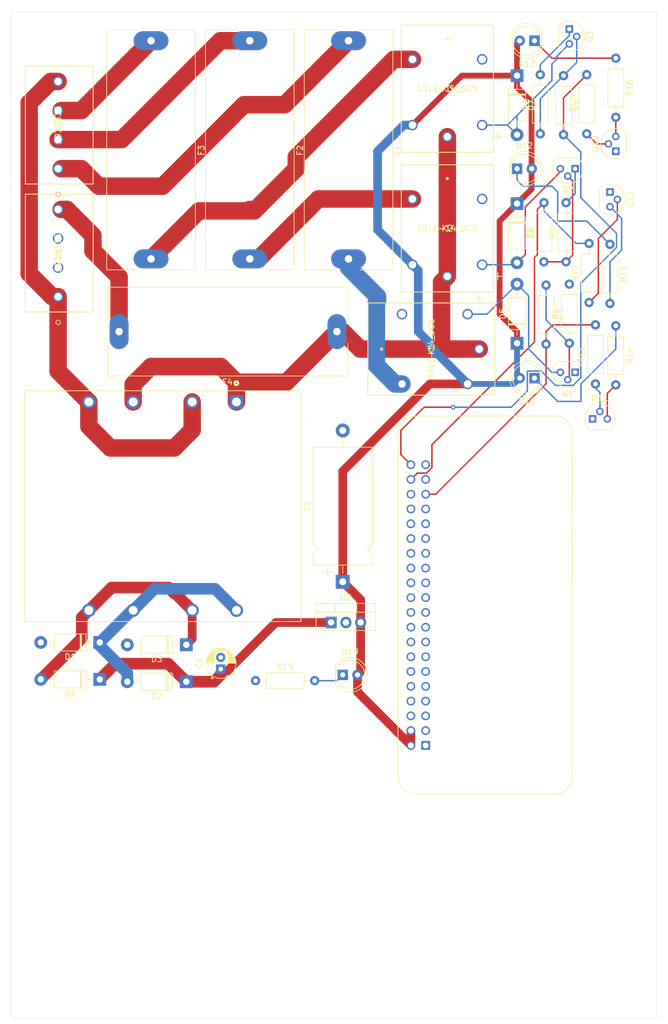
<source format=kicad_pcb>
(kicad_pcb (version 20171130) (host pcbnew "(5.1.6)-1")

  (general
    (thickness 1.6)
    (drawings 4)
    (tracks 238)
    (zones 0)
    (modules 44)
    (nets 66)
  )

  (page USLetter)
  (layers
    (0 F.Cu signal)
    (31 B.Cu signal)
    (34 B.Paste user)
    (35 F.Paste user)
    (36 B.SilkS user)
    (37 F.SilkS user)
    (38 B.Mask user)
    (39 F.Mask user)
    (40 Dwgs.User user)
    (41 Cmts.User user)
    (44 Edge.Cuts user)
    (45 Margin user)
    (46 B.CrtYd user)
    (47 F.CrtYd user)
    (49 F.Fab user hide)
  )

  (setup
    (last_trace_width 0.25)
    (trace_clearance 0.2)
    (zone_clearance 0.508)
    (zone_45_only no)
    (trace_min 0.2)
    (via_size 0.8)
    (via_drill 0.4)
    (via_min_size 0.508)
    (via_min_drill 0.254)
    (uvia_size 0.3)
    (uvia_drill 0.1)
    (uvias_allowed no)
    (uvia_min_size 0.2)
    (uvia_min_drill 0.1)
    (edge_width 0.05)
    (segment_width 0.2)
    (pcb_text_width 0.3)
    (pcb_text_size 1.5 1.5)
    (mod_edge_width 0.12)
    (mod_text_size 1 1)
    (mod_text_width 0.15)
    (pad_size 1.524 1.524)
    (pad_drill 0.762)
    (pad_to_mask_clearance 0.0508)
    (aux_axis_origin 0 0)
    (visible_elements 7FFFFFFF)
    (pcbplotparams
      (layerselection 0x010fc_ffffffff)
      (usegerberextensions false)
      (usegerberattributes true)
      (usegerberadvancedattributes true)
      (creategerberjobfile true)
      (excludeedgelayer true)
      (linewidth 0.100000)
      (plotframeref false)
      (viasonmask false)
      (mode 1)
      (useauxorigin false)
      (hpglpennumber 1)
      (hpglpenspeed 20)
      (hpglpendiameter 15.000000)
      (psnegative false)
      (psa4output false)
      (plotreference true)
      (plotvalue true)
      (plotinvisibletext false)
      (padsonsilk false)
      (subtractmaskfromsilk false)
      (outputformat 1)
      (mirror false)
      (drillshape 1)
      (scaleselection 1)
      (outputdirectory ""))
  )

  (net 0 "")
  (net 1 GND)
  (net 2 "Net-(C1-Pad1)")
  (net 3 "Net-(D1-Pad1)")
  (net 4 "Net-(D3-Pad1)")
  (net 5 "Net-(F1-Pad1)")
  (net 6 "Net-(F1-Pad2)")
  (net 7 "Net-(F2-Pad1)")
  (net 8 "Net-(F2-Pad2)")
  (net 9 "Net-(F3-Pad1)")
  (net 10 "Net-(F3-Pad2)")
  (net 11 "Net-(A1-Pad40)")
  (net 12 "Net-(A1-Pad38)")
  (net 13 "Net-(A1-Pad37)")
  (net 14 "Net-(A1-Pad36)")
  (net 15 "Net-(A1-Pad35)")
  (net 16 "Net-(A1-Pad33)")
  (net 17 "Net-(A1-Pad32)")
  (net 18 "Net-(A1-Pad31)")
  (net 19 "Net-(A1-Pad29)")
  (net 20 "Net-(A1-Pad28)")
  (net 21 "Net-(A1-Pad27)")
  (net 22 "Net-(A1-Pad26)")
  (net 23 "Net-(A1-Pad24)")
  (net 24 "Net-(A1-Pad23)")
  (net 25 "Net-(A1-Pad22)")
  (net 26 "Net-(A1-Pad21)")
  (net 27 "Net-(A1-Pad19)")
  (net 28 "Net-(A1-Pad18)")
  (net 29 "Net-(A1-Pad17)")
  (net 30 "Net-(A1-Pad16)")
  (net 31 "Net-(A1-Pad15)")
  (net 32 "Net-(A1-Pad13)")
  (net 33 "Net-(A1-Pad12)")
  (net 34 "Net-(A1-Pad11)")
  (net 35 "Net-(A1-Pad10)")
  (net 36 "Net-(A1-Pad8)")
  (net 37 "Net-(A1-Pad7)")
  (net 38 "Net-(A1-Pad5)")
  (net 39 VCC)
  (net 40 "Net-(A1-Pad3)")
  (net 41 "Net-(A1-Pad1)")
  (net 42 "Net-(D5-Pad2)")
  (net 43 "Net-(D6-Pad2)")
  (net 44 "Net-(D7-Pad2)")
  (net 45 LINE)
  (net 46 "Net-(K1-Pad3)")
  (net 47 "Net-(K2-Pad3)")
  (net 48 "Net-(K3-Pad3)")
  (net 49 "Net-(Q1-Pad2)")
  (net 50 "Net-(Q2-Pad1)")
  (net 51 "Net-(Q2-Pad2)")
  (net 52 "Net-(Q3-Pad1)")
  (net 53 "Net-(Q3-Pad2)")
  (net 54 NEUT)
  (net 55 "Net-(D12-Pad1)")
  (net 56 "Net-(D13-Pad1)")
  (net 57 VAC)
  (net 58 "Net-(Q12-Pad3)")
  (net 59 "Net-(Q12-Pad2)")
  (net 60 "Net-(Q13-Pad3)")
  (net 61 "Net-(Q13-Pad2)")
  (net 62 "Net-(D11-Pad1)")
  (net 63 "Net-(Q11-Pad3)")
  (net 64 "Net-(Q11-Pad2)")
  (net 65 "Net-(D19-Pad1)")

  (net_class Default "This is the default net class."
    (clearance 0.2)
    (trace_width 0.25)
    (via_dia 0.8)
    (via_drill 0.4)
    (uvia_dia 0.3)
    (uvia_drill 0.1)
    (add_net "Net-(A1-Pad1)")
    (add_net "Net-(A1-Pad10)")
    (add_net "Net-(A1-Pad11)")
    (add_net "Net-(A1-Pad12)")
    (add_net "Net-(A1-Pad13)")
    (add_net "Net-(A1-Pad15)")
    (add_net "Net-(A1-Pad16)")
    (add_net "Net-(A1-Pad17)")
    (add_net "Net-(A1-Pad18)")
    (add_net "Net-(A1-Pad19)")
    (add_net "Net-(A1-Pad21)")
    (add_net "Net-(A1-Pad22)")
    (add_net "Net-(A1-Pad23)")
    (add_net "Net-(A1-Pad24)")
    (add_net "Net-(A1-Pad26)")
    (add_net "Net-(A1-Pad27)")
    (add_net "Net-(A1-Pad28)")
    (add_net "Net-(A1-Pad29)")
    (add_net "Net-(A1-Pad3)")
    (add_net "Net-(A1-Pad31)")
    (add_net "Net-(A1-Pad32)")
    (add_net "Net-(A1-Pad33)")
    (add_net "Net-(A1-Pad35)")
    (add_net "Net-(A1-Pad36)")
    (add_net "Net-(A1-Pad37)")
    (add_net "Net-(A1-Pad38)")
    (add_net "Net-(A1-Pad40)")
    (add_net "Net-(A1-Pad5)")
    (add_net "Net-(A1-Pad7)")
    (add_net "Net-(A1-Pad8)")
    (add_net "Net-(D11-Pad1)")
    (add_net "Net-(D12-Pad1)")
    (add_net "Net-(D13-Pad1)")
    (add_net "Net-(D19-Pad1)")
    (add_net "Net-(D5-Pad2)")
    (add_net "Net-(D6-Pad2)")
    (add_net "Net-(D7-Pad2)")
    (add_net "Net-(K1-Pad3)")
    (add_net "Net-(K2-Pad3)")
    (add_net "Net-(K3-Pad3)")
    (add_net "Net-(Q1-Pad2)")
    (add_net "Net-(Q11-Pad2)")
    (add_net "Net-(Q11-Pad3)")
    (add_net "Net-(Q12-Pad2)")
    (add_net "Net-(Q12-Pad3)")
    (add_net "Net-(Q13-Pad2)")
    (add_net "Net-(Q13-Pad3)")
    (add_net "Net-(Q2-Pad1)")
    (add_net "Net-(Q2-Pad2)")
    (add_net "Net-(Q3-Pad1)")
    (add_net "Net-(Q3-Pad2)")
  )

  (net_class ACPower ""
    (clearance 1.5)
    (trace_width 3.5)
    (via_dia 1)
    (via_drill 0.5)
    (uvia_dia 0.3)
    (uvia_drill 0.1)
    (add_net LINE)
    (add_net NEUT)
    (add_net VAC)
  )

  (net_class ACSignal ""
    (clearance 1.5)
    (trace_width 3.5)
    (via_dia 1)
    (via_drill 0.5)
    (uvia_dia 0.3)
    (uvia_drill 0.1)
    (add_net "Net-(F1-Pad1)")
    (add_net "Net-(F1-Pad2)")
    (add_net "Net-(F2-Pad1)")
    (add_net "Net-(F2-Pad2)")
    (add_net "Net-(F3-Pad1)")
    (add_net "Net-(F3-Pad2)")
  )

  (net_class DCPower ""
    (clearance 0.2)
    (trace_width 1.5)
    (via_dia 0.8)
    (via_drill 0.4)
    (uvia_dia 0.3)
    (uvia_drill 0.1)
    (add_net GND)
    (add_net VCC)
  )

  (net_class PSULow ""
    (clearance 0.8)
    (trace_width 1.5)
    (via_dia 1)
    (via_drill 0.5)
    (uvia_dia 0.3)
    (uvia_drill 0.1)
    (add_net "Net-(C1-Pad1)")
    (add_net "Net-(D1-Pad1)")
    (add_net "Net-(D3-Pad1)")
  )

  (module StopLight1:G5LE-14-DC5 (layer F.Cu) (tedit 5F3E2E3F) (tstamp 5F3CAB7A)
    (at 95 49 180)
    (descr "G5LE-14 DC5 Relay")
    (path /5F3C54A3)
    (fp_text reference K2 (at 0 -8.249999) (layer F.SilkS)
      (effects (font (size 1 1) (thickness 0.15)))
    )
    (fp_text value G5LE-14_DC5 (at 0 -8.249999) (layer F.SilkS)
      (effects (font (size 1 1) (thickness 0.15)))
    )
    (fp_text user * (at 0 0) (layer F.SilkS)
      (effects (font (size 1 1) (thickness 0.15)))
    )
    (fp_text user * (at 0 0) (layer F.SilkS)
      (effects (font (size 1 1) (thickness 0.15)))
    )
    (fp_text user "Copyright 2016 Accelerated Designs. All rights reserved." (at 0 0) (layer Cmts.User)
      (effects (font (size 0.127 0.127) (thickness 0.002)))
    )
    (fp_line (start 7.8 2.550001) (end -7.8 2.550001) (layer F.CrtYd) (width 0.1524))
    (fp_line (start 7.8 -19.049998) (end 7.8 2.550001) (layer F.CrtYd) (width 0.1524))
    (fp_line (start -7.8 -19.049998) (end 7.8 -19.049998) (layer F.CrtYd) (width 0.1524))
    (fp_line (start -7.8 2.550001) (end -7.8 -19.049998) (layer F.CrtYd) (width 0.1524))
    (fp_line (start 8.054 -19.303998) (end -8.054 -19.303998) (layer F.CrtYd) (width 0.1524))
    (fp_line (start 8.054 2.804) (end 8.054 -19.303998) (layer F.CrtYd) (width 0.1524))
    (fp_line (start -8.054 2.804) (end 8.054 2.804) (layer F.CrtYd) (width 0.1524))
    (fp_line (start -8.054 -19.303998) (end -8.054 2.804) (layer F.CrtYd) (width 0.1524))
    (fp_line (start -1.375833 -18.126366) (end -1.375833 -19.502199) (layer F.Fab) (width 0.1524))
    (fp_line (start 1.375833 -18.126366) (end -1.375833 -18.126366) (layer F.Fab) (width 0.1524))
    (fp_line (start 1.375833 -19.502199) (end 1.375833 -18.126366) (layer F.Fab) (width 0.1524))
    (fp_line (start -7.927 -19.176998) (end -7.927 2.677) (layer F.SilkS) (width 0.1524))
    (fp_line (start 7.927 -19.176998) (end 7.927 2.677) (layer F.SilkS) (width 0.1524))
    (fp_line (start 7.927 2.677) (end -7.927 2.677) (layer F.SilkS) (width 0.1524))
    (fp_line (start 7.927 -19.176998) (end -7.927 -19.176998) (layer F.SilkS) (width 0.1524))
    (fp_line (start -7.8 -19.049998) (end -7.8 2.55) (layer F.Fab) (width 0.1524))
    (fp_line (start 7.8 -19.049998) (end 7.8 2.55) (layer F.Fab) (width 0.1524))
    (fp_line (start 7.8 2.55) (end -7.8 2.55) (layer F.Fab) (width 0.1524))
    (fp_line (start 7.8 -19.049998) (end -7.8 -19.049998) (layer F.Fab) (width 0.1524))
    (fp_line (start -8.689 -17.134998) (end -8.689 -15.864998) (layer F.SilkS) (width 0.1524))
    (fp_line (start -9.324 -16.499998) (end -8.054 -16.499998) (layer F.SilkS) (width 0.1524))
    (fp_line (start -8.689 -16.499998) (end -8.689 -15.864998) (layer F.Fab) (width 0.1524))
    (fp_line (start -9.324 -16.499998) (end -8.054 -16.499998) (layer F.Fab) (width 0.1524))
    (pad 5 thru_hole circle (at 5.999999 -14.499996 180) (size 1.808 1.808) (drill 1.3) (layers *.Cu *.Mask)
      (net 39 VCC))
    (pad 4 thru_hole circle (at 5.999999 -3.200001 180) (size 1.808 1.808) (drill 1.3) (layers *.Cu *.Mask)
      (net 8 "Net-(F2-Pad2)"))
    (pad 3 thru_hole circle (at -5.999999 -3.200001 180) (size 1.808 1.808) (drill 1.3) (layers *.Cu *.Mask)
      (net 47 "Net-(K2-Pad3)"))
    (pad 2 thru_hole circle (at -5.999999 -14.499996 180) (size 1.808 1.808) (drill 1.3) (layers *.Cu *.Mask)
      (net 43 "Net-(D6-Pad2)"))
    (pad 1 thru_hole circle (at 0 -16.499998 180) (size 1.808 1.808) (drill 1.3) (layers *.Cu *.Mask)
      (net 45 LINE))
    (model ${KIPRJMOD}/G5LE_14.step
      (offset (xyz 0 16.4 0))
      (scale (xyz 0.9399999999999999 1 1))
      (rotate (xyz -90 0 90))
    )
  )

  (module StopLight1:G5LE-14-DC5 (layer F.Cu) (tedit 5F3E2E3F) (tstamp 5F3CAB57)
    (at 84 78 270)
    (descr "G5LE-14 DC5 Relay")
    (path /5F3D5EC2)
    (fp_text reference K1 (at 0 -8.249999 90) (layer F.SilkS)
      (effects (font (size 1 1) (thickness 0.15)))
    )
    (fp_text value G5LE-14_DC5 (at 0 -8.249999 90) (layer F.SilkS)
      (effects (font (size 1 1) (thickness 0.15)))
    )
    (fp_text user * (at 0 0 90) (layer F.SilkS)
      (effects (font (size 1 1) (thickness 0.15)))
    )
    (fp_text user * (at 0 0 90) (layer F.SilkS)
      (effects (font (size 1 1) (thickness 0.15)))
    )
    (fp_text user "Copyright 2016 Accelerated Designs. All rights reserved." (at 0 0 90) (layer Cmts.User)
      (effects (font (size 0.127 0.127) (thickness 0.002)))
    )
    (fp_line (start 7.8 2.550001) (end -7.8 2.550001) (layer F.CrtYd) (width 0.1524))
    (fp_line (start 7.8 -19.049998) (end 7.8 2.550001) (layer F.CrtYd) (width 0.1524))
    (fp_line (start -7.8 -19.049998) (end 7.8 -19.049998) (layer F.CrtYd) (width 0.1524))
    (fp_line (start -7.8 2.550001) (end -7.8 -19.049998) (layer F.CrtYd) (width 0.1524))
    (fp_line (start 8.054 -19.303998) (end -8.054 -19.303998) (layer F.CrtYd) (width 0.1524))
    (fp_line (start 8.054 2.804) (end 8.054 -19.303998) (layer F.CrtYd) (width 0.1524))
    (fp_line (start -8.054 2.804) (end 8.054 2.804) (layer F.CrtYd) (width 0.1524))
    (fp_line (start -8.054 -19.303998) (end -8.054 2.804) (layer F.CrtYd) (width 0.1524))
    (fp_line (start -1.375833 -18.126366) (end -1.375833 -19.502199) (layer F.Fab) (width 0.1524))
    (fp_line (start 1.375833 -18.126366) (end -1.375833 -18.126366) (layer F.Fab) (width 0.1524))
    (fp_line (start 1.375833 -19.502199) (end 1.375833 -18.126366) (layer F.Fab) (width 0.1524))
    (fp_line (start -7.927 -19.176998) (end -7.927 2.677) (layer F.SilkS) (width 0.1524))
    (fp_line (start 7.927 -19.176998) (end 7.927 2.677) (layer F.SilkS) (width 0.1524))
    (fp_line (start 7.927 2.677) (end -7.927 2.677) (layer F.SilkS) (width 0.1524))
    (fp_line (start 7.927 -19.176998) (end -7.927 -19.176998) (layer F.SilkS) (width 0.1524))
    (fp_line (start -7.8 -19.049998) (end -7.8 2.55) (layer F.Fab) (width 0.1524))
    (fp_line (start 7.8 -19.049998) (end 7.8 2.55) (layer F.Fab) (width 0.1524))
    (fp_line (start 7.8 2.55) (end -7.8 2.55) (layer F.Fab) (width 0.1524))
    (fp_line (start 7.8 -19.049998) (end -7.8 -19.049998) (layer F.Fab) (width 0.1524))
    (fp_line (start -8.689 -17.134998) (end -8.689 -15.864998) (layer F.SilkS) (width 0.1524))
    (fp_line (start -9.324 -16.499998) (end -8.054 -16.499998) (layer F.SilkS) (width 0.1524))
    (fp_line (start -8.689 -16.499998) (end -8.689 -15.864998) (layer F.Fab) (width 0.1524))
    (fp_line (start -9.324 -16.499998) (end -8.054 -16.499998) (layer F.Fab) (width 0.1524))
    (pad 5 thru_hole circle (at 5.999999 -14.499996 270) (size 1.808 1.808) (drill 1.3) (layers *.Cu *.Mask)
      (net 39 VCC))
    (pad 4 thru_hole circle (at 5.999999 -3.200001 270) (size 1.808 1.808) (drill 1.3) (layers *.Cu *.Mask)
      (net 6 "Net-(F1-Pad2)"))
    (pad 3 thru_hole circle (at -5.999999 -3.200001 270) (size 1.808 1.808) (drill 1.3) (layers *.Cu *.Mask)
      (net 46 "Net-(K1-Pad3)"))
    (pad 2 thru_hole circle (at -5.999999 -14.499996 270) (size 1.808 1.808) (drill 1.3) (layers *.Cu *.Mask)
      (net 42 "Net-(D5-Pad2)"))
    (pad 1 thru_hole circle (at 0 -16.499998 270) (size 1.808 1.808) (drill 1.3) (layers *.Cu *.Mask)
      (net 45 LINE))
    (model ${KIPRJMOD}/G5LE_14.step
      (offset (xyz 0 16.4 0))
      (scale (xyz 0.9399999999999999 1 1))
      (rotate (xyz -90 0 90))
    )
  )

  (module StopLight1:1935336 (layer F.Cu) (tedit 0) (tstamp 5F3DA7BB)
    (at 28 47 90)
    (path /5F554E31)
    (fp_text reference J2 (at 7.5 0 90) (layer F.SilkS)
      (effects (font (size 1 1) (thickness 0.15)))
    )
    (fp_text value 1935336 (at 7.5 0 90) (layer F.SilkS)
      (effects (font (size 1 1) (thickness 0.15)))
    )
    (fp_line (start -2.627 6.027001) (end 17.627001 6.027001) (layer F.SilkS) (width 0.1524))
    (fp_line (start 17.627001 6.027001) (end 17.627001 -5.626999) (layer F.SilkS) (width 0.1524))
    (fp_line (start 17.627001 -5.626999) (end -2.627 -5.626999) (layer F.SilkS) (width 0.1524))
    (fp_line (start -2.627 -5.626999) (end -2.627 6.027001) (layer F.SilkS) (width 0.1524))
    (fp_line (start -2.5 5.900001) (end 17.500001 5.900001) (layer F.Fab) (width 0.1524))
    (fp_line (start 17.500001 5.900001) (end 17.500001 -5.499999) (layer F.Fab) (width 0.1524))
    (fp_line (start 17.500001 -5.499999) (end -2.5 -5.499999) (layer F.Fab) (width 0.1524))
    (fp_line (start -2.5 -5.499999) (end -2.5 5.900001) (layer F.Fab) (width 0.1524))
    (fp_line (start -2.754 -5.753999) (end -2.754 6.154001) (layer F.CrtYd) (width 0.1524))
    (fp_line (start -2.754 6.154001) (end 17.754001 6.154001) (layer F.CrtYd) (width 0.1524))
    (fp_line (start 17.754001 6.154001) (end 17.754001 -5.753999) (layer F.CrtYd) (width 0.1524))
    (fp_line (start 17.754001 -5.753999) (end -2.754 -5.753999) (layer F.CrtYd) (width 0.1524))
    (fp_circle (center 0 -1.905) (end 0.381 -1.905) (layer F.Fab) (width 0.1524))
    (fp_circle (center -4.405 0) (end -4.024 0) (layer F.SilkS) (width 0.1524))
    (fp_circle (center -4.405 0) (end -4.024 0) (layer B.SilkS) (width 0.1524))
    (fp_text user * (at 0 0 90) (layer F.SilkS)
      (effects (font (size 1 1) (thickness 0.15)))
    )
    (fp_text user * (at 0 0 90) (layer F.SilkS)
      (effects (font (size 1 1) (thickness 0.15)))
    )
    (fp_text user "Copyright 2016 Accelerated Designs. All rights reserved." (at 0 0 90) (layer Cmts.User)
      (effects (font (size 0.127 0.127) (thickness 0.002)))
    )
    (pad 4 thru_hole circle (at 15.000001 0 90) (size 1.8034 1.8034) (drill 1.2954) (layers *.Cu *.Mask)
      (net 54 NEUT))
    (pad 3 thru_hole circle (at 10 0 90) (size 1.8034 1.8034) (drill 1.2954) (layers *.Cu *.Mask)
      (net 9 "Net-(F3-Pad1)"))
    (pad 2 thru_hole circle (at 5 0 90) (size 1.8034 1.8034) (drill 1.2954) (layers *.Cu *.Mask)
      (net 7 "Net-(F2-Pad1)"))
    (pad 1 thru_hole circle (at 0 0 90) (size 1.8034 1.8034) (drill 1.2954) (layers *.Cu *.Mask)
      (net 5 "Net-(F1-Pad1)"))
  )

  (module Package_TO_SOT_THT:TO-92 (layer F.Cu) (tedit 5A279852) (tstamp 5F3CF6CC)
    (at 120 90)
    (descr "TO-92 leads molded, narrow, drill 0.75mm (see NXP sot054_po.pdf)")
    (tags "to-92 sc-43 sc-43a sot54 PA33 transistor")
    (path /5F3CB405)
    (fp_text reference Q11 (at 1.27 -3.56) (layer F.SilkS)
      (effects (font (size 1 1) (thickness 0.15)))
    )
    (fp_text value 2N3904 (at 1.27 2.79) (layer F.Fab)
      (effects (font (size 1 1) (thickness 0.15)))
    )
    (fp_line (start -0.53 1.85) (end 3.07 1.85) (layer F.SilkS) (width 0.12))
    (fp_line (start -0.5 1.75) (end 3 1.75) (layer F.Fab) (width 0.1))
    (fp_line (start -1.46 -2.73) (end 4 -2.73) (layer F.CrtYd) (width 0.05))
    (fp_line (start -1.46 -2.73) (end -1.46 2.01) (layer F.CrtYd) (width 0.05))
    (fp_line (start 4 2.01) (end 4 -2.73) (layer F.CrtYd) (width 0.05))
    (fp_line (start 4 2.01) (end -1.46 2.01) (layer F.CrtYd) (width 0.05))
    (fp_arc (start 1.27 0) (end 1.27 -2.6) (angle 135) (layer F.SilkS) (width 0.12))
    (fp_arc (start 1.27 0) (end 1.27 -2.48) (angle -135) (layer F.Fab) (width 0.1))
    (fp_arc (start 1.27 0) (end 1.27 -2.6) (angle -135) (layer F.SilkS) (width 0.12))
    (fp_arc (start 1.27 0) (end 1.27 -2.48) (angle 135) (layer F.Fab) (width 0.1))
    (fp_text user %R (at 1.27 -3.56) (layer F.Fab)
      (effects (font (size 1 1) (thickness 0.15)))
    )
    (pad 1 thru_hole rect (at 0 0 90) (size 1.3 1.3) (drill 0.75) (layers *.Cu *.Mask)
      (net 1 GND))
    (pad 3 thru_hole circle (at 2.54 0 90) (size 1.3 1.3) (drill 0.75) (layers *.Cu *.Mask)
      (net 63 "Net-(Q11-Pad3)"))
    (pad 2 thru_hole circle (at 1.27 -1.27 90) (size 1.3 1.3) (drill 0.75) (layers *.Cu *.Mask)
      (net 64 "Net-(Q11-Pad2)"))
    (model ${KISYS3DMOD}/Package_TO_SOT_THT.3dshapes/TO-92.wrl
      (at (xyz 0 0 0))
      (scale (xyz 1 1 1))
      (rotate (xyz 0 0 0))
    )
  )

  (module LED_THT:LED_D5.0mm (layer F.Cu) (tedit 5995936A) (tstamp 5F3CF438)
    (at 110 83 180)
    (descr "LED, diameter 5.0mm, 2 pins, http://cdn-reichelt.de/documents/datenblatt/A500/LL-504BC2E-009.pdf")
    (tags "LED diameter 5.0mm 2 pins")
    (path /5F3F99A9)
    (fp_text reference D11 (at 1.27 -3.96) (layer F.SilkS)
      (effects (font (size 1 1) (thickness 0.15)))
    )
    (fp_text value LED (at 1.27 3.96) (layer F.Fab)
      (effects (font (size 1 1) (thickness 0.15)))
    )
    (fp_circle (center 1.27 0) (end 3.77 0) (layer F.Fab) (width 0.1))
    (fp_circle (center 1.27 0) (end 3.77 0) (layer F.SilkS) (width 0.12))
    (fp_line (start -1.23 -1.469694) (end -1.23 1.469694) (layer F.Fab) (width 0.1))
    (fp_line (start -1.29 -1.545) (end -1.29 1.545) (layer F.SilkS) (width 0.12))
    (fp_line (start -1.95 -3.25) (end -1.95 3.25) (layer F.CrtYd) (width 0.05))
    (fp_line (start -1.95 3.25) (end 4.5 3.25) (layer F.CrtYd) (width 0.05))
    (fp_line (start 4.5 3.25) (end 4.5 -3.25) (layer F.CrtYd) (width 0.05))
    (fp_line (start 4.5 -3.25) (end -1.95 -3.25) (layer F.CrtYd) (width 0.05))
    (fp_text user %R (at 1.25 0) (layer F.Fab)
      (effects (font (size 0.8 0.8) (thickness 0.2)))
    )
    (fp_arc (start 1.27 0) (end -1.29 1.54483) (angle -148.9) (layer F.SilkS) (width 0.12))
    (fp_arc (start 1.27 0) (end -1.29 -1.54483) (angle 148.9) (layer F.SilkS) (width 0.12))
    (fp_arc (start 1.27 0) (end -1.23 -1.469694) (angle 299.1) (layer F.Fab) (width 0.1))
    (pad 2 thru_hole circle (at 2.54 0 180) (size 1.8 1.8) (drill 0.9) (layers *.Cu *.Mask)
      (net 39 VCC))
    (pad 1 thru_hole rect (at 0 0 180) (size 1.8 1.8) (drill 0.9) (layers *.Cu *.Mask)
      (net 62 "Net-(D11-Pad1)"))
    (model ${KISYS3DMOD}/LED_THT.3dshapes/LED_D5.0mm.wrl
      (at (xyz 0 0 0))
      (scale (xyz 1 1 1))
      (rotate (xyz 0 0 0))
    )
  )

  (module Resistor_THT:R_Axial_DIN0207_L6.3mm_D2.5mm_P10.16mm_Horizontal (layer F.Cu) (tedit 5AE5139B) (tstamp 5F3CD42E)
    (at 124 28 270)
    (descr "Resistor, Axial_DIN0207 series, Axial, Horizontal, pin pitch=10.16mm, 0.25W = 1/4W, length*diameter=6.3*2.5mm^2, http://cdn-reichelt.de/documents/datenblatt/B400/1_4W%23YAG.pdf")
    (tags "Resistor Axial_DIN0207 series Axial Horizontal pin pitch 10.16mm 0.25W = 1/4W length 6.3mm diameter 2.5mm")
    (path /5F43759C)
    (fp_text reference R16 (at 5.08 -2.37 90) (layer F.SilkS)
      (effects (font (size 1 1) (thickness 0.15)))
    )
    (fp_text value 220 (at 5.08 2.37 90) (layer F.Fab)
      (effects (font (size 1 1) (thickness 0.15)))
    )
    (fp_line (start 1.93 -1.25) (end 1.93 1.25) (layer F.Fab) (width 0.1))
    (fp_line (start 1.93 1.25) (end 8.23 1.25) (layer F.Fab) (width 0.1))
    (fp_line (start 8.23 1.25) (end 8.23 -1.25) (layer F.Fab) (width 0.1))
    (fp_line (start 8.23 -1.25) (end 1.93 -1.25) (layer F.Fab) (width 0.1))
    (fp_line (start 0 0) (end 1.93 0) (layer F.Fab) (width 0.1))
    (fp_line (start 10.16 0) (end 8.23 0) (layer F.Fab) (width 0.1))
    (fp_line (start 1.81 -1.37) (end 1.81 1.37) (layer F.SilkS) (width 0.12))
    (fp_line (start 1.81 1.37) (end 8.35 1.37) (layer F.SilkS) (width 0.12))
    (fp_line (start 8.35 1.37) (end 8.35 -1.37) (layer F.SilkS) (width 0.12))
    (fp_line (start 8.35 -1.37) (end 1.81 -1.37) (layer F.SilkS) (width 0.12))
    (fp_line (start 1.04 0) (end 1.81 0) (layer F.SilkS) (width 0.12))
    (fp_line (start 9.12 0) (end 8.35 0) (layer F.SilkS) (width 0.12))
    (fp_line (start -1.05 -1.5) (end -1.05 1.5) (layer F.CrtYd) (width 0.05))
    (fp_line (start -1.05 1.5) (end 11.21 1.5) (layer F.CrtYd) (width 0.05))
    (fp_line (start 11.21 1.5) (end 11.21 -1.5) (layer F.CrtYd) (width 0.05))
    (fp_line (start 11.21 -1.5) (end -1.05 -1.5) (layer F.CrtYd) (width 0.05))
    (fp_text user %R (at 5.08 0 90) (layer F.Fab)
      (effects (font (size 1 1) (thickness 0.15)))
    )
    (pad 2 thru_hole oval (at 10.16 0 270) (size 1.6 1.6) (drill 0.8) (layers *.Cu *.Mask)
      (net 60 "Net-(Q13-Pad3)"))
    (pad 1 thru_hole circle (at 0 0 270) (size 1.6 1.6) (drill 0.8) (layers *.Cu *.Mask)
      (net 56 "Net-(D13-Pad1)"))
    (model ${KISYS3DMOD}/Resistor_THT.3dshapes/R_Axial_DIN0207_L6.3mm_D2.5mm_P10.16mm_Horizontal.wrl
      (at (xyz 0 0 0))
      (scale (xyz 1 1 1))
      (rotate (xyz 0 0 0))
    )
  )

  (module Resistor_THT:R_Axial_DIN0207_L6.3mm_D2.5mm_P10.16mm_Horizontal (layer F.Cu) (tedit 5AE5139B) (tstamp 5F3CD417)
    (at 123 60 270)
    (descr "Resistor, Axial_DIN0207 series, Axial, Horizontal, pin pitch=10.16mm, 0.25W = 1/4W, length*diameter=6.3*2.5mm^2, http://cdn-reichelt.de/documents/datenblatt/B400/1_4W%23YAG.pdf")
    (tags "Resistor Axial_DIN0207 series Axial Horizontal pin pitch 10.16mm 0.25W = 1/4W length 6.3mm diameter 2.5mm")
    (path /5F418083)
    (fp_text reference R15 (at 5.08 -2.37 90) (layer F.SilkS)
      (effects (font (size 1 1) (thickness 0.15)))
    )
    (fp_text value 220 (at 5.08 2.37 90) (layer F.Fab)
      (effects (font (size 1 1) (thickness 0.15)))
    )
    (fp_line (start 1.93 -1.25) (end 1.93 1.25) (layer F.Fab) (width 0.1))
    (fp_line (start 1.93 1.25) (end 8.23 1.25) (layer F.Fab) (width 0.1))
    (fp_line (start 8.23 1.25) (end 8.23 -1.25) (layer F.Fab) (width 0.1))
    (fp_line (start 8.23 -1.25) (end 1.93 -1.25) (layer F.Fab) (width 0.1))
    (fp_line (start 0 0) (end 1.93 0) (layer F.Fab) (width 0.1))
    (fp_line (start 10.16 0) (end 8.23 0) (layer F.Fab) (width 0.1))
    (fp_line (start 1.81 -1.37) (end 1.81 1.37) (layer F.SilkS) (width 0.12))
    (fp_line (start 1.81 1.37) (end 8.35 1.37) (layer F.SilkS) (width 0.12))
    (fp_line (start 8.35 1.37) (end 8.35 -1.37) (layer F.SilkS) (width 0.12))
    (fp_line (start 8.35 -1.37) (end 1.81 -1.37) (layer F.SilkS) (width 0.12))
    (fp_line (start 1.04 0) (end 1.81 0) (layer F.SilkS) (width 0.12))
    (fp_line (start 9.12 0) (end 8.35 0) (layer F.SilkS) (width 0.12))
    (fp_line (start -1.05 -1.5) (end -1.05 1.5) (layer F.CrtYd) (width 0.05))
    (fp_line (start -1.05 1.5) (end 11.21 1.5) (layer F.CrtYd) (width 0.05))
    (fp_line (start 11.21 1.5) (end 11.21 -1.5) (layer F.CrtYd) (width 0.05))
    (fp_line (start 11.21 -1.5) (end -1.05 -1.5) (layer F.CrtYd) (width 0.05))
    (fp_text user %R (at 5.08 0 90) (layer F.Fab)
      (effects (font (size 1 1) (thickness 0.15)))
    )
    (pad 2 thru_hole oval (at 10.16 0 270) (size 1.6 1.6) (drill 0.8) (layers *.Cu *.Mask)
      (net 58 "Net-(Q12-Pad3)"))
    (pad 1 thru_hole circle (at 0 0 270) (size 1.6 1.6) (drill 0.8) (layers *.Cu *.Mask)
      (net 55 "Net-(D12-Pad1)"))
    (model ${KISYS3DMOD}/Resistor_THT.3dshapes/R_Axial_DIN0207_L6.3mm_D2.5mm_P10.16mm_Horizontal.wrl
      (at (xyz 0 0 0))
      (scale (xyz 1 1 1))
      (rotate (xyz 0 0 0))
    )
  )

  (module Resistor_THT:R_Axial_DIN0207_L6.3mm_D2.5mm_P10.16mm_Horizontal (layer F.Cu) (tedit 5AE5139B) (tstamp 5F3CD400)
    (at 124 74 270)
    (descr "Resistor, Axial_DIN0207 series, Axial, Horizontal, pin pitch=10.16mm, 0.25W = 1/4W, length*diameter=6.3*2.5mm^2, http://cdn-reichelt.de/documents/datenblatt/B400/1_4W%23YAG.pdf")
    (tags "Resistor Axial_DIN0207 series Axial Horizontal pin pitch 10.16mm 0.25W = 1/4W length 6.3mm diameter 2.5mm")
    (path /5F401AE6)
    (fp_text reference R14 (at 5.08 -2.37 90) (layer F.SilkS)
      (effects (font (size 1 1) (thickness 0.15)))
    )
    (fp_text value 220 (at 5.08 2.37 90) (layer F.Fab)
      (effects (font (size 1 1) (thickness 0.15)))
    )
    (fp_line (start 1.93 -1.25) (end 1.93 1.25) (layer F.Fab) (width 0.1))
    (fp_line (start 1.93 1.25) (end 8.23 1.25) (layer F.Fab) (width 0.1))
    (fp_line (start 8.23 1.25) (end 8.23 -1.25) (layer F.Fab) (width 0.1))
    (fp_line (start 8.23 -1.25) (end 1.93 -1.25) (layer F.Fab) (width 0.1))
    (fp_line (start 0 0) (end 1.93 0) (layer F.Fab) (width 0.1))
    (fp_line (start 10.16 0) (end 8.23 0) (layer F.Fab) (width 0.1))
    (fp_line (start 1.81 -1.37) (end 1.81 1.37) (layer F.SilkS) (width 0.12))
    (fp_line (start 1.81 1.37) (end 8.35 1.37) (layer F.SilkS) (width 0.12))
    (fp_line (start 8.35 1.37) (end 8.35 -1.37) (layer F.SilkS) (width 0.12))
    (fp_line (start 8.35 -1.37) (end 1.81 -1.37) (layer F.SilkS) (width 0.12))
    (fp_line (start 1.04 0) (end 1.81 0) (layer F.SilkS) (width 0.12))
    (fp_line (start 9.12 0) (end 8.35 0) (layer F.SilkS) (width 0.12))
    (fp_line (start -1.05 -1.5) (end -1.05 1.5) (layer F.CrtYd) (width 0.05))
    (fp_line (start -1.05 1.5) (end 11.21 1.5) (layer F.CrtYd) (width 0.05))
    (fp_line (start 11.21 1.5) (end 11.21 -1.5) (layer F.CrtYd) (width 0.05))
    (fp_line (start 11.21 -1.5) (end -1.05 -1.5) (layer F.CrtYd) (width 0.05))
    (fp_text user %R (at 5.08 0 90) (layer F.Fab)
      (effects (font (size 1 1) (thickness 0.15)))
    )
    (pad 2 thru_hole oval (at 10.16 0 270) (size 1.6 1.6) (drill 0.8) (layers *.Cu *.Mask)
      (net 63 "Net-(Q11-Pad3)"))
    (pad 1 thru_hole circle (at 0 0 270) (size 1.6 1.6) (drill 0.8) (layers *.Cu *.Mask)
      (net 62 "Net-(D11-Pad1)"))
    (model ${KISYS3DMOD}/Resistor_THT.3dshapes/R_Axial_DIN0207_L6.3mm_D2.5mm_P10.16mm_Horizontal.wrl
      (at (xyz 0 0 0))
      (scale (xyz 1 1 1))
      (rotate (xyz 0 0 0))
    )
  )

  (module Resistor_THT:R_Axial_DIN0207_L6.3mm_D2.5mm_P10.16mm_Horizontal (layer F.Cu) (tedit 5AE5139B) (tstamp 5F3CD3E9)
    (at 119 41 90)
    (descr "Resistor, Axial_DIN0207 series, Axial, Horizontal, pin pitch=10.16mm, 0.25W = 1/4W, length*diameter=6.3*2.5mm^2, http://cdn-reichelt.de/documents/datenblatt/B400/1_4W%23YAG.pdf")
    (tags "Resistor Axial_DIN0207 series Axial Horizontal pin pitch 10.16mm 0.25W = 1/4W length 6.3mm diameter 2.5mm")
    (path /5F43758D)
    (fp_text reference R13 (at 5.08 -2.37 90) (layer F.SilkS)
      (effects (font (size 1 1) (thickness 0.15)))
    )
    (fp_text value 10K (at 5.08 2.37 90) (layer F.Fab)
      (effects (font (size 1 1) (thickness 0.15)))
    )
    (fp_line (start 1.93 -1.25) (end 1.93 1.25) (layer F.Fab) (width 0.1))
    (fp_line (start 1.93 1.25) (end 8.23 1.25) (layer F.Fab) (width 0.1))
    (fp_line (start 8.23 1.25) (end 8.23 -1.25) (layer F.Fab) (width 0.1))
    (fp_line (start 8.23 -1.25) (end 1.93 -1.25) (layer F.Fab) (width 0.1))
    (fp_line (start 0 0) (end 1.93 0) (layer F.Fab) (width 0.1))
    (fp_line (start 10.16 0) (end 8.23 0) (layer F.Fab) (width 0.1))
    (fp_line (start 1.81 -1.37) (end 1.81 1.37) (layer F.SilkS) (width 0.12))
    (fp_line (start 1.81 1.37) (end 8.35 1.37) (layer F.SilkS) (width 0.12))
    (fp_line (start 8.35 1.37) (end 8.35 -1.37) (layer F.SilkS) (width 0.12))
    (fp_line (start 8.35 -1.37) (end 1.81 -1.37) (layer F.SilkS) (width 0.12))
    (fp_line (start 1.04 0) (end 1.81 0) (layer F.SilkS) (width 0.12))
    (fp_line (start 9.12 0) (end 8.35 0) (layer F.SilkS) (width 0.12))
    (fp_line (start -1.05 -1.5) (end -1.05 1.5) (layer F.CrtYd) (width 0.05))
    (fp_line (start -1.05 1.5) (end 11.21 1.5) (layer F.CrtYd) (width 0.05))
    (fp_line (start 11.21 1.5) (end 11.21 -1.5) (layer F.CrtYd) (width 0.05))
    (fp_line (start 11.21 -1.5) (end -1.05 -1.5) (layer F.CrtYd) (width 0.05))
    (fp_text user %R (at 5.08 0 90) (layer F.Fab)
      (effects (font (size 1 1) (thickness 0.15)))
    )
    (pad 2 thru_hole oval (at 10.16 0 90) (size 1.6 1.6) (drill 0.8) (layers *.Cu *.Mask)
      (net 11 "Net-(A1-Pad40)"))
    (pad 1 thru_hole circle (at 0 0 90) (size 1.6 1.6) (drill 0.8) (layers *.Cu *.Mask)
      (net 61 "Net-(Q13-Pad2)"))
    (model ${KISYS3DMOD}/Resistor_THT.3dshapes/R_Axial_DIN0207_L6.3mm_D2.5mm_P10.16mm_Horizontal.wrl
      (at (xyz 0 0 0))
      (scale (xyz 1 1 1))
      (rotate (xyz 0 0 0))
    )
  )

  (module Resistor_THT:R_Axial_DIN0207_L6.3mm_D2.5mm_P10.16mm_Horizontal (layer F.Cu) (tedit 5AE5139B) (tstamp 5F3DC7CB)
    (at 119.4 70 90)
    (descr "Resistor, Axial_DIN0207 series, Axial, Horizontal, pin pitch=10.16mm, 0.25W = 1/4W, length*diameter=6.3*2.5mm^2, http://cdn-reichelt.de/documents/datenblatt/B400/1_4W%23YAG.pdf")
    (tags "Resistor Axial_DIN0207 series Axial Horizontal pin pitch 10.16mm 0.25W = 1/4W length 6.3mm diameter 2.5mm")
    (path /5F418074)
    (fp_text reference R12 (at 5.08 -2.37 90) (layer F.SilkS)
      (effects (font (size 1 1) (thickness 0.15)))
    )
    (fp_text value 10K (at 5.08 2.37 90) (layer F.Fab)
      (effects (font (size 1 1) (thickness 0.15)))
    )
    (fp_line (start 1.93 -1.25) (end 1.93 1.25) (layer F.Fab) (width 0.1))
    (fp_line (start 1.93 1.25) (end 8.23 1.25) (layer F.Fab) (width 0.1))
    (fp_line (start 8.23 1.25) (end 8.23 -1.25) (layer F.Fab) (width 0.1))
    (fp_line (start 8.23 -1.25) (end 1.93 -1.25) (layer F.Fab) (width 0.1))
    (fp_line (start 0 0) (end 1.93 0) (layer F.Fab) (width 0.1))
    (fp_line (start 10.16 0) (end 8.23 0) (layer F.Fab) (width 0.1))
    (fp_line (start 1.81 -1.37) (end 1.81 1.37) (layer F.SilkS) (width 0.12))
    (fp_line (start 1.81 1.37) (end 8.35 1.37) (layer F.SilkS) (width 0.12))
    (fp_line (start 8.35 1.37) (end 8.35 -1.37) (layer F.SilkS) (width 0.12))
    (fp_line (start 8.35 -1.37) (end 1.81 -1.37) (layer F.SilkS) (width 0.12))
    (fp_line (start 1.04 0) (end 1.81 0) (layer F.SilkS) (width 0.12))
    (fp_line (start 9.12 0) (end 8.35 0) (layer F.SilkS) (width 0.12))
    (fp_line (start -1.05 -1.5) (end -1.05 1.5) (layer F.CrtYd) (width 0.05))
    (fp_line (start -1.05 1.5) (end 11.21 1.5) (layer F.CrtYd) (width 0.05))
    (fp_line (start 11.21 1.5) (end 11.21 -1.5) (layer F.CrtYd) (width 0.05))
    (fp_line (start 11.21 -1.5) (end -1.05 -1.5) (layer F.CrtYd) (width 0.05))
    (fp_text user %R (at 6 -1.4 90) (layer F.Fab)
      (effects (font (size 1 1) (thickness 0.15)))
    )
    (pad 2 thru_hole oval (at 10.16 0 90) (size 1.6 1.6) (drill 0.8) (layers *.Cu *.Mask)
      (net 12 "Net-(A1-Pad38)"))
    (pad 1 thru_hole circle (at 0 0 90) (size 1.6 1.6) (drill 0.8) (layers *.Cu *.Mask)
      (net 59 "Net-(Q12-Pad2)"))
    (model ${KISYS3DMOD}/Resistor_THT.3dshapes/R_Axial_DIN0207_L6.3mm_D2.5mm_P10.16mm_Horizontal.wrl
      (at (xyz 0 0 0))
      (scale (xyz 1 1 1))
      (rotate (xyz 0 0 0))
    )
  )

  (module Resistor_THT:R_Axial_DIN0207_L6.3mm_D2.5mm_P10.16mm_Horizontal (layer F.Cu) (tedit 5AE5139B) (tstamp 5F3CD3BB)
    (at 120.5 84 90)
    (descr "Resistor, Axial_DIN0207 series, Axial, Horizontal, pin pitch=10.16mm, 0.25W = 1/4W, length*diameter=6.3*2.5mm^2, http://cdn-reichelt.de/documents/datenblatt/B400/1_4W%23YAG.pdf")
    (tags "Resistor Axial_DIN0207 series Axial Horizontal pin pitch 10.16mm 0.25W = 1/4W length 6.3mm diameter 2.5mm")
    (path /5F3DF642)
    (fp_text reference R11 (at 5.08 -2.37 90) (layer F.SilkS)
      (effects (font (size 1 1) (thickness 0.15)))
    )
    (fp_text value 10K (at 5.08 2.37 90) (layer F.Fab)
      (effects (font (size 1 1) (thickness 0.15)))
    )
    (fp_line (start 1.93 -1.25) (end 1.93 1.25) (layer F.Fab) (width 0.1))
    (fp_line (start 1.93 1.25) (end 8.23 1.25) (layer F.Fab) (width 0.1))
    (fp_line (start 8.23 1.25) (end 8.23 -1.25) (layer F.Fab) (width 0.1))
    (fp_line (start 8.23 -1.25) (end 1.93 -1.25) (layer F.Fab) (width 0.1))
    (fp_line (start 0 0) (end 1.93 0) (layer F.Fab) (width 0.1))
    (fp_line (start 10.16 0) (end 8.23 0) (layer F.Fab) (width 0.1))
    (fp_line (start 1.81 -1.37) (end 1.81 1.37) (layer F.SilkS) (width 0.12))
    (fp_line (start 1.81 1.37) (end 8.35 1.37) (layer F.SilkS) (width 0.12))
    (fp_line (start 8.35 1.37) (end 8.35 -1.37) (layer F.SilkS) (width 0.12))
    (fp_line (start 8.35 -1.37) (end 1.81 -1.37) (layer F.SilkS) (width 0.12))
    (fp_line (start 1.04 0) (end 1.81 0) (layer F.SilkS) (width 0.12))
    (fp_line (start 9.12 0) (end 8.35 0) (layer F.SilkS) (width 0.12))
    (fp_line (start -1.05 -1.5) (end -1.05 1.5) (layer F.CrtYd) (width 0.05))
    (fp_line (start -1.05 1.5) (end 11.21 1.5) (layer F.CrtYd) (width 0.05))
    (fp_line (start 11.21 1.5) (end 11.21 -1.5) (layer F.CrtYd) (width 0.05))
    (fp_line (start 11.21 -1.5) (end -1.05 -1.5) (layer F.CrtYd) (width 0.05))
    (fp_text user %R (at 5.08 0 90) (layer F.Fab)
      (effects (font (size 1 1) (thickness 0.15)))
    )
    (pad 2 thru_hole oval (at 10.16 0 90) (size 1.6 1.6) (drill 0.8) (layers *.Cu *.Mask)
      (net 15 "Net-(A1-Pad35)"))
    (pad 1 thru_hole circle (at 0 0 90) (size 1.6 1.6) (drill 0.8) (layers *.Cu *.Mask)
      (net 64 "Net-(Q11-Pad2)"))
    (model ${KISYS3DMOD}/Resistor_THT.3dshapes/R_Axial_DIN0207_L6.3mm_D2.5mm_P10.16mm_Horizontal.wrl
      (at (xyz 0 0 0))
      (scale (xyz 1 1 1))
      (rotate (xyz 0 0 0))
    )
  )

  (module Package_TO_SOT_THT:TO-92 (layer F.Cu) (tedit 5A279852) (tstamp 5F3CD29C)
    (at 124 44 90)
    (descr "TO-92 leads molded, narrow, drill 0.75mm (see NXP sot054_po.pdf)")
    (tags "to-92 sc-43 sc-43a sot54 PA33 transistor")
    (path /5F437587)
    (fp_text reference Q13 (at 1.27 -3.56 90) (layer F.SilkS)
      (effects (font (size 1 1) (thickness 0.15)))
    )
    (fp_text value 2N3904 (at 1.27 2.79 90) (layer F.Fab)
      (effects (font (size 1 1) (thickness 0.15)))
    )
    (fp_line (start -0.53 1.85) (end 3.07 1.85) (layer F.SilkS) (width 0.12))
    (fp_line (start -0.5 1.75) (end 3 1.75) (layer F.Fab) (width 0.1))
    (fp_line (start -1.46 -2.73) (end 4 -2.73) (layer F.CrtYd) (width 0.05))
    (fp_line (start -1.46 -2.73) (end -1.46 2.01) (layer F.CrtYd) (width 0.05))
    (fp_line (start 4 2.01) (end 4 -2.73) (layer F.CrtYd) (width 0.05))
    (fp_line (start 4 2.01) (end -1.46 2.01) (layer F.CrtYd) (width 0.05))
    (fp_arc (start 1.27 0) (end 1.27 -2.6) (angle 135) (layer F.SilkS) (width 0.12))
    (fp_arc (start 1.27 0) (end 1.27 -2.48) (angle -135) (layer F.Fab) (width 0.1))
    (fp_arc (start 1.27 0) (end 1.27 -2.6) (angle -135) (layer F.SilkS) (width 0.12))
    (fp_arc (start 1.27 0) (end 1.27 -2.48) (angle 135) (layer F.Fab) (width 0.1))
    (fp_text user %R (at 1.27 -3.56 90) (layer F.Fab)
      (effects (font (size 1 1) (thickness 0.15)))
    )
    (pad 1 thru_hole rect (at 0 0 180) (size 1.3 1.3) (drill 0.75) (layers *.Cu *.Mask)
      (net 1 GND))
    (pad 3 thru_hole circle (at 2.54 0 180) (size 1.3 1.3) (drill 0.75) (layers *.Cu *.Mask)
      (net 60 "Net-(Q13-Pad3)"))
    (pad 2 thru_hole circle (at 1.27 -1.27 180) (size 1.3 1.3) (drill 0.75) (layers *.Cu *.Mask)
      (net 61 "Net-(Q13-Pad2)"))
    (model ${KISYS3DMOD}/Package_TO_SOT_THT.3dshapes/TO-92.wrl
      (at (xyz 0 0 0))
      (scale (xyz 1 1 1))
      (rotate (xyz 0 0 0))
    )
  )

  (module Package_TO_SOT_THT:TO-92 (layer F.Cu) (tedit 5A279852) (tstamp 5F3CD28A)
    (at 123 51 270)
    (descr "TO-92 leads molded, narrow, drill 0.75mm (see NXP sot054_po.pdf)")
    (tags "to-92 sc-43 sc-43a sot54 PA33 transistor")
    (path /5F41806E)
    (fp_text reference Q12 (at 1.27 -3.56 90) (layer F.SilkS)
      (effects (font (size 1 1) (thickness 0.15)))
    )
    (fp_text value 2N3904 (at 1.27 2.79 90) (layer F.Fab)
      (effects (font (size 1 1) (thickness 0.15)))
    )
    (fp_line (start -0.53 1.85) (end 3.07 1.85) (layer F.SilkS) (width 0.12))
    (fp_line (start -0.5 1.75) (end 3 1.75) (layer F.Fab) (width 0.1))
    (fp_line (start -1.46 -2.73) (end 4 -2.73) (layer F.CrtYd) (width 0.05))
    (fp_line (start -1.46 -2.73) (end -1.46 2.01) (layer F.CrtYd) (width 0.05))
    (fp_line (start 4 2.01) (end 4 -2.73) (layer F.CrtYd) (width 0.05))
    (fp_line (start 4 2.01) (end -1.46 2.01) (layer F.CrtYd) (width 0.05))
    (fp_arc (start 1.27 0) (end 1.27 -2.6) (angle 135) (layer F.SilkS) (width 0.12))
    (fp_arc (start 1.27 0) (end 1.27 -2.48) (angle -135) (layer F.Fab) (width 0.1))
    (fp_arc (start 1.27 0) (end 1.27 -2.6) (angle -135) (layer F.SilkS) (width 0.12))
    (fp_arc (start 1.27 0) (end 1.27 -2.48) (angle 135) (layer F.Fab) (width 0.1))
    (fp_text user %R (at 1.27 -3.56 90) (layer F.Fab)
      (effects (font (size 1 1) (thickness 0.15)))
    )
    (pad 1 thru_hole rect (at 0 0) (size 1.3 1.3) (drill 0.75) (layers *.Cu *.Mask)
      (net 1 GND))
    (pad 3 thru_hole circle (at 2.54 0) (size 1.3 1.3) (drill 0.75) (layers *.Cu *.Mask)
      (net 58 "Net-(Q12-Pad3)"))
    (pad 2 thru_hole circle (at 1.27 -1.27) (size 1.3 1.3) (drill 0.75) (layers *.Cu *.Mask)
      (net 59 "Net-(Q12-Pad2)"))
    (model ${KISYS3DMOD}/Package_TO_SOT_THT.3dshapes/TO-92.wrl
      (at (xyz 0 0 0))
      (scale (xyz 1 1 1))
      (rotate (xyz 0 0 0))
    )
  )

  (module LED_THT:LED_D5.0mm (layer F.Cu) (tedit 5995936A) (tstamp 5F3CD028)
    (at 110 25 180)
    (descr "LED, diameter 5.0mm, 2 pins, http://cdn-reichelt.de/documents/datenblatt/A500/LL-504BC2E-009.pdf")
    (tags "LED diameter 5.0mm 2 pins")
    (path /5F437595)
    (fp_text reference D13 (at 1.27 -3.96) (layer F.SilkS)
      (effects (font (size 1 1) (thickness 0.15)))
    )
    (fp_text value LED (at 1.27 3.96) (layer F.Fab)
      (effects (font (size 1 1) (thickness 0.15)))
    )
    (fp_circle (center 1.27 0) (end 3.77 0) (layer F.Fab) (width 0.1))
    (fp_circle (center 1.27 0) (end 3.77 0) (layer F.SilkS) (width 0.12))
    (fp_line (start -1.23 -1.469694) (end -1.23 1.469694) (layer F.Fab) (width 0.1))
    (fp_line (start -1.29 -1.545) (end -1.29 1.545) (layer F.SilkS) (width 0.12))
    (fp_line (start -1.95 -3.25) (end -1.95 3.25) (layer F.CrtYd) (width 0.05))
    (fp_line (start -1.95 3.25) (end 4.5 3.25) (layer F.CrtYd) (width 0.05))
    (fp_line (start 4.5 3.25) (end 4.5 -3.25) (layer F.CrtYd) (width 0.05))
    (fp_line (start 4.5 -3.25) (end -1.95 -3.25) (layer F.CrtYd) (width 0.05))
    (fp_text user %R (at 1.25 0) (layer F.Fab)
      (effects (font (size 0.8 0.8) (thickness 0.2)))
    )
    (fp_arc (start 1.27 0) (end -1.29 1.54483) (angle -148.9) (layer F.SilkS) (width 0.12))
    (fp_arc (start 1.27 0) (end -1.29 -1.54483) (angle 148.9) (layer F.SilkS) (width 0.12))
    (fp_arc (start 1.27 0) (end -1.23 -1.469694) (angle 299.1) (layer F.Fab) (width 0.1))
    (pad 2 thru_hole circle (at 2.54 0 180) (size 1.8 1.8) (drill 0.9) (layers *.Cu *.Mask)
      (net 39 VCC))
    (pad 1 thru_hole rect (at 0 0 180) (size 1.8 1.8) (drill 0.9) (layers *.Cu *.Mask)
      (net 56 "Net-(D13-Pad1)"))
    (model ${KISYS3DMOD}/LED_THT.3dshapes/LED_D5.0mm.wrl
      (at (xyz 0 0 0))
      (scale (xyz 1 1 1))
      (rotate (xyz 0 0 0))
    )
  )

  (module LED_THT:LED_D5.0mm (layer F.Cu) (tedit 5995936A) (tstamp 5F3CD016)
    (at 107 47)
    (descr "LED, diameter 5.0mm, 2 pins, http://cdn-reichelt.de/documents/datenblatt/A500/LL-504BC2E-009.pdf")
    (tags "LED diameter 5.0mm 2 pins")
    (path /5F41807C)
    (fp_text reference D12 (at 1.27 -3.96) (layer F.SilkS)
      (effects (font (size 1 1) (thickness 0.15)))
    )
    (fp_text value LED (at 1.27 3.96) (layer F.Fab)
      (effects (font (size 1 1) (thickness 0.15)))
    )
    (fp_circle (center 1.27 0) (end 3.77 0) (layer F.Fab) (width 0.1))
    (fp_circle (center 1.27 0) (end 3.77 0) (layer F.SilkS) (width 0.12))
    (fp_line (start -1.23 -1.469694) (end -1.23 1.469694) (layer F.Fab) (width 0.1))
    (fp_line (start -1.29 -1.545) (end -1.29 1.545) (layer F.SilkS) (width 0.12))
    (fp_line (start -1.95 -3.25) (end -1.95 3.25) (layer F.CrtYd) (width 0.05))
    (fp_line (start -1.95 3.25) (end 4.5 3.25) (layer F.CrtYd) (width 0.05))
    (fp_line (start 4.5 3.25) (end 4.5 -3.25) (layer F.CrtYd) (width 0.05))
    (fp_line (start 4.5 -3.25) (end -1.95 -3.25) (layer F.CrtYd) (width 0.05))
    (fp_text user %R (at 1.25 0) (layer F.Fab)
      (effects (font (size 0.8 0.8) (thickness 0.2)))
    )
    (fp_arc (start 1.27 0) (end -1.29 1.54483) (angle -148.9) (layer F.SilkS) (width 0.12))
    (fp_arc (start 1.27 0) (end -1.29 -1.54483) (angle 148.9) (layer F.SilkS) (width 0.12))
    (fp_arc (start 1.27 0) (end -1.23 -1.469694) (angle 299.1) (layer F.Fab) (width 0.1))
    (pad 2 thru_hole circle (at 2.54 0) (size 1.8 1.8) (drill 0.9) (layers *.Cu *.Mask)
      (net 39 VCC))
    (pad 1 thru_hole rect (at 0 0) (size 1.8 1.8) (drill 0.9) (layers *.Cu *.Mask)
      (net 55 "Net-(D12-Pad1)"))
    (model ${KISYS3DMOD}/LED_THT.3dshapes/LED_D5.0mm.wrl
      (at (xyz 0 0 0))
      (scale (xyz 1 1 1))
      (rotate (xyz 0 0 0))
    )
  )

  (module StopLight1:1935336 (layer F.Cu) (tedit 0) (tstamp 5F3CE522)
    (at 28 69 90)
    (path /5F57F6B0)
    (fp_text reference J1 (at 7.5 0 90) (layer F.SilkS)
      (effects (font (size 1 1) (thickness 0.15)))
    )
    (fp_text value 1935336 (at 7.5 0 90) (layer F.SilkS)
      (effects (font (size 1 1) (thickness 0.15)))
    )
    (fp_line (start -2.627 6.027001) (end 17.627001 6.027001) (layer F.SilkS) (width 0.1524))
    (fp_line (start 17.627001 6.027001) (end 17.627001 -5.626999) (layer F.SilkS) (width 0.1524))
    (fp_line (start 17.627001 -5.626999) (end -2.627 -5.626999) (layer F.SilkS) (width 0.1524))
    (fp_line (start -2.627 -5.626999) (end -2.627 6.027001) (layer F.SilkS) (width 0.1524))
    (fp_line (start -2.5 5.900001) (end 17.500001 5.900001) (layer F.Fab) (width 0.1524))
    (fp_line (start 17.500001 5.900001) (end 17.500001 -5.499999) (layer F.Fab) (width 0.1524))
    (fp_line (start 17.500001 -5.499999) (end -2.5 -5.499999) (layer F.Fab) (width 0.1524))
    (fp_line (start -2.5 -5.499999) (end -2.5 5.900001) (layer F.Fab) (width 0.1524))
    (fp_line (start -2.754 -5.753999) (end -2.754 6.154001) (layer F.CrtYd) (width 0.1524))
    (fp_line (start -2.754 6.154001) (end 17.754001 6.154001) (layer F.CrtYd) (width 0.1524))
    (fp_line (start 17.754001 6.154001) (end 17.754001 -5.753999) (layer F.CrtYd) (width 0.1524))
    (fp_line (start 17.754001 -5.753999) (end -2.754 -5.753999) (layer F.CrtYd) (width 0.1524))
    (fp_circle (center 0 -1.905) (end 0.381 -1.905) (layer F.Fab) (width 0.1524))
    (fp_circle (center -4.405 0) (end -4.024 0) (layer F.SilkS) (width 0.1524))
    (fp_circle (center -4.405 0) (end -4.024 0) (layer B.SilkS) (width 0.1524))
    (fp_text user * (at 0 0 90) (layer F.SilkS)
      (effects (font (size 1 1) (thickness 0.15)))
    )
    (fp_text user * (at 0 0 90) (layer F.SilkS)
      (effects (font (size 1 1) (thickness 0.15)))
    )
    (fp_text user "Copyright 2016 Accelerated Designs. All rights reserved." (at 0 0 90) (layer Cmts.User)
      (effects (font (size 0.127 0.127) (thickness 0.002)))
    )
    (pad 4 thru_hole circle (at 15.000001 0 90) (size 1.8034 1.8034) (drill 1.2954) (layers *.Cu *.Mask)
      (net 57 VAC))
    (pad 3 thru_hole circle (at 10 0 90) (size 1.8034 1.8034) (drill 1.2954) (layers *.Cu *.Mask)
      (net 1 GND))
    (pad 2 thru_hole circle (at 5 0 90) (size 1.8034 1.8034) (drill 1.2954) (layers *.Cu *.Mask)
      (net 1 GND))
    (pad 1 thru_hole circle (at 0 0 90) (size 1.8034 1.8034) (drill 1.2954) (layers *.Cu *.Mask)
      (net 54 NEUT))
  )

  (module Resistor_THT:R_Axial_DIN0207_L6.3mm_D2.5mm_P10.16mm_Horizontal (layer F.Cu) (tedit 5AE5139B) (tstamp 5F3CAC5D)
    (at 111 41 90)
    (descr "Resistor, Axial_DIN0207 series, Axial, Horizontal, pin pitch=10.16mm, 0.25W = 1/4W, length*diameter=6.3*2.5mm^2, http://cdn-reichelt.de/documents/datenblatt/B400/1_4W%23YAG.pdf")
    (tags "Resistor Axial_DIN0207 series Axial Horizontal pin pitch 10.16mm 0.25W = 1/4W length 6.3mm diameter 2.5mm")
    (path /5F506395)
    (fp_text reference R6 (at 5.08 -2.37 90) (layer F.SilkS)
      (effects (font (size 1 1) (thickness 0.15)))
    )
    (fp_text value 10K (at 5.08 2.37 90) (layer F.Fab)
      (effects (font (size 1 1) (thickness 0.15)))
    )
    (fp_line (start 1.93 -1.25) (end 1.93 1.25) (layer F.Fab) (width 0.1))
    (fp_line (start 1.93 1.25) (end 8.23 1.25) (layer F.Fab) (width 0.1))
    (fp_line (start 8.23 1.25) (end 8.23 -1.25) (layer F.Fab) (width 0.1))
    (fp_line (start 8.23 -1.25) (end 1.93 -1.25) (layer F.Fab) (width 0.1))
    (fp_line (start 0 0) (end 1.93 0) (layer F.Fab) (width 0.1))
    (fp_line (start 10.16 0) (end 8.23 0) (layer F.Fab) (width 0.1))
    (fp_line (start 1.81 -1.37) (end 1.81 1.37) (layer F.SilkS) (width 0.12))
    (fp_line (start 1.81 1.37) (end 8.35 1.37) (layer F.SilkS) (width 0.12))
    (fp_line (start 8.35 1.37) (end 8.35 -1.37) (layer F.SilkS) (width 0.12))
    (fp_line (start 8.35 -1.37) (end 1.81 -1.37) (layer F.SilkS) (width 0.12))
    (fp_line (start 1.04 0) (end 1.81 0) (layer F.SilkS) (width 0.12))
    (fp_line (start 9.12 0) (end 8.35 0) (layer F.SilkS) (width 0.12))
    (fp_line (start -1.05 -1.5) (end -1.05 1.5) (layer F.CrtYd) (width 0.05))
    (fp_line (start -1.05 1.5) (end 11.21 1.5) (layer F.CrtYd) (width 0.05))
    (fp_line (start 11.21 1.5) (end 11.21 -1.5) (layer F.CrtYd) (width 0.05))
    (fp_line (start 11.21 -1.5) (end -1.05 -1.5) (layer F.CrtYd) (width 0.05))
    (fp_text user %R (at 5.08 0 90) (layer F.Fab)
      (effects (font (size 1 1) (thickness 0.15)))
    )
    (pad 2 thru_hole oval (at 10.16 0 90) (size 1.6 1.6) (drill 0.8) (layers *.Cu *.Mask)
      (net 52 "Net-(Q3-Pad1)"))
    (pad 1 thru_hole circle (at 0 0 90) (size 1.6 1.6) (drill 0.8) (layers *.Cu *.Mask)
      (net 53 "Net-(Q3-Pad2)"))
    (model ${KISYS3DMOD}/Resistor_THT.3dshapes/R_Axial_DIN0207_L6.3mm_D2.5mm_P10.16mm_Horizontal.wrl
      (at (xyz 0 0 0))
      (scale (xyz 1 1 1))
      (rotate (xyz 0 0 0))
    )
  )

  (module Resistor_THT:R_Axial_DIN0207_L6.3mm_D2.5mm_P10.16mm_Horizontal (layer F.Cu) (tedit 5AE5139B) (tstamp 5F3CAC46)
    (at 115.44 63 90)
    (descr "Resistor, Axial_DIN0207 series, Axial, Horizontal, pin pitch=10.16mm, 0.25W = 1/4W, length*diameter=6.3*2.5mm^2, http://cdn-reichelt.de/documents/datenblatt/B400/1_4W%23YAG.pdf")
    (tags "Resistor Axial_DIN0207 series Axial Horizontal pin pitch 10.16mm 0.25W = 1/4W length 6.3mm diameter 2.5mm")
    (path /5F501AE3)
    (fp_text reference R5 (at 5.08 -2.37 90) (layer F.SilkS)
      (effects (font (size 1 1) (thickness 0.15)))
    )
    (fp_text value 10K (at 5.08 2.37 90) (layer F.Fab)
      (effects (font (size 1 1) (thickness 0.15)))
    )
    (fp_line (start 1.93 -1.25) (end 1.93 1.25) (layer F.Fab) (width 0.1))
    (fp_line (start 1.93 1.25) (end 8.23 1.25) (layer F.Fab) (width 0.1))
    (fp_line (start 8.23 1.25) (end 8.23 -1.25) (layer F.Fab) (width 0.1))
    (fp_line (start 8.23 -1.25) (end 1.93 -1.25) (layer F.Fab) (width 0.1))
    (fp_line (start 0 0) (end 1.93 0) (layer F.Fab) (width 0.1))
    (fp_line (start 10.16 0) (end 8.23 0) (layer F.Fab) (width 0.1))
    (fp_line (start 1.81 -1.37) (end 1.81 1.37) (layer F.SilkS) (width 0.12))
    (fp_line (start 1.81 1.37) (end 8.35 1.37) (layer F.SilkS) (width 0.12))
    (fp_line (start 8.35 1.37) (end 8.35 -1.37) (layer F.SilkS) (width 0.12))
    (fp_line (start 8.35 -1.37) (end 1.81 -1.37) (layer F.SilkS) (width 0.12))
    (fp_line (start 1.04 0) (end 1.81 0) (layer F.SilkS) (width 0.12))
    (fp_line (start 9.12 0) (end 8.35 0) (layer F.SilkS) (width 0.12))
    (fp_line (start -1.05 -1.5) (end -1.05 1.5) (layer F.CrtYd) (width 0.05))
    (fp_line (start -1.05 1.5) (end 11.21 1.5) (layer F.CrtYd) (width 0.05))
    (fp_line (start 11.21 1.5) (end 11.21 -1.5) (layer F.CrtYd) (width 0.05))
    (fp_line (start 11.21 -1.5) (end -1.05 -1.5) (layer F.CrtYd) (width 0.05))
    (fp_text user %R (at 5.08 0 90) (layer F.Fab)
      (effects (font (size 1 1) (thickness 0.15)))
    )
    (pad 2 thru_hole oval (at 10.16 0 90) (size 1.6 1.6) (drill 0.8) (layers *.Cu *.Mask)
      (net 50 "Net-(Q2-Pad1)"))
    (pad 1 thru_hole circle (at 0 0 90) (size 1.6 1.6) (drill 0.8) (layers *.Cu *.Mask)
      (net 51 "Net-(Q2-Pad2)"))
    (model ${KISYS3DMOD}/Resistor_THT.3dshapes/R_Axial_DIN0207_L6.3mm_D2.5mm_P10.16mm_Horizontal.wrl
      (at (xyz 0 0 0))
      (scale (xyz 1 1 1))
      (rotate (xyz 0 0 0))
    )
  )

  (module Resistor_THT:R_Axial_DIN0207_L6.3mm_D2.5mm_P10.16mm_Horizontal (layer F.Cu) (tedit 5AE5139B) (tstamp 5F3CAC2F)
    (at 116 77 90)
    (descr "Resistor, Axial_DIN0207 series, Axial, Horizontal, pin pitch=10.16mm, 0.25W = 1/4W, length*diameter=6.3*2.5mm^2, http://cdn-reichelt.de/documents/datenblatt/B400/1_4W%23YAG.pdf")
    (tags "Resistor Axial_DIN0207 series Axial Horizontal pin pitch 10.16mm 0.25W = 1/4W length 6.3mm diameter 2.5mm")
    (path /5F4ACB92)
    (fp_text reference R4 (at 5.08 -2.37 90) (layer F.SilkS)
      (effects (font (size 1 1) (thickness 0.15)))
    )
    (fp_text value 10K (at 5.08 2.37 90) (layer F.Fab)
      (effects (font (size 1 1) (thickness 0.15)))
    )
    (fp_line (start 1.93 -1.25) (end 1.93 1.25) (layer F.Fab) (width 0.1))
    (fp_line (start 1.93 1.25) (end 8.23 1.25) (layer F.Fab) (width 0.1))
    (fp_line (start 8.23 1.25) (end 8.23 -1.25) (layer F.Fab) (width 0.1))
    (fp_line (start 8.23 -1.25) (end 1.93 -1.25) (layer F.Fab) (width 0.1))
    (fp_line (start 0 0) (end 1.93 0) (layer F.Fab) (width 0.1))
    (fp_line (start 10.16 0) (end 8.23 0) (layer F.Fab) (width 0.1))
    (fp_line (start 1.81 -1.37) (end 1.81 1.37) (layer F.SilkS) (width 0.12))
    (fp_line (start 1.81 1.37) (end 8.35 1.37) (layer F.SilkS) (width 0.12))
    (fp_line (start 8.35 1.37) (end 8.35 -1.37) (layer F.SilkS) (width 0.12))
    (fp_line (start 8.35 -1.37) (end 1.81 -1.37) (layer F.SilkS) (width 0.12))
    (fp_line (start 1.04 0) (end 1.81 0) (layer F.SilkS) (width 0.12))
    (fp_line (start 9.12 0) (end 8.35 0) (layer F.SilkS) (width 0.12))
    (fp_line (start -1.05 -1.5) (end -1.05 1.5) (layer F.CrtYd) (width 0.05))
    (fp_line (start -1.05 1.5) (end 11.21 1.5) (layer F.CrtYd) (width 0.05))
    (fp_line (start 11.21 1.5) (end 11.21 -1.5) (layer F.CrtYd) (width 0.05))
    (fp_line (start 11.21 -1.5) (end -1.05 -1.5) (layer F.CrtYd) (width 0.05))
    (fp_text user %R (at 5.08 0 90) (layer F.Fab)
      (effects (font (size 1 1) (thickness 0.15)))
    )
    (pad 2 thru_hole oval (at 10.16 0 90) (size 1.6 1.6) (drill 0.8) (layers *.Cu *.Mask)
      (net 1 GND))
    (pad 1 thru_hole circle (at 0 0 90) (size 1.6 1.6) (drill 0.8) (layers *.Cu *.Mask)
      (net 49 "Net-(Q1-Pad2)"))
    (model ${KISYS3DMOD}/Resistor_THT.3dshapes/R_Axial_DIN0207_L6.3mm_D2.5mm_P10.16mm_Horizontal.wrl
      (at (xyz 0 0 0))
      (scale (xyz 1 1 1))
      (rotate (xyz 0 0 0))
    )
  )

  (module Resistor_THT:R_Axial_DIN0207_L6.3mm_D2.5mm_P10.16mm_Horizontal (layer F.Cu) (tedit 5AE5139B) (tstamp 5F3CAC18)
    (at 115 31 270)
    (descr "Resistor, Axial_DIN0207 series, Axial, Horizontal, pin pitch=10.16mm, 0.25W = 1/4W, length*diameter=6.3*2.5mm^2, http://cdn-reichelt.de/documents/datenblatt/B400/1_4W%23YAG.pdf")
    (tags "Resistor Axial_DIN0207 series Axial Horizontal pin pitch 10.16mm 0.25W = 1/4W length 6.3mm diameter 2.5mm")
    (path /5F506388)
    (fp_text reference R3 (at 5.08 -2.37 90) (layer F.SilkS)
      (effects (font (size 1 1) (thickness 0.15)))
    )
    (fp_text value 1K (at 5.08 2.37 90) (layer F.Fab)
      (effects (font (size 1 1) (thickness 0.15)))
    )
    (fp_line (start 1.93 -1.25) (end 1.93 1.25) (layer F.Fab) (width 0.1))
    (fp_line (start 1.93 1.25) (end 8.23 1.25) (layer F.Fab) (width 0.1))
    (fp_line (start 8.23 1.25) (end 8.23 -1.25) (layer F.Fab) (width 0.1))
    (fp_line (start 8.23 -1.25) (end 1.93 -1.25) (layer F.Fab) (width 0.1))
    (fp_line (start 0 0) (end 1.93 0) (layer F.Fab) (width 0.1))
    (fp_line (start 10.16 0) (end 8.23 0) (layer F.Fab) (width 0.1))
    (fp_line (start 1.81 -1.37) (end 1.81 1.37) (layer F.SilkS) (width 0.12))
    (fp_line (start 1.81 1.37) (end 8.35 1.37) (layer F.SilkS) (width 0.12))
    (fp_line (start 8.35 1.37) (end 8.35 -1.37) (layer F.SilkS) (width 0.12))
    (fp_line (start 8.35 -1.37) (end 1.81 -1.37) (layer F.SilkS) (width 0.12))
    (fp_line (start 1.04 0) (end 1.81 0) (layer F.SilkS) (width 0.12))
    (fp_line (start 9.12 0) (end 8.35 0) (layer F.SilkS) (width 0.12))
    (fp_line (start -1.05 -1.5) (end -1.05 1.5) (layer F.CrtYd) (width 0.05))
    (fp_line (start -1.05 1.5) (end 11.21 1.5) (layer F.CrtYd) (width 0.05))
    (fp_line (start 11.21 1.5) (end 11.21 -1.5) (layer F.CrtYd) (width 0.05))
    (fp_line (start 11.21 -1.5) (end -1.05 -1.5) (layer F.CrtYd) (width 0.05))
    (fp_text user %R (at 5.08 0 90) (layer F.Fab)
      (effects (font (size 1 1) (thickness 0.15)))
    )
    (pad 2 thru_hole oval (at 10.16 0 270) (size 1.6 1.6) (drill 0.8) (layers *.Cu *.Mask)
      (net 11 "Net-(A1-Pad40)"))
    (pad 1 thru_hole circle (at 0 0 270) (size 1.6 1.6) (drill 0.8) (layers *.Cu *.Mask)
      (net 53 "Net-(Q3-Pad2)"))
    (model ${KISYS3DMOD}/Resistor_THT.3dshapes/R_Axial_DIN0207_L6.3mm_D2.5mm_P10.16mm_Horizontal.wrl
      (at (xyz 0 0 0))
      (scale (xyz 1 1 1))
      (rotate (xyz 0 0 0))
    )
  )

  (module Resistor_THT:R_Axial_DIN0207_L6.3mm_D2.5mm_P10.16mm_Horizontal (layer F.Cu) (tedit 5AE5139B) (tstamp 5F3CAC01)
    (at 111.63 63 90)
    (descr "Resistor, Axial_DIN0207 series, Axial, Horizontal, pin pitch=10.16mm, 0.25W = 1/4W, length*diameter=6.3*2.5mm^2, http://cdn-reichelt.de/documents/datenblatt/B400/1_4W%23YAG.pdf")
    (tags "Resistor Axial_DIN0207 series Axial Horizontal pin pitch 10.16mm 0.25W = 1/4W length 6.3mm diameter 2.5mm")
    (path /5F501AD6)
    (fp_text reference R2 (at 5.08 -2.37 90) (layer F.SilkS)
      (effects (font (size 1 1) (thickness 0.15)))
    )
    (fp_text value 1K (at 5.08 2.37 90) (layer F.Fab)
      (effects (font (size 1 1) (thickness 0.15)))
    )
    (fp_line (start 1.93 -1.25) (end 1.93 1.25) (layer F.Fab) (width 0.1))
    (fp_line (start 1.93 1.25) (end 8.23 1.25) (layer F.Fab) (width 0.1))
    (fp_line (start 8.23 1.25) (end 8.23 -1.25) (layer F.Fab) (width 0.1))
    (fp_line (start 8.23 -1.25) (end 1.93 -1.25) (layer F.Fab) (width 0.1))
    (fp_line (start 0 0) (end 1.93 0) (layer F.Fab) (width 0.1))
    (fp_line (start 10.16 0) (end 8.23 0) (layer F.Fab) (width 0.1))
    (fp_line (start 1.81 -1.37) (end 1.81 1.37) (layer F.SilkS) (width 0.12))
    (fp_line (start 1.81 1.37) (end 8.35 1.37) (layer F.SilkS) (width 0.12))
    (fp_line (start 8.35 1.37) (end 8.35 -1.37) (layer F.SilkS) (width 0.12))
    (fp_line (start 8.35 -1.37) (end 1.81 -1.37) (layer F.SilkS) (width 0.12))
    (fp_line (start 1.04 0) (end 1.81 0) (layer F.SilkS) (width 0.12))
    (fp_line (start 9.12 0) (end 8.35 0) (layer F.SilkS) (width 0.12))
    (fp_line (start -1.05 -1.5) (end -1.05 1.5) (layer F.CrtYd) (width 0.05))
    (fp_line (start -1.05 1.5) (end 11.21 1.5) (layer F.CrtYd) (width 0.05))
    (fp_line (start 11.21 1.5) (end 11.21 -1.5) (layer F.CrtYd) (width 0.05))
    (fp_line (start 11.21 -1.5) (end -1.05 -1.5) (layer F.CrtYd) (width 0.05))
    (fp_text user %R (at 5.08 0 90) (layer F.Fab)
      (effects (font (size 1 1) (thickness 0.15)))
    )
    (pad 2 thru_hole oval (at 10.16 0 90) (size 1.6 1.6) (drill 0.8) (layers *.Cu *.Mask)
      (net 12 "Net-(A1-Pad38)"))
    (pad 1 thru_hole circle (at 0 0 90) (size 1.6 1.6) (drill 0.8) (layers *.Cu *.Mask)
      (net 51 "Net-(Q2-Pad2)"))
    (model ${KISYS3DMOD}/Resistor_THT.3dshapes/R_Axial_DIN0207_L6.3mm_D2.5mm_P10.16mm_Horizontal.wrl
      (at (xyz 0 0 0))
      (scale (xyz 1 1 1))
      (rotate (xyz 0 0 0))
    )
  )

  (module Resistor_THT:R_Axial_DIN0207_L6.3mm_D2.5mm_P10.16mm_Horizontal (layer F.Cu) (tedit 5AE5139B) (tstamp 5F3CABEA)
    (at 112 67 270)
    (descr "Resistor, Axial_DIN0207 series, Axial, Horizontal, pin pitch=10.16mm, 0.25W = 1/4W, length*diameter=6.3*2.5mm^2, http://cdn-reichelt.de/documents/datenblatt/B400/1_4W%23YAG.pdf")
    (tags "Resistor Axial_DIN0207 series Axial Horizontal pin pitch 10.16mm 0.25W = 1/4W length 6.3mm diameter 2.5mm")
    (path /5F3DEA68)
    (fp_text reference R1 (at 5.08 -2.37 90) (layer F.SilkS)
      (effects (font (size 1 1) (thickness 0.15)))
    )
    (fp_text value 1K (at 5.08 2.37 90) (layer F.Fab)
      (effects (font (size 1 1) (thickness 0.15)))
    )
    (fp_line (start 1.93 -1.25) (end 1.93 1.25) (layer F.Fab) (width 0.1))
    (fp_line (start 1.93 1.25) (end 8.23 1.25) (layer F.Fab) (width 0.1))
    (fp_line (start 8.23 1.25) (end 8.23 -1.25) (layer F.Fab) (width 0.1))
    (fp_line (start 8.23 -1.25) (end 1.93 -1.25) (layer F.Fab) (width 0.1))
    (fp_line (start 0 0) (end 1.93 0) (layer F.Fab) (width 0.1))
    (fp_line (start 10.16 0) (end 8.23 0) (layer F.Fab) (width 0.1))
    (fp_line (start 1.81 -1.37) (end 1.81 1.37) (layer F.SilkS) (width 0.12))
    (fp_line (start 1.81 1.37) (end 8.35 1.37) (layer F.SilkS) (width 0.12))
    (fp_line (start 8.35 1.37) (end 8.35 -1.37) (layer F.SilkS) (width 0.12))
    (fp_line (start 8.35 -1.37) (end 1.81 -1.37) (layer F.SilkS) (width 0.12))
    (fp_line (start 1.04 0) (end 1.81 0) (layer F.SilkS) (width 0.12))
    (fp_line (start 9.12 0) (end 8.35 0) (layer F.SilkS) (width 0.12))
    (fp_line (start -1.05 -1.5) (end -1.05 1.5) (layer F.CrtYd) (width 0.05))
    (fp_line (start -1.05 1.5) (end 11.21 1.5) (layer F.CrtYd) (width 0.05))
    (fp_line (start 11.21 1.5) (end 11.21 -1.5) (layer F.CrtYd) (width 0.05))
    (fp_line (start 11.21 -1.5) (end -1.05 -1.5) (layer F.CrtYd) (width 0.05))
    (fp_text user %R (at 5.08 0 90) (layer F.Fab)
      (effects (font (size 1 1) (thickness 0.15)))
    )
    (pad 2 thru_hole oval (at 10.16 0 270) (size 1.6 1.6) (drill 0.8) (layers *.Cu *.Mask)
      (net 15 "Net-(A1-Pad35)"))
    (pad 1 thru_hole circle (at 0 0 270) (size 1.6 1.6) (drill 0.8) (layers *.Cu *.Mask)
      (net 49 "Net-(Q1-Pad2)"))
    (model ${KISYS3DMOD}/Resistor_THT.3dshapes/R_Axial_DIN0207_L6.3mm_D2.5mm_P10.16mm_Horizontal.wrl
      (at (xyz 0 0 0))
      (scale (xyz 1 1 1))
      (rotate (xyz 0 0 0))
    )
  )

  (module Package_TO_SOT_THT:TO-92 (layer F.Cu) (tedit 5A279852) (tstamp 5F3CABD3)
    (at 116 23 270)
    (descr "TO-92 leads molded, narrow, drill 0.75mm (see NXP sot054_po.pdf)")
    (tags "to-92 sc-43 sc-43a sot54 PA33 transistor")
    (path /5F50638F)
    (fp_text reference Q3 (at 1.27 -3.56 90) (layer F.SilkS)
      (effects (font (size 1 1) (thickness 0.15)))
    )
    (fp_text value 2N3904 (at 1.27 2.79 90) (layer F.Fab)
      (effects (font (size 1 1) (thickness 0.15)))
    )
    (fp_line (start -0.53 1.85) (end 3.07 1.85) (layer F.SilkS) (width 0.12))
    (fp_line (start -0.5 1.75) (end 3 1.75) (layer F.Fab) (width 0.1))
    (fp_line (start -1.46 -2.73) (end 4 -2.73) (layer F.CrtYd) (width 0.05))
    (fp_line (start -1.46 -2.73) (end -1.46 2.01) (layer F.CrtYd) (width 0.05))
    (fp_line (start 4 2.01) (end 4 -2.73) (layer F.CrtYd) (width 0.05))
    (fp_line (start 4 2.01) (end -1.46 2.01) (layer F.CrtYd) (width 0.05))
    (fp_arc (start 1.27 0) (end 1.27 -2.6) (angle 135) (layer F.SilkS) (width 0.12))
    (fp_arc (start 1.27 0) (end 1.27 -2.48) (angle -135) (layer F.Fab) (width 0.1))
    (fp_arc (start 1.27 0) (end 1.27 -2.6) (angle -135) (layer F.SilkS) (width 0.12))
    (fp_arc (start 1.27 0) (end 1.27 -2.48) (angle 135) (layer F.Fab) (width 0.1))
    (fp_text user %R (at 1.27 -3.56 90) (layer F.Fab)
      (effects (font (size 1 1) (thickness 0.15)))
    )
    (pad 1 thru_hole rect (at 0 0) (size 1.3 1.3) (drill 0.75) (layers *.Cu *.Mask)
      (net 52 "Net-(Q3-Pad1)"))
    (pad 3 thru_hole circle (at 2.54 0) (size 1.3 1.3) (drill 0.75) (layers *.Cu *.Mask)
      (net 44 "Net-(D7-Pad2)"))
    (pad 2 thru_hole circle (at 1.27 -1.27) (size 1.3 1.3) (drill 0.75) (layers *.Cu *.Mask)
      (net 53 "Net-(Q3-Pad2)"))
    (model ${KISYS3DMOD}/Package_TO_SOT_THT.3dshapes/TO-92.wrl
      (at (xyz 0 0 0))
      (scale (xyz 1 1 1))
      (rotate (xyz 0 0 0))
    )
  )

  (module Package_TO_SOT_THT:TO-92 (layer F.Cu) (tedit 5A279852) (tstamp 5F3CABC1)
    (at 117 47 180)
    (descr "TO-92 leads molded, narrow, drill 0.75mm (see NXP sot054_po.pdf)")
    (tags "to-92 sc-43 sc-43a sot54 PA33 transistor")
    (path /5F501ADD)
    (fp_text reference Q2 (at 1.27 -3.56) (layer F.SilkS)
      (effects (font (size 1 1) (thickness 0.15)))
    )
    (fp_text value 2N3904 (at 1.27 2.79) (layer F.Fab)
      (effects (font (size 1 1) (thickness 0.15)))
    )
    (fp_line (start -0.53 1.85) (end 3.07 1.85) (layer F.SilkS) (width 0.12))
    (fp_line (start -0.5 1.75) (end 3 1.75) (layer F.Fab) (width 0.1))
    (fp_line (start -1.46 -2.73) (end 4 -2.73) (layer F.CrtYd) (width 0.05))
    (fp_line (start -1.46 -2.73) (end -1.46 2.01) (layer F.CrtYd) (width 0.05))
    (fp_line (start 4 2.01) (end 4 -2.73) (layer F.CrtYd) (width 0.05))
    (fp_line (start 4 2.01) (end -1.46 2.01) (layer F.CrtYd) (width 0.05))
    (fp_arc (start 1.27 0) (end 1.27 -2.6) (angle 135) (layer F.SilkS) (width 0.12))
    (fp_arc (start 1.27 0) (end 1.27 -2.48) (angle -135) (layer F.Fab) (width 0.1))
    (fp_arc (start 1.27 0) (end 1.27 -2.6) (angle -135) (layer F.SilkS) (width 0.12))
    (fp_arc (start 1.27 0) (end 1.27 -2.48) (angle 135) (layer F.Fab) (width 0.1))
    (fp_text user %R (at 1.27 -3.56) (layer F.Fab)
      (effects (font (size 1 1) (thickness 0.15)))
    )
    (pad 1 thru_hole rect (at 0 0 270) (size 1.3 1.3) (drill 0.75) (layers *.Cu *.Mask)
      (net 50 "Net-(Q2-Pad1)"))
    (pad 3 thru_hole circle (at 2.54 0 270) (size 1.3 1.3) (drill 0.75) (layers *.Cu *.Mask)
      (net 43 "Net-(D6-Pad2)"))
    (pad 2 thru_hole circle (at 1.27 -1.27 270) (size 1.3 1.3) (drill 0.75) (layers *.Cu *.Mask)
      (net 51 "Net-(Q2-Pad2)"))
    (model ${KISYS3DMOD}/Package_TO_SOT_THT.3dshapes/TO-92.wrl
      (at (xyz 0 0 0))
      (scale (xyz 1 1 1))
      (rotate (xyz 0 0 0))
    )
  )

  (module Package_TO_SOT_THT:TO-92 (layer F.Cu) (tedit 5A279852) (tstamp 5F3CABAF)
    (at 117 82 180)
    (descr "TO-92 leads molded, narrow, drill 0.75mm (see NXP sot054_po.pdf)")
    (tags "to-92 sc-43 sc-43a sot54 PA33 transistor")
    (path /5F4AB897)
    (fp_text reference Q1 (at 1.27 -3.56) (layer F.SilkS)
      (effects (font (size 1 1) (thickness 0.15)))
    )
    (fp_text value 2N3904 (at 1.27 2.79) (layer F.Fab)
      (effects (font (size 1 1) (thickness 0.15)))
    )
    (fp_line (start -0.53 1.85) (end 3.07 1.85) (layer F.SilkS) (width 0.12))
    (fp_line (start -0.5 1.75) (end 3 1.75) (layer F.Fab) (width 0.1))
    (fp_line (start -1.46 -2.73) (end 4 -2.73) (layer F.CrtYd) (width 0.05))
    (fp_line (start -1.46 -2.73) (end -1.46 2.01) (layer F.CrtYd) (width 0.05))
    (fp_line (start 4 2.01) (end 4 -2.73) (layer F.CrtYd) (width 0.05))
    (fp_line (start 4 2.01) (end -1.46 2.01) (layer F.CrtYd) (width 0.05))
    (fp_arc (start 1.27 0) (end 1.27 -2.6) (angle 135) (layer F.SilkS) (width 0.12))
    (fp_arc (start 1.27 0) (end 1.27 -2.48) (angle -135) (layer F.Fab) (width 0.1))
    (fp_arc (start 1.27 0) (end 1.27 -2.6) (angle -135) (layer F.SilkS) (width 0.12))
    (fp_arc (start 1.27 0) (end 1.27 -2.48) (angle 135) (layer F.Fab) (width 0.1))
    (fp_text user %R (at 1.27 -3.56) (layer F.Fab)
      (effects (font (size 1 1) (thickness 0.15)))
    )
    (pad 1 thru_hole rect (at 0 0 270) (size 1.3 1.3) (drill 0.75) (layers *.Cu *.Mask)
      (net 1 GND))
    (pad 3 thru_hole circle (at 2.54 0 270) (size 1.3 1.3) (drill 0.75) (layers *.Cu *.Mask)
      (net 42 "Net-(D5-Pad2)"))
    (pad 2 thru_hole circle (at 1.27 -1.27 270) (size 1.3 1.3) (drill 0.75) (layers *.Cu *.Mask)
      (net 49 "Net-(Q1-Pad2)"))
    (model ${KISYS3DMOD}/Package_TO_SOT_THT.3dshapes/TO-92.wrl
      (at (xyz 0 0 0))
      (scale (xyz 1 1 1))
      (rotate (xyz 0 0 0))
    )
  )

  (module "StopLight1:G5LE-14 DC5" (layer F.Cu) (tedit 5F3B3333) (tstamp 5F3CAB9D)
    (at 95 25 180)
    (descr "G5LE-14 DC5 Relay")
    (path /5F3C4BF7)
    (fp_text reference K3 (at 0 -8.249999) (layer F.SilkS)
      (effects (font (size 1 1) (thickness 0.15)))
    )
    (fp_text value G5LE-14_DC5 (at 0 -8.249999) (layer F.SilkS)
      (effects (font (size 1 1) (thickness 0.15)))
    )
    (fp_line (start -9.324 -16.499998) (end -8.054 -16.499998) (layer F.Fab) (width 0.1524))
    (fp_line (start -8.689 -16.499998) (end -8.689 -15.864998) (layer F.Fab) (width 0.1524))
    (fp_line (start -9.324 -16.499998) (end -8.054 -16.499998) (layer F.SilkS) (width 0.1524))
    (fp_line (start -8.689 -17.134998) (end -8.689 -15.864998) (layer F.SilkS) (width 0.1524))
    (fp_line (start 7.8 -19.049998) (end -7.8 -19.049998) (layer F.Fab) (width 0.1524))
    (fp_line (start 7.8 2.55) (end -7.8 2.55) (layer F.Fab) (width 0.1524))
    (fp_line (start 7.8 -19.049998) (end 7.8 2.55) (layer F.Fab) (width 0.1524))
    (fp_line (start -7.8 -19.049998) (end -7.8 2.55) (layer F.Fab) (width 0.1524))
    (fp_line (start 7.927 -19.176998) (end -7.927 -19.176998) (layer F.SilkS) (width 0.1524))
    (fp_line (start 7.927 2.677) (end -7.927 2.677) (layer F.SilkS) (width 0.1524))
    (fp_line (start 7.927 -19.176998) (end 7.927 2.677) (layer F.SilkS) (width 0.1524))
    (fp_line (start -7.927 -19.176998) (end -7.927 2.677) (layer F.SilkS) (width 0.1524))
    (fp_line (start 1.375833 -19.502199) (end 1.375833 -18.126366) (layer F.Fab) (width 0.1524))
    (fp_line (start 1.375833 -18.126366) (end -1.375833 -18.126366) (layer F.Fab) (width 0.1524))
    (fp_line (start -1.375833 -18.126366) (end -1.375833 -19.502199) (layer F.Fab) (width 0.1524))
    (fp_line (start -8.054 -19.303998) (end -8.054 2.804) (layer F.CrtYd) (width 0.1524))
    (fp_line (start -8.054 2.804) (end 8.054 2.804) (layer F.CrtYd) (width 0.1524))
    (fp_line (start 8.054 2.804) (end 8.054 -19.303998) (layer F.CrtYd) (width 0.1524))
    (fp_line (start 8.054 -19.303998) (end -8.054 -19.303998) (layer F.CrtYd) (width 0.1524))
    (fp_line (start -7.8 2.550001) (end -7.8 -19.049998) (layer F.CrtYd) (width 0.1524))
    (fp_line (start -7.8 -19.049998) (end 7.8 -19.049998) (layer F.CrtYd) (width 0.1524))
    (fp_line (start 7.8 -19.049998) (end 7.8 2.550001) (layer F.CrtYd) (width 0.1524))
    (fp_line (start 7.8 2.550001) (end -7.8 2.550001) (layer F.CrtYd) (width 0.1524))
    (fp_text user * (at 0 0) (layer F.SilkS)
      (effects (font (size 1 1) (thickness 0.15)))
    )
    (fp_text user * (at 0 0) (layer F.SilkS)
      (effects (font (size 1 1) (thickness 0.15)))
    )
    (fp_text user "Copyright 2016 Accelerated Designs. All rights reserved." (at 0 0) (layer Cmts.User)
      (effects (font (size 0.127 0.127) (thickness 0.002)))
    )
    (pad 5 thru_hole circle (at 5.999999 -14.499996 180) (size 1.808 1.808) (drill 1.3) (layers *.Cu *.Mask)
      (net 39 VCC))
    (pad 4 thru_hole circle (at 5.999999 -3.200001 180) (size 1.808 1.808) (drill 1.3) (layers *.Cu *.Mask)
      (net 10 "Net-(F3-Pad2)"))
    (pad 3 thru_hole circle (at -5.999999 -3.200001 180) (size 1.808 1.808) (drill 1.3) (layers *.Cu *.Mask)
      (net 48 "Net-(K3-Pad3)"))
    (pad 2 thru_hole circle (at -5.999999 -14.499996 180) (size 1.808 1.808) (drill 1.3) (layers *.Cu *.Mask)
      (net 44 "Net-(D7-Pad2)"))
    (pad 1 thru_hole circle (at 0 -16.499998 180) (size 1.808 1.808) (drill 1.3) (layers *.Cu *.Mask)
      (net 45 LINE))
    (model ${KIPRJMOD}/G5LE_14.step
      (offset (xyz 0 16.5 0))
      (scale (xyz 0.95 1 1))
      (rotate (xyz -90 0 90))
    )
  )

  (module Diode_THT:D_DO-41_SOD81_P10.16mm_Horizontal (layer F.Cu) (tedit 5AE50CD5) (tstamp 5F3DBC02)
    (at 107 31 270)
    (descr "Diode, DO-41_SOD81 series, Axial, Horizontal, pin pitch=10.16mm, , length*diameter=5.2*2.7mm^2, , http://www.diodes.com/_files/packages/DO-41%20(Plastic).pdf")
    (tags "Diode DO-41_SOD81 series Axial Horizontal pin pitch 10.16mm  length 5.2mm diameter 2.7mm")
    (path /5F40F129)
    (fp_text reference D7 (at 5.08 -2.47 90) (layer F.SilkS)
      (effects (font (size 1 1) (thickness 0.15)))
    )
    (fp_text value 1N4002 (at 5.08 2.47 90) (layer F.Fab)
      (effects (font (size 1 1) (thickness 0.15)))
    )
    (fp_line (start 2.48 -1.35) (end 2.48 1.35) (layer F.Fab) (width 0.1))
    (fp_line (start 2.48 1.35) (end 7.68 1.35) (layer F.Fab) (width 0.1))
    (fp_line (start 7.68 1.35) (end 7.68 -1.35) (layer F.Fab) (width 0.1))
    (fp_line (start 7.68 -1.35) (end 2.48 -1.35) (layer F.Fab) (width 0.1))
    (fp_line (start 0 0) (end 2.48 0) (layer F.Fab) (width 0.1))
    (fp_line (start 10.16 0) (end 7.68 0) (layer F.Fab) (width 0.1))
    (fp_line (start 3.26 -1.35) (end 3.26 1.35) (layer F.Fab) (width 0.1))
    (fp_line (start 3.36 -1.35) (end 3.36 1.35) (layer F.Fab) (width 0.1))
    (fp_line (start 3.16 -1.35) (end 3.16 1.35) (layer F.Fab) (width 0.1))
    (fp_line (start 2.36 -1.47) (end 2.36 1.47) (layer F.SilkS) (width 0.12))
    (fp_line (start 2.36 1.47) (end 7.8 1.47) (layer F.SilkS) (width 0.12))
    (fp_line (start 7.8 1.47) (end 7.8 -1.47) (layer F.SilkS) (width 0.12))
    (fp_line (start 7.8 -1.47) (end 2.36 -1.47) (layer F.SilkS) (width 0.12))
    (fp_line (start 1.34 0) (end 2.36 0) (layer F.SilkS) (width 0.12))
    (fp_line (start 8.82 0) (end 7.8 0) (layer F.SilkS) (width 0.12))
    (fp_line (start 3.26 -1.47) (end 3.26 1.47) (layer F.SilkS) (width 0.12))
    (fp_line (start 3.38 -1.47) (end 3.38 1.47) (layer F.SilkS) (width 0.12))
    (fp_line (start 3.14 -1.47) (end 3.14 1.47) (layer F.SilkS) (width 0.12))
    (fp_line (start -1.35 -1.6) (end -1.35 1.6) (layer F.CrtYd) (width 0.05))
    (fp_line (start -1.35 1.6) (end 11.51 1.6) (layer F.CrtYd) (width 0.05))
    (fp_line (start 11.51 1.6) (end 11.51 -1.6) (layer F.CrtYd) (width 0.05))
    (fp_line (start 11.51 -1.6) (end -1.35 -1.6) (layer F.CrtYd) (width 0.05))
    (fp_text user K (at 0 -2.1 90) (layer F.Fab)
      (effects (font (size 1 1) (thickness 0.15)))
    )
    (fp_text user K (at 0 -2.1 90) (layer F.Fab)
      (effects (font (size 1 1) (thickness 0.15)))
    )
    (fp_text user %R (at 5.47 0 90) (layer F.Fab)
      (effects (font (size 1 1) (thickness 0.15)))
    )
    (pad 2 thru_hole oval (at 10.16 0 270) (size 2.2 2.2) (drill 1.1) (layers *.Cu *.Mask)
      (net 44 "Net-(D7-Pad2)"))
    (pad 1 thru_hole rect (at 0 0 270) (size 2.2 2.2) (drill 1.1) (layers *.Cu *.Mask)
      (net 39 VCC))
    (model ${KISYS3DMOD}/Diode_THT.3dshapes/D_DO-41_SOD81_P10.16mm_Horizontal.wrl
      (at (xyz 0 0 0))
      (scale (xyz 1 1 1))
      (rotate (xyz 0 0 0))
    )
  )

  (module Diode_THT:D_DO-41_SOD81_P10.16mm_Horizontal (layer F.Cu) (tedit 5AE50CD5) (tstamp 5F3CBE15)
    (at 107 53 270)
    (descr "Diode, DO-41_SOD81 series, Axial, Horizontal, pin pitch=10.16mm, , length*diameter=5.2*2.7mm^2, , http://www.diodes.com/_files/packages/DO-41%20(Plastic).pdf")
    (tags "Diode DO-41_SOD81 series Axial Horizontal pin pitch 10.16mm  length 5.2mm diameter 2.7mm")
    (path /5F40E324)
    (fp_text reference D6 (at 5.08 -2.47 90) (layer F.SilkS)
      (effects (font (size 1 1) (thickness 0.15)))
    )
    (fp_text value 1N4002 (at 5.08 2.47 90) (layer F.Fab)
      (effects (font (size 1 1) (thickness 0.15)))
    )
    (fp_line (start 2.48 -1.35) (end 2.48 1.35) (layer F.Fab) (width 0.1))
    (fp_line (start 2.48 1.35) (end 7.68 1.35) (layer F.Fab) (width 0.1))
    (fp_line (start 7.68 1.35) (end 7.68 -1.35) (layer F.Fab) (width 0.1))
    (fp_line (start 7.68 -1.35) (end 2.48 -1.35) (layer F.Fab) (width 0.1))
    (fp_line (start 0 0) (end 2.48 0) (layer F.Fab) (width 0.1))
    (fp_line (start 10.16 0) (end 7.68 0) (layer F.Fab) (width 0.1))
    (fp_line (start 3.26 -1.35) (end 3.26 1.35) (layer F.Fab) (width 0.1))
    (fp_line (start 3.36 -1.35) (end 3.36 1.35) (layer F.Fab) (width 0.1))
    (fp_line (start 3.16 -1.35) (end 3.16 1.35) (layer F.Fab) (width 0.1))
    (fp_line (start 2.36 -1.47) (end 2.36 1.47) (layer F.SilkS) (width 0.12))
    (fp_line (start 2.36 1.47) (end 7.8 1.47) (layer F.SilkS) (width 0.12))
    (fp_line (start 7.8 1.47) (end 7.8 -1.47) (layer F.SilkS) (width 0.12))
    (fp_line (start 7.8 -1.47) (end 2.36 -1.47) (layer F.SilkS) (width 0.12))
    (fp_line (start 1.34 0) (end 2.36 0) (layer F.SilkS) (width 0.12))
    (fp_line (start 8.82 0) (end 7.8 0) (layer F.SilkS) (width 0.12))
    (fp_line (start 3.26 -1.47) (end 3.26 1.47) (layer F.SilkS) (width 0.12))
    (fp_line (start 3.38 -1.47) (end 3.38 1.47) (layer F.SilkS) (width 0.12))
    (fp_line (start 3.14 -1.47) (end 3.14 1.47) (layer F.SilkS) (width 0.12))
    (fp_line (start -1.35 -1.6) (end -1.35 1.6) (layer F.CrtYd) (width 0.05))
    (fp_line (start -1.35 1.6) (end 11.51 1.6) (layer F.CrtYd) (width 0.05))
    (fp_line (start 11.51 1.6) (end 11.51 -1.6) (layer F.CrtYd) (width 0.05))
    (fp_line (start 11.51 -1.6) (end -1.35 -1.6) (layer F.CrtYd) (width 0.05))
    (fp_text user K (at 0 -2.1 90) (layer F.Fab)
      (effects (font (size 1 1) (thickness 0.15)))
    )
    (fp_text user K (at 0 -2.1 90) (layer F.Fab)
      (effects (font (size 1 1) (thickness 0.15)))
    )
    (fp_text user %R (at 5.47 0 90) (layer F.Fab)
      (effects (font (size 1 1) (thickness 0.15)))
    )
    (pad 2 thru_hole oval (at 10.16 0 270) (size 2.2 2.2) (drill 1.1) (layers *.Cu *.Mask)
      (net 43 "Net-(D6-Pad2)"))
    (pad 1 thru_hole rect (at 0 0 270) (size 2.2 2.2) (drill 1.1) (layers *.Cu *.Mask)
      (net 39 VCC))
    (model ${KISYS3DMOD}/Diode_THT.3dshapes/D_DO-41_SOD81_P10.16mm_Horizontal.wrl
      (at (xyz 0 0 0))
      (scale (xyz 1 1 1))
      (rotate (xyz 0 0 0))
    )
  )

  (module Diode_THT:D_DO-41_SOD81_P10.16mm_Horizontal (layer F.Cu) (tedit 5AE50CD5) (tstamp 5F3DD451)
    (at 107 77 90)
    (descr "Diode, DO-41_SOD81 series, Axial, Horizontal, pin pitch=10.16mm, , length*diameter=5.2*2.7mm^2, , http://www.diodes.com/_files/packages/DO-41%20(Plastic).pdf")
    (tags "Diode DO-41_SOD81 series Axial Horizontal pin pitch 10.16mm  length 5.2mm diameter 2.7mm")
    (path /5F40264A)
    (fp_text reference D5 (at 5.08 -2.47 90) (layer F.SilkS)
      (effects (font (size 1 1) (thickness 0.15)))
    )
    (fp_text value 1N4002 (at 5.08 2.47 90) (layer F.Fab)
      (effects (font (size 1 1) (thickness 0.15)))
    )
    (fp_line (start 2.48 -1.35) (end 2.48 1.35) (layer F.Fab) (width 0.1))
    (fp_line (start 2.48 1.35) (end 7.68 1.35) (layer F.Fab) (width 0.1))
    (fp_line (start 7.68 1.35) (end 7.68 -1.35) (layer F.Fab) (width 0.1))
    (fp_line (start 7.68 -1.35) (end 2.48 -1.35) (layer F.Fab) (width 0.1))
    (fp_line (start 0 0) (end 2.48 0) (layer F.Fab) (width 0.1))
    (fp_line (start 10.16 0) (end 7.68 0) (layer F.Fab) (width 0.1))
    (fp_line (start 3.26 -1.35) (end 3.26 1.35) (layer F.Fab) (width 0.1))
    (fp_line (start 3.36 -1.35) (end 3.36 1.35) (layer F.Fab) (width 0.1))
    (fp_line (start 3.16 -1.35) (end 3.16 1.35) (layer F.Fab) (width 0.1))
    (fp_line (start 2.36 -1.47) (end 2.36 1.47) (layer F.SilkS) (width 0.12))
    (fp_line (start 2.36 1.47) (end 7.8 1.47) (layer F.SilkS) (width 0.12))
    (fp_line (start 7.8 1.47) (end 7.8 -1.47) (layer F.SilkS) (width 0.12))
    (fp_line (start 7.8 -1.47) (end 2.36 -1.47) (layer F.SilkS) (width 0.12))
    (fp_line (start 1.34 0) (end 2.36 0) (layer F.SilkS) (width 0.12))
    (fp_line (start 8.82 0) (end 7.8 0) (layer F.SilkS) (width 0.12))
    (fp_line (start 3.26 -1.47) (end 3.26 1.47) (layer F.SilkS) (width 0.12))
    (fp_line (start 3.38 -1.47) (end 3.38 1.47) (layer F.SilkS) (width 0.12))
    (fp_line (start 3.14 -1.47) (end 3.14 1.47) (layer F.SilkS) (width 0.12))
    (fp_line (start -1.35 -1.6) (end -1.35 1.6) (layer F.CrtYd) (width 0.05))
    (fp_line (start -1.35 1.6) (end 11.51 1.6) (layer F.CrtYd) (width 0.05))
    (fp_line (start 11.51 1.6) (end 11.51 -1.6) (layer F.CrtYd) (width 0.05))
    (fp_line (start 11.51 -1.6) (end -1.35 -1.6) (layer F.CrtYd) (width 0.05))
    (fp_text user K (at 0 -2.1 90) (layer F.Fab)
      (effects (font (size 1 1) (thickness 0.15)))
    )
    (fp_text user K (at 0 -2.1 90) (layer F.Fab)
      (effects (font (size 1 1) (thickness 0.15)))
    )
    (fp_text user %R (at 5.47 0 90) (layer F.Fab)
      (effects (font (size 1 1) (thickness 0.15)))
    )
    (pad 2 thru_hole oval (at 10.16 0 90) (size 2.2 2.2) (drill 1.1) (layers *.Cu *.Mask)
      (net 42 "Net-(D5-Pad2)"))
    (pad 1 thru_hole rect (at 0 0 90) (size 2.2 2.2) (drill 1.1) (layers *.Cu *.Mask)
      (net 39 VCC))
    (model ${KISYS3DMOD}/Diode_THT.3dshapes/D_DO-41_SOD81_P10.16mm_Horizontal.wrl
      (at (xyz 0 0 0))
      (scale (xyz 1 1 1))
      (rotate (xyz 0 0 0))
    )
  )

  (module StopLight1:ADA3708_RPI-ZERO (layer F.Cu) (tedit 5F3B226C) (tstamp 5F3CA6F3)
    (at 90 122 90)
    (descr "Raspberry Pi board model B+, full outline with position of big connectors &amp; drill holes")
    (path /5F3C5B9E)
    (fp_text reference A1 (at -27.3566 -5.72581 90) (layer F.SilkS)
      (effects (font (size 1.00189 1.00189) (thickness 0.015)))
    )
    (fp_text value ADA3708 (at -21.60222 28.591045 90) (layer F.Fab)
      (effects (font (size 1.000559 1.000559) (thickness 0.015)))
    )
    (fp_circle (center -29 23) (end -25.9 23) (layer F.Fab) (width 0.127))
    (fp_circle (center 29 23) (end 32.1 23) (layer F.Fab) (width 0.127))
    (fp_circle (center 29 0) (end 32.1 0) (layer F.Fab) (width 0.127))
    (fp_circle (center -29 0) (end -25.9 0) (layer F.Fab) (width 0.127))
    (fp_line (start -29.5 26.5) (end -25.65 26.5) (layer F.Fab) (width 0.127))
    (fp_line (start -25.65 26.5) (end -18.15 26.5) (layer F.Fab) (width 0.127))
    (fp_line (start -18.15 26.5) (end 29.5 26.5) (layer F.Fab) (width 0.127))
    (fp_line (start 32.5 23.5) (end 32.5 -0.5) (layer F.Fab) (width 0.127))
    (fp_line (start 29.5 -3.5) (end -29.5 -3.5) (layer F.Fab) (width 0.127))
    (fp_line (start -32.5 -0.5) (end -32.5 23.5) (layer F.Fab) (width 0.127))
    (fp_line (start -25.65 26.5) (end -25.65 20.75) (layer F.Fab) (width 0.127))
    (fp_line (start -25.65 20.75) (end -18.15 20.75) (layer F.Fab) (width 0.127))
    (fp_line (start -18.15 20.75) (end -18.15 26.5) (layer F.Fab) (width 0.127))
    (fp_line (start -25.65 26.5) (end -25.9 27) (layer F.Fab) (width 0.127))
    (fp_line (start -25.9 27) (end -17.9 27) (layer F.Fab) (width 0.127))
    (fp_line (start -17.9 27) (end -18.15 26.5) (layer F.Fab) (width 0.127))
    (fp_line (start 4.4 26.5) (end 5.25 26.5) (layer F.Fab) (width 0.127))
    (fp_line (start 5.25 26.5) (end 12.75 26.5) (layer F.Fab) (width 0.127))
    (fp_line (start 5.25 26.5) (end 5.25 20.75) (layer F.Fab) (width 0.127))
    (fp_line (start 5.25 20.75) (end 12.75 20.75) (layer F.Fab) (width 0.127))
    (fp_line (start 12.75 20.75) (end 12.75 26.5) (layer F.Fab) (width 0.127))
    (fp_line (start 5.25 26.5) (end 5 27) (layer F.Fab) (width 0.127))
    (fp_line (start 5 27) (end 13 27) (layer F.Fab) (width 0.127))
    (fp_line (start 13 27) (end 12.75 26.5) (layer F.Fab) (width 0.127))
    (fp_line (start 17 26.5) (end 17.85 26.5) (layer F.Fab) (width 0.127))
    (fp_line (start 17.85 26.5) (end 25.35 26.5) (layer F.Fab) (width 0.127))
    (fp_line (start 17.85 26.5) (end 17.85 20.75) (layer F.Fab) (width 0.127))
    (fp_line (start 17.85 20.75) (end 25.35 20.75) (layer F.Fab) (width 0.127))
    (fp_line (start 25.35 20.75) (end 25.35 26.5) (layer F.Fab) (width 0.127))
    (fp_line (start 17.85 26.5) (end 17.6 27) (layer F.Fab) (width 0.127))
    (fp_line (start 17.6 27) (end 25.6 27) (layer F.Fab) (width 0.127))
    (fp_line (start 25.6 27) (end 25.35 26.5) (layer F.Fab) (width 0.127))
    (fp_line (start -25.4 -2.54) (end -25.4 2.54) (layer F.Fab) (width 0.127))
    (fp_line (start -25.4 2.54) (end 25.4 2.54) (layer F.Fab) (width 0.127))
    (fp_line (start 25.4 2.54) (end 25.4 -2.54) (layer F.Fab) (width 0.127))
    (fp_line (start 25.4 -2.54) (end -25.4 -2.54) (layer F.Fab) (width 0.127))
    (fp_line (start -32.75 -3.75) (end 32.75 -3.75) (layer F.CrtYd) (width 0.05))
    (fp_line (start 32.75 -3.75) (end 32.75 27.25) (layer F.CrtYd) (width 0.05))
    (fp_line (start 32.75 27.25) (end -32.75 27.25) (layer F.CrtYd) (width 0.05))
    (fp_line (start -32.75 27.25) (end -32.75 -3.75) (layer F.CrtYd) (width 0.05))
    (fp_line (start -29.5 26.5) (end 29.5 26.5) (layer F.SilkS) (width 0.127))
    (fp_line (start 32.5 23.5) (end 32.5 -0.5) (layer F.SilkS) (width 0.127))
    (fp_line (start 29.5 -3.5) (end -29.5 -3.5) (layer F.SilkS) (width 0.127))
    (fp_line (start -32.5 -0.5) (end -32.5 23.5) (layer F.SilkS) (width 0.127))
    (fp_line (start 4.4 26.5) (end 12.75 26.5) (layer F.SilkS) (width 0.127))
    (fp_line (start 17 26.5) (end 25.35 26.5) (layer F.SilkS) (width 0.127))
    (fp_arc (start -29.5 -0.5) (end -32.5 -0.5) (angle 90) (layer F.SilkS) (width 0.127))
    (fp_arc (start 29.5 -0.5) (end 29.5 -3.5) (angle 90) (layer F.SilkS) (width 0.127))
    (fp_arc (start 29.5 23.5) (end 32.5 23.5) (angle 90) (layer F.SilkS) (width 0.127))
    (fp_arc (start -29.5 23.5) (end -29.5 26.5) (angle 90) (layer F.SilkS) (width 0.127))
    (fp_text user 1 (at -24.4727 4.13175 90) (layer F.SilkS)
      (effects (font (size 0.800827 0.800827) (thickness 0.015)))
    )
    (fp_arc (start -29.5 -0.5) (end -32.5 -0.5) (angle 90) (layer F.Fab) (width 0.127))
    (fp_arc (start 29.5 -0.5) (end 29.5 -3.5) (angle 90) (layer F.Fab) (width 0.127))
    (fp_arc (start 29.5 23.5) (end 32.5 23.5) (angle 90) (layer F.Fab) (width 0.127))
    (fp_arc (start -29.5 23.5) (end -29.5 26.5) (angle 90) (layer F.Fab) (width 0.127))
    (pad None np_thru_hole circle (at 29 0 90) (size 2.75 2.75) (drill 2.75) (layers *.Cu *.Mask))
    (pad None np_thru_hole circle (at 29 23 90) (size 2.75 2.75) (drill 2.75) (layers *.Cu *.Mask))
    (pad None np_thru_hole circle (at -29 0 90) (size 2.75 2.75) (drill 2.75) (layers *.Cu *.Mask))
    (pad None np_thru_hole circle (at -29 23 90) (size 2.75 2.75) (drill 2.75) (layers *.Cu *.Mask))
    (pad 40 thru_hole circle (at 24.13 -1.27 90) (size 1.508 1.508) (drill 1) (layers *.Cu *.Mask)
      (net 11 "Net-(A1-Pad40)"))
    (pad 39 thru_hole circle (at 24.13 1.27 90) (size 1.508 1.508) (drill 1) (layers *.Cu *.Mask)
      (net 1 GND))
    (pad 38 thru_hole circle (at 21.59 -1.27 90) (size 1.508 1.508) (drill 1) (layers *.Cu *.Mask)
      (net 12 "Net-(A1-Pad38)"))
    (pad 37 thru_hole circle (at 21.59 1.27 90) (size 1.508 1.508) (drill 1) (layers *.Cu *.Mask)
      (net 13 "Net-(A1-Pad37)"))
    (pad 36 thru_hole circle (at 19.05 -1.27 90) (size 1.508 1.508) (drill 1) (layers *.Cu *.Mask)
      (net 14 "Net-(A1-Pad36)"))
    (pad 35 thru_hole circle (at 19.05 1.27 90) (size 1.508 1.508) (drill 1) (layers *.Cu *.Mask)
      (net 15 "Net-(A1-Pad35)"))
    (pad 34 thru_hole circle (at 16.51 -1.27 90) (size 1.508 1.508) (drill 1) (layers *.Cu *.Mask)
      (net 1 GND))
    (pad 33 thru_hole circle (at 16.51 1.27 90) (size 1.508 1.508) (drill 1) (layers *.Cu *.Mask)
      (net 16 "Net-(A1-Pad33)"))
    (pad 32 thru_hole circle (at 13.97 -1.27 90) (size 1.508 1.508) (drill 1) (layers *.Cu *.Mask)
      (net 17 "Net-(A1-Pad32)"))
    (pad 31 thru_hole circle (at 13.97 1.27 90) (size 1.508 1.508) (drill 1) (layers *.Cu *.Mask)
      (net 18 "Net-(A1-Pad31)"))
    (pad 30 thru_hole circle (at 11.43 -1.27 90) (size 1.508 1.508) (drill 1) (layers *.Cu *.Mask)
      (net 1 GND))
    (pad 29 thru_hole circle (at 11.43 1.27 90) (size 1.508 1.508) (drill 1) (layers *.Cu *.Mask)
      (net 19 "Net-(A1-Pad29)"))
    (pad 28 thru_hole circle (at 8.89 -1.27 90) (size 1.508 1.508) (drill 1) (layers *.Cu *.Mask)
      (net 20 "Net-(A1-Pad28)"))
    (pad 27 thru_hole circle (at 8.89 1.27 90) (size 1.508 1.508) (drill 1) (layers *.Cu *.Mask)
      (net 21 "Net-(A1-Pad27)"))
    (pad 26 thru_hole circle (at 6.35 -1.27 90) (size 1.508 1.508) (drill 1) (layers *.Cu *.Mask)
      (net 22 "Net-(A1-Pad26)"))
    (pad 25 thru_hole circle (at 6.35 1.27 90) (size 1.508 1.508) (drill 1) (layers *.Cu *.Mask)
      (net 1 GND))
    (pad 24 thru_hole circle (at 3.81 -1.27 90) (size 1.508 1.508) (drill 1) (layers *.Cu *.Mask)
      (net 23 "Net-(A1-Pad24)"))
    (pad 23 thru_hole circle (at 3.81 1.27 90) (size 1.508 1.508) (drill 1) (layers *.Cu *.Mask)
      (net 24 "Net-(A1-Pad23)"))
    (pad 22 thru_hole circle (at 1.27 -1.27 90) (size 1.508 1.508) (drill 1) (layers *.Cu *.Mask)
      (net 25 "Net-(A1-Pad22)"))
    (pad 21 thru_hole circle (at 1.27 1.27 90) (size 1.508 1.508) (drill 1) (layers *.Cu *.Mask)
      (net 26 "Net-(A1-Pad21)"))
    (pad 20 thru_hole circle (at -1.27 -1.27 90) (size 1.508 1.508) (drill 1) (layers *.Cu *.Mask)
      (net 1 GND))
    (pad 19 thru_hole circle (at -1.27 1.27 90) (size 1.508 1.508) (drill 1) (layers *.Cu *.Mask)
      (net 27 "Net-(A1-Pad19)"))
    (pad 18 thru_hole circle (at -3.81 -1.27 90) (size 1.508 1.508) (drill 1) (layers *.Cu *.Mask)
      (net 28 "Net-(A1-Pad18)"))
    (pad 17 thru_hole circle (at -3.81 1.27 90) (size 1.508 1.508) (drill 1) (layers *.Cu *.Mask)
      (net 29 "Net-(A1-Pad17)"))
    (pad 16 thru_hole circle (at -6.35 -1.27 90) (size 1.508 1.508) (drill 1) (layers *.Cu *.Mask)
      (net 30 "Net-(A1-Pad16)"))
    (pad 15 thru_hole circle (at -6.35 1.27 90) (size 1.508 1.508) (drill 1) (layers *.Cu *.Mask)
      (net 31 "Net-(A1-Pad15)"))
    (pad 14 thru_hole circle (at -8.89 -1.27 90) (size 1.508 1.508) (drill 1) (layers *.Cu *.Mask)
      (net 1 GND))
    (pad 13 thru_hole circle (at -8.89 1.27 90) (size 1.508 1.508) (drill 1) (layers *.Cu *.Mask)
      (net 32 "Net-(A1-Pad13)"))
    (pad 12 thru_hole circle (at -11.43 -1.27 90) (size 1.508 1.508) (drill 1) (layers *.Cu *.Mask)
      (net 33 "Net-(A1-Pad12)"))
    (pad 11 thru_hole circle (at -11.43 1.27 90) (size 1.508 1.508) (drill 1) (layers *.Cu *.Mask)
      (net 34 "Net-(A1-Pad11)"))
    (pad 10 thru_hole circle (at -13.97 -1.27 90) (size 1.508 1.508) (drill 1) (layers *.Cu *.Mask)
      (net 35 "Net-(A1-Pad10)"))
    (pad 9 thru_hole circle (at -13.97 1.27 90) (size 1.508 1.508) (drill 1) (layers *.Cu *.Mask)
      (net 1 GND))
    (pad 8 thru_hole circle (at -16.51 -1.27 90) (size 1.508 1.508) (drill 1) (layers *.Cu *.Mask)
      (net 36 "Net-(A1-Pad8)"))
    (pad 7 thru_hole circle (at -16.51 1.27 90) (size 1.508 1.508) (drill 1) (layers *.Cu *.Mask)
      (net 37 "Net-(A1-Pad7)"))
    (pad 6 thru_hole circle (at -19.05 -1.27 90) (size 1.508 1.508) (drill 1) (layers *.Cu *.Mask)
      (net 1 GND))
    (pad 5 thru_hole circle (at -19.05 1.27 90) (size 1.508 1.508) (drill 1) (layers *.Cu *.Mask)
      (net 38 "Net-(A1-Pad5)"))
    (pad 4 thru_hole circle (at -21.59 -1.27 90) (size 1.508 1.508) (drill 1) (layers *.Cu *.Mask)
      (net 39 VCC))
    (pad 3 thru_hole circle (at -21.59 1.27 90) (size 1.508 1.508) (drill 1) (layers *.Cu *.Mask)
      (net 40 "Net-(A1-Pad3)"))
    (pad 2 thru_hole circle (at -24.13 -1.27 90) (size 1.508 1.508) (drill 1) (layers *.Cu *.Mask)
      (net 39 VCC))
    (pad 1 thru_hole rect (at -24.13 1.27 90) (size 1.508 1.508) (drill 1) (layers *.Cu *.Mask)
      (net 41 "Net-(A1-Pad1)"))
  )

  (module StopLight1:XFMR_FS20-600 (layer F.Cu) (tedit 5F3C10C4) (tstamp 5F3C8638)
    (at 46 105 270)
    (path /5F3EA6C1)
    (fp_text reference T1 (at -14.732 -25.4 90) (layer F.SilkS)
      (effects (font (size 1.4 1.4) (thickness 0.015)))
    )
    (fp_text value FS20-600 (at -7.62 25.146 90) (layer F.Fab)
      (effects (font (size 1.4 1.4) (thickness 0.015)))
    )
    (fp_line (start 19.8374 -23.8125) (end 19.8374 23.8125) (layer F.Fab) (width 0.127))
    (fp_line (start 19.8374 23.8125) (end -19.8374 23.8125) (layer F.Fab) (width 0.127))
    (fp_line (start -19.8374 23.8125) (end -19.8374 -23.8125) (layer F.Fab) (width 0.127))
    (fp_line (start -19.8374 -23.8125) (end 19.8374 -23.8125) (layer F.Fab) (width 0.127))
    (fp_line (start -19.8374 -23.8125) (end 19.8374 -23.8125) (layer F.SilkS) (width 0.127))
    (fp_line (start 19.8374 23.8125) (end -19.8374 23.8125) (layer F.SilkS) (width 0.127))
    (fp_circle (center -21.129 -12.681) (end -20.829 -12.681) (layer F.SilkS) (width 0.4))
    (fp_circle (center -21.129 -12.681) (end -20.829 -12.681) (layer F.Fab) (width 0.4))
    (fp_line (start -19.8374 -23.8125) (end -19.8374 23.8125) (layer F.SilkS) (width 0.127))
    (fp_line (start 19.8374 -23.8125) (end 19.8374 23.8125) (layer F.SilkS) (width 0.127))
    (fp_line (start -20.0874 -24.0625) (end 20.0874 -24.0625) (layer F.CrtYd) (width 0.05))
    (fp_line (start 20.0874 -24.0625) (end 20.0874 24.0625) (layer F.CrtYd) (width 0.05))
    (fp_line (start 20.0874 24.0625) (end -20.0874 24.0625) (layer F.CrtYd) (width 0.05))
    (fp_line (start -20.0874 24.0625) (end -20.0874 -24.0625) (layer F.CrtYd) (width 0.05))
    (pad 4 thru_hole circle (at -17.907 12.7 270) (size 2.286 2.286) (drill 1.524) (layers *.Cu *.Mask)
      (net 54 NEUT))
    (pad 1 thru_hole rect (at -17.907 -12.7 270) (size 2.286 2.286) (drill 1.524) (layers *.Cu *.Mask)
      (net 45 LINE))
    (pad 3 thru_hole circle (at -17.907 5.08 270) (size 2.286 2.286) (drill 1.524) (layers *.Cu *.Mask)
      (net 45 LINE))
    (pad 2 thru_hole circle (at -17.907 -5.08 270) (size 2.286 2.286) (drill 1.524) (layers *.Cu *.Mask)
      (net 54 NEUT))
    (pad 8 thru_hole circle (at 17.907 12.7 270) (size 2.286 2.286) (drill 1.524) (layers *.Cu *.Mask)
      (net 4 "Net-(D3-Pad1)"))
    (pad 5 thru_hole circle (at 17.907 -12.7 270) (size 2.286 2.286) (drill 1.524) (layers *.Cu *.Mask)
      (net 3 "Net-(D1-Pad1)"))
    (pad 7 thru_hole circle (at 17.907 5.08 270) (size 2.286 2.286) (drill 1.524) (layers *.Cu *.Mask)
      (net 3 "Net-(D1-Pad1)"))
    (pad 6 thru_hole circle (at 17.907 -5.08 270) (size 2.286 2.286) (drill 1.524) (layers *.Cu *.Mask)
      (net 4 "Net-(D3-Pad1)"))
  )

  (module Fuse:Fuseholder_Cylinder-6.3x32mm_Schurter_0031-8002_Horizontal_Open (layer F.Cu) (tedit 5C3CC955) (tstamp 5F3C1573)
    (at 78 25 270)
    (descr "Fuseholder, horizontal, open, 6.3x32, Schurter, 0031.8002, https://www.schurter.com/en/datasheet/typ_OG__Holder__6.3x32.pdf")
    (tags "Fuseholder horizontal open 6.3x32 Schurter 0031.8002")
    (path /5F3C87EA)
    (fp_text reference F1 (at 18.85 -8.65 90) (layer F.SilkS)
      (effects (font (size 1 1) (thickness 0.15)))
    )
    (fp_text value Fuse (at 18.95 8.8 90) (layer F.Fab)
      (effects (font (size 1 1) (thickness 0.15)))
    )
    (fp_line (start -1.75 7.5) (end 39.25 7.5) (layer F.Fab) (width 0.1))
    (fp_line (start 39.25 7.5) (end 39.25 -7.5) (layer F.Fab) (width 0.1))
    (fp_line (start 39.25 -7.5) (end -1.75 -7.5) (layer F.Fab) (width 0.1))
    (fp_line (start -1.75 -7.5) (end -1.75 7.5) (layer F.Fab) (width 0.1))
    (fp_line (start -1.88 2) (end -1.88 7.63) (layer F.SilkS) (width 0.12))
    (fp_line (start -1.88 -7.63) (end -1.88 -2) (layer F.SilkS) (width 0.12))
    (fp_line (start 39.38 2) (end 39.38 7.63) (layer F.SilkS) (width 0.12))
    (fp_line (start 39.38 -7.63) (end 39.38 -2) (layer F.SilkS) (width 0.12))
    (fp_line (start 39.38 7.63) (end -1.88 7.63) (layer F.SilkS) (width 0.12))
    (fp_line (start -1.88 -7.63) (end 39.38 -7.63) (layer F.SilkS) (width 0.12))
    (fp_line (start -3.25 -7.75) (end 40.75 -7.75) (layer F.CrtYd) (width 0.05))
    (fp_line (start -3.25 -7.75) (end -3.25 7.75) (layer F.CrtYd) (width 0.05))
    (fp_line (start 40.75 7.75) (end 40.75 -7.75) (layer F.CrtYd) (width 0.05))
    (fp_line (start 40.75 7.75) (end -3.25 7.75) (layer F.CrtYd) (width 0.05))
    (fp_text user %R (at 19.5 6.5 90) (layer F.Fab)
      (effects (font (size 1 1) (thickness 0.15)))
    )
    (pad 1 thru_hole oval (at 0 0 270) (size 3.25 6) (drill 1.3) (layers *.Cu *.Mask)
      (net 5 "Net-(F1-Pad1)"))
    (pad 2 thru_hole oval (at 37.5 0 270) (size 3.25 6) (drill 1.3) (layers *.Cu *.Mask)
      (net 6 "Net-(F1-Pad2)"))
    (pad "" np_thru_hole circle (at 18.75 0 270) (size 3.2 3.2) (drill 3.2) (layers *.Cu *.Mask))
    (model ${KISYS3DMOD}/Fuse.3dshapes/Fuseholder_Cylinder-6.3x32mm_Schurter_0031-8002_Horizontal_Open.wrl
      (at (xyz 0 0 0))
      (scale (xyz 1 1 1))
      (rotate (xyz 0 0 0))
    )
  )

  (module Fuse:Fuseholder_Cylinder-6.3x32mm_Schurter_0031-8002_Horizontal_Open (layer F.Cu) (tedit 5C3CC955) (tstamp 5F3C155D)
    (at 44 25 270)
    (descr "Fuseholder, horizontal, open, 6.3x32, Schurter, 0031.8002, https://www.schurter.com/en/datasheet/typ_OG__Holder__6.3x32.pdf")
    (tags "Fuseholder horizontal open 6.3x32 Schurter 0031.8002")
    (path /5F3C807B)
    (fp_text reference F3 (at 18.85 -8.65 90) (layer F.SilkS)
      (effects (font (size 1 1) (thickness 0.15)))
    )
    (fp_text value Fuse (at 18.95 8.8 90) (layer F.Fab)
      (effects (font (size 1 1) (thickness 0.15)))
    )
    (fp_line (start -1.75 7.5) (end 39.25 7.5) (layer F.Fab) (width 0.1))
    (fp_line (start 39.25 7.5) (end 39.25 -7.5) (layer F.Fab) (width 0.1))
    (fp_line (start 39.25 -7.5) (end -1.75 -7.5) (layer F.Fab) (width 0.1))
    (fp_line (start -1.75 -7.5) (end -1.75 7.5) (layer F.Fab) (width 0.1))
    (fp_line (start -1.88 2) (end -1.88 7.63) (layer F.SilkS) (width 0.12))
    (fp_line (start -1.88 -7.63) (end -1.88 -2) (layer F.SilkS) (width 0.12))
    (fp_line (start 39.38 2) (end 39.38 7.63) (layer F.SilkS) (width 0.12))
    (fp_line (start 39.38 -7.63) (end 39.38 -2) (layer F.SilkS) (width 0.12))
    (fp_line (start 39.38 7.63) (end -1.88 7.63) (layer F.SilkS) (width 0.12))
    (fp_line (start -1.88 -7.63) (end 39.38 -7.63) (layer F.SilkS) (width 0.12))
    (fp_line (start -3.25 -7.75) (end 40.75 -7.75) (layer F.CrtYd) (width 0.05))
    (fp_line (start -3.25 -7.75) (end -3.25 7.75) (layer F.CrtYd) (width 0.05))
    (fp_line (start 40.75 7.75) (end 40.75 -7.75) (layer F.CrtYd) (width 0.05))
    (fp_line (start 40.75 7.75) (end -3.25 7.75) (layer F.CrtYd) (width 0.05))
    (fp_text user %R (at 19.5 6.5 90) (layer F.Fab)
      (effects (font (size 1 1) (thickness 0.15)))
    )
    (pad 1 thru_hole oval (at 0 0 270) (size 3.25 6) (drill 1.3) (layers *.Cu *.Mask)
      (net 9 "Net-(F3-Pad1)"))
    (pad 2 thru_hole oval (at 37.5 0 270) (size 3.25 6) (drill 1.3) (layers *.Cu *.Mask)
      (net 10 "Net-(F3-Pad2)"))
    (pad "" np_thru_hole circle (at 18.75 0 270) (size 3.2 3.2) (drill 3.2) (layers *.Cu *.Mask))
    (model ${KISYS3DMOD}/Fuse.3dshapes/Fuseholder_Cylinder-6.3x32mm_Schurter_0031-8002_Horizontal_Open.wrl
      (at (xyz 0 0 0))
      (scale (xyz 1 1 1))
      (rotate (xyz 0 0 0))
    )
  )

  (module Fuse:Fuseholder_Cylinder-6.3x32mm_Schurter_0031-8002_Horizontal_Open (layer F.Cu) (tedit 5C3CC955) (tstamp 5F3C1547)
    (at 76 75 180)
    (descr "Fuseholder, horizontal, open, 6.3x32, Schurter, 0031.8002, https://www.schurter.com/en/datasheet/typ_OG__Holder__6.3x32.pdf")
    (tags "Fuseholder horizontal open 6.3x32 Schurter 0031.8002")
    (path /5F3C8478)
    (fp_text reference F4 (at 18.85 -8.65) (layer F.SilkS)
      (effects (font (size 1 1) (thickness 0.15)))
    )
    (fp_text value Fuse (at 18.95 8.8) (layer F.Fab)
      (effects (font (size 1 1) (thickness 0.15)))
    )
    (fp_line (start -1.75 7.5) (end 39.25 7.5) (layer F.Fab) (width 0.1))
    (fp_line (start 39.25 7.5) (end 39.25 -7.5) (layer F.Fab) (width 0.1))
    (fp_line (start 39.25 -7.5) (end -1.75 -7.5) (layer F.Fab) (width 0.1))
    (fp_line (start -1.75 -7.5) (end -1.75 7.5) (layer F.Fab) (width 0.1))
    (fp_line (start -1.88 2) (end -1.88 7.63) (layer F.SilkS) (width 0.12))
    (fp_line (start -1.88 -7.63) (end -1.88 -2) (layer F.SilkS) (width 0.12))
    (fp_line (start 39.38 2) (end 39.38 7.63) (layer F.SilkS) (width 0.12))
    (fp_line (start 39.38 -7.63) (end 39.38 -2) (layer F.SilkS) (width 0.12))
    (fp_line (start 39.38 7.63) (end -1.88 7.63) (layer F.SilkS) (width 0.12))
    (fp_line (start -1.88 -7.63) (end 39.38 -7.63) (layer F.SilkS) (width 0.12))
    (fp_line (start -3.25 -7.75) (end 40.75 -7.75) (layer F.CrtYd) (width 0.05))
    (fp_line (start -3.25 -7.75) (end -3.25 7.75) (layer F.CrtYd) (width 0.05))
    (fp_line (start 40.75 7.75) (end 40.75 -7.75) (layer F.CrtYd) (width 0.05))
    (fp_line (start 40.75 7.75) (end -3.25 7.75) (layer F.CrtYd) (width 0.05))
    (fp_text user %R (at 19.5 6.5) (layer F.Fab)
      (effects (font (size 1 1) (thickness 0.15)))
    )
    (pad 1 thru_hole oval (at 0 0 180) (size 3.25 6) (drill 1.3) (layers *.Cu *.Mask)
      (net 45 LINE))
    (pad 2 thru_hole oval (at 37.5 0 180) (size 3.25 6) (drill 1.3) (layers *.Cu *.Mask)
      (net 57 VAC))
    (pad "" np_thru_hole circle (at 18.75 0 180) (size 3.2 3.2) (drill 3.2) (layers *.Cu *.Mask))
    (model ${KISYS3DMOD}/Fuse.3dshapes/Fuseholder_Cylinder-6.3x32mm_Schurter_0031-8002_Horizontal_Open.wrl
      (at (xyz 0 0 0))
      (scale (xyz 1 1 1))
      (rotate (xyz 0 0 0))
    )
  )

  (module Fuse:Fuseholder_Cylinder-6.3x32mm_Schurter_0031-8002_Horizontal_Open (layer F.Cu) (tedit 5C3CC955) (tstamp 5F3C1531)
    (at 61 25 270)
    (descr "Fuseholder, horizontal, open, 6.3x32, Schurter, 0031.8002, https://www.schurter.com/en/datasheet/typ_OG__Holder__6.3x32.pdf")
    (tags "Fuseholder horizontal open 6.3x32 Schurter 0031.8002")
    (path /5F3C6F25)
    (fp_text reference F2 (at 18.85 -8.65 90) (layer F.SilkS)
      (effects (font (size 1 1) (thickness 0.15)))
    )
    (fp_text value Fuse (at 18.95 8.8 90) (layer F.Fab)
      (effects (font (size 1 1) (thickness 0.15)))
    )
    (fp_line (start -1.75 7.5) (end 39.25 7.5) (layer F.Fab) (width 0.1))
    (fp_line (start 39.25 7.5) (end 39.25 -7.5) (layer F.Fab) (width 0.1))
    (fp_line (start 39.25 -7.5) (end -1.75 -7.5) (layer F.Fab) (width 0.1))
    (fp_line (start -1.75 -7.5) (end -1.75 7.5) (layer F.Fab) (width 0.1))
    (fp_line (start -1.88 2) (end -1.88 7.63) (layer F.SilkS) (width 0.12))
    (fp_line (start -1.88 -7.63) (end -1.88 -2) (layer F.SilkS) (width 0.12))
    (fp_line (start 39.38 2) (end 39.38 7.63) (layer F.SilkS) (width 0.12))
    (fp_line (start 39.38 -7.63) (end 39.38 -2) (layer F.SilkS) (width 0.12))
    (fp_line (start 39.38 7.63) (end -1.88 7.63) (layer F.SilkS) (width 0.12))
    (fp_line (start -1.88 -7.63) (end 39.38 -7.63) (layer F.SilkS) (width 0.12))
    (fp_line (start -3.25 -7.75) (end 40.75 -7.75) (layer F.CrtYd) (width 0.05))
    (fp_line (start -3.25 -7.75) (end -3.25 7.75) (layer F.CrtYd) (width 0.05))
    (fp_line (start 40.75 7.75) (end 40.75 -7.75) (layer F.CrtYd) (width 0.05))
    (fp_line (start 40.75 7.75) (end -3.25 7.75) (layer F.CrtYd) (width 0.05))
    (fp_text user %R (at 19.5 6.5 90) (layer F.Fab)
      (effects (font (size 1 1) (thickness 0.15)))
    )
    (pad 1 thru_hole oval (at 0 0 270) (size 3.25 6) (drill 1.3) (layers *.Cu *.Mask)
      (net 7 "Net-(F2-Pad1)"))
    (pad 2 thru_hole oval (at 37.5 0 270) (size 3.25 6) (drill 1.3) (layers *.Cu *.Mask)
      (net 8 "Net-(F2-Pad2)"))
    (pad "" np_thru_hole circle (at 18.75 0 270) (size 3.2 3.2) (drill 3.2) (layers *.Cu *.Mask))
    (model ${KISYS3DMOD}/Fuse.3dshapes/Fuseholder_Cylinder-6.3x32mm_Schurter_0031-8002_Horizontal_Open.wrl
      (at (xyz 0 0 0))
      (scale (xyz 1 1 1))
      (rotate (xyz 0 0 0))
    )
  )

  (module Diode_THT:D_DO-41_SOD81_P10.16mm_Horizontal (layer F.Cu) (tedit 5AE50CD5) (tstamp 5F3C884C)
    (at 35.1729 134.78 180)
    (descr "Diode, DO-41_SOD81 series, Axial, Horizontal, pin pitch=10.16mm, , length*diameter=5.2*2.7mm^2, , http://www.diodes.com/_files/packages/DO-41%20(Plastic).pdf")
    (tags "Diode DO-41_SOD81 series Axial Horizontal pin pitch 10.16mm  length 5.2mm diameter 2.7mm")
    (path /5F3B6B3F)
    (fp_text reference D4 (at 5.08 -2.47) (layer F.SilkS)
      (effects (font (size 1 1) (thickness 0.15)))
    )
    (fp_text value 1N4002 (at 5.08 2.47) (layer F.Fab)
      (effects (font (size 1 1) (thickness 0.15)))
    )
    (fp_line (start 2.48 -1.35) (end 2.48 1.35) (layer F.Fab) (width 0.1))
    (fp_line (start 2.48 1.35) (end 7.68 1.35) (layer F.Fab) (width 0.1))
    (fp_line (start 7.68 1.35) (end 7.68 -1.35) (layer F.Fab) (width 0.1))
    (fp_line (start 7.68 -1.35) (end 2.48 -1.35) (layer F.Fab) (width 0.1))
    (fp_line (start 0 0) (end 2.48 0) (layer F.Fab) (width 0.1))
    (fp_line (start 10.16 0) (end 7.68 0) (layer F.Fab) (width 0.1))
    (fp_line (start 3.26 -1.35) (end 3.26 1.35) (layer F.Fab) (width 0.1))
    (fp_line (start 3.36 -1.35) (end 3.36 1.35) (layer F.Fab) (width 0.1))
    (fp_line (start 3.16 -1.35) (end 3.16 1.35) (layer F.Fab) (width 0.1))
    (fp_line (start 2.36 -1.47) (end 2.36 1.47) (layer F.SilkS) (width 0.12))
    (fp_line (start 2.36 1.47) (end 7.8 1.47) (layer F.SilkS) (width 0.12))
    (fp_line (start 7.8 1.47) (end 7.8 -1.47) (layer F.SilkS) (width 0.12))
    (fp_line (start 7.8 -1.47) (end 2.36 -1.47) (layer F.SilkS) (width 0.12))
    (fp_line (start 1.34 0) (end 2.36 0) (layer F.SilkS) (width 0.12))
    (fp_line (start 8.82 0) (end 7.8 0) (layer F.SilkS) (width 0.12))
    (fp_line (start 3.26 -1.47) (end 3.26 1.47) (layer F.SilkS) (width 0.12))
    (fp_line (start 3.38 -1.47) (end 3.38 1.47) (layer F.SilkS) (width 0.12))
    (fp_line (start 3.14 -1.47) (end 3.14 1.47) (layer F.SilkS) (width 0.12))
    (fp_line (start -1.35 -1.6) (end -1.35 1.6) (layer F.CrtYd) (width 0.05))
    (fp_line (start -1.35 1.6) (end 11.51 1.6) (layer F.CrtYd) (width 0.05))
    (fp_line (start 11.51 1.6) (end 11.51 -1.6) (layer F.CrtYd) (width 0.05))
    (fp_line (start 11.51 -1.6) (end -1.35 -1.6) (layer F.CrtYd) (width 0.05))
    (fp_text user K (at 0 -2.1) (layer F.Fab)
      (effects (font (size 1 1) (thickness 0.15)))
    )
    (fp_text user K (at 0 -2.1) (layer F.Fab)
      (effects (font (size 1 1) (thickness 0.15)))
    )
    (fp_text user %R (at 5.47 0) (layer F.Fab)
      (effects (font (size 1 1) (thickness 0.15)))
    )
    (pad 2 thru_hole oval (at 10.16 0 180) (size 2.2 2.2) (drill 1.1) (layers *.Cu *.Mask)
      (net 4 "Net-(D3-Pad1)"))
    (pad 1 thru_hole rect (at 0 0 180) (size 2.2 2.2) (drill 1.1) (layers *.Cu *.Mask)
      (net 2 "Net-(C1-Pad1)"))
    (model ${KISYS3DMOD}/Diode_THT.3dshapes/D_DO-41_SOD81_P10.16mm_Horizontal.wrl
      (at (xyz 0 0 0))
      (scale (xyz 1 1 1))
      (rotate (xyz 0 0 0))
    )
  )

  (module Diode_THT:D_DO-41_SOD81_P10.16mm_Horizontal (layer F.Cu) (tedit 5AE50CD5) (tstamp 5F3C14FC)
    (at 50.0729 128.83 180)
    (descr "Diode, DO-41_SOD81 series, Axial, Horizontal, pin pitch=10.16mm, , length*diameter=5.2*2.7mm^2, , http://www.diodes.com/_files/packages/DO-41%20(Plastic).pdf")
    (tags "Diode DO-41_SOD81 series Axial Horizontal pin pitch 10.16mm  length 5.2mm diameter 2.7mm")
    (path /5F3B433C)
    (fp_text reference D3 (at 5.08 -2.47) (layer F.SilkS)
      (effects (font (size 1 1) (thickness 0.15)))
    )
    (fp_text value 1N4002 (at 5.08 2.47) (layer F.Fab)
      (effects (font (size 1 1) (thickness 0.15)))
    )
    (fp_line (start 2.48 -1.35) (end 2.48 1.35) (layer F.Fab) (width 0.1))
    (fp_line (start 2.48 1.35) (end 7.68 1.35) (layer F.Fab) (width 0.1))
    (fp_line (start 7.68 1.35) (end 7.68 -1.35) (layer F.Fab) (width 0.1))
    (fp_line (start 7.68 -1.35) (end 2.48 -1.35) (layer F.Fab) (width 0.1))
    (fp_line (start 0 0) (end 2.48 0) (layer F.Fab) (width 0.1))
    (fp_line (start 10.16 0) (end 7.68 0) (layer F.Fab) (width 0.1))
    (fp_line (start 3.26 -1.35) (end 3.26 1.35) (layer F.Fab) (width 0.1))
    (fp_line (start 3.36 -1.35) (end 3.36 1.35) (layer F.Fab) (width 0.1))
    (fp_line (start 3.16 -1.35) (end 3.16 1.35) (layer F.Fab) (width 0.1))
    (fp_line (start 2.36 -1.47) (end 2.36 1.47) (layer F.SilkS) (width 0.12))
    (fp_line (start 2.36 1.47) (end 7.8 1.47) (layer F.SilkS) (width 0.12))
    (fp_line (start 7.8 1.47) (end 7.8 -1.47) (layer F.SilkS) (width 0.12))
    (fp_line (start 7.8 -1.47) (end 2.36 -1.47) (layer F.SilkS) (width 0.12))
    (fp_line (start 1.34 0) (end 2.36 0) (layer F.SilkS) (width 0.12))
    (fp_line (start 8.82 0) (end 7.8 0) (layer F.SilkS) (width 0.12))
    (fp_line (start 3.26 -1.47) (end 3.26 1.47) (layer F.SilkS) (width 0.12))
    (fp_line (start 3.38 -1.47) (end 3.38 1.47) (layer F.SilkS) (width 0.12))
    (fp_line (start 3.14 -1.47) (end 3.14 1.47) (layer F.SilkS) (width 0.12))
    (fp_line (start -1.35 -1.6) (end -1.35 1.6) (layer F.CrtYd) (width 0.05))
    (fp_line (start -1.35 1.6) (end 11.51 1.6) (layer F.CrtYd) (width 0.05))
    (fp_line (start 11.51 1.6) (end 11.51 -1.6) (layer F.CrtYd) (width 0.05))
    (fp_line (start 11.51 -1.6) (end -1.35 -1.6) (layer F.CrtYd) (width 0.05))
    (fp_text user K (at 0 -2.1) (layer F.Fab)
      (effects (font (size 1 1) (thickness 0.15)))
    )
    (fp_text user K (at 0 -2.1) (layer F.Fab)
      (effects (font (size 1 1) (thickness 0.15)))
    )
    (fp_text user %R (at 5.47 0) (layer F.Fab)
      (effects (font (size 1 1) (thickness 0.15)))
    )
    (pad 2 thru_hole oval (at 10.16 0 180) (size 2.2 2.2) (drill 1.1) (layers *.Cu *.Mask)
      (net 1 GND))
    (pad 1 thru_hole rect (at 0 0 180) (size 2.2 2.2) (drill 1.1) (layers *.Cu *.Mask)
      (net 4 "Net-(D3-Pad1)"))
    (model ${KISYS3DMOD}/Diode_THT.3dshapes/D_DO-41_SOD81_P10.16mm_Horizontal.wrl
      (at (xyz 0 0 0))
      (scale (xyz 1 1 1))
      (rotate (xyz 0 0 0))
    )
  )

  (module Diode_THT:D_DO-41_SOD81_P10.16mm_Horizontal (layer F.Cu) (tedit 5AE50CD5) (tstamp 5F3C873B)
    (at 50.0729 135.18 180)
    (descr "Diode, DO-41_SOD81 series, Axial, Horizontal, pin pitch=10.16mm, , length*diameter=5.2*2.7mm^2, , http://www.diodes.com/_files/packages/DO-41%20(Plastic).pdf")
    (tags "Diode DO-41_SOD81 series Axial Horizontal pin pitch 10.16mm  length 5.2mm diameter 2.7mm")
    (path /5F3B5B6A)
    (fp_text reference D2 (at 5.08 -2.47) (layer F.SilkS)
      (effects (font (size 1 1) (thickness 0.15)))
    )
    (fp_text value 1N4002 (at 5.08 2.47) (layer F.Fab)
      (effects (font (size 1 1) (thickness 0.15)))
    )
    (fp_line (start 2.48 -1.35) (end 2.48 1.35) (layer F.Fab) (width 0.1))
    (fp_line (start 2.48 1.35) (end 7.68 1.35) (layer F.Fab) (width 0.1))
    (fp_line (start 7.68 1.35) (end 7.68 -1.35) (layer F.Fab) (width 0.1))
    (fp_line (start 7.68 -1.35) (end 2.48 -1.35) (layer F.Fab) (width 0.1))
    (fp_line (start 0 0) (end 2.48 0) (layer F.Fab) (width 0.1))
    (fp_line (start 10.16 0) (end 7.68 0) (layer F.Fab) (width 0.1))
    (fp_line (start 3.26 -1.35) (end 3.26 1.35) (layer F.Fab) (width 0.1))
    (fp_line (start 3.36 -1.35) (end 3.36 1.35) (layer F.Fab) (width 0.1))
    (fp_line (start 3.16 -1.35) (end 3.16 1.35) (layer F.Fab) (width 0.1))
    (fp_line (start 2.36 -1.47) (end 2.36 1.47) (layer F.SilkS) (width 0.12))
    (fp_line (start 2.36 1.47) (end 7.8 1.47) (layer F.SilkS) (width 0.12))
    (fp_line (start 7.8 1.47) (end 7.8 -1.47) (layer F.SilkS) (width 0.12))
    (fp_line (start 7.8 -1.47) (end 2.36 -1.47) (layer F.SilkS) (width 0.12))
    (fp_line (start 1.34 0) (end 2.36 0) (layer F.SilkS) (width 0.12))
    (fp_line (start 8.82 0) (end 7.8 0) (layer F.SilkS) (width 0.12))
    (fp_line (start 3.26 -1.47) (end 3.26 1.47) (layer F.SilkS) (width 0.12))
    (fp_line (start 3.38 -1.47) (end 3.38 1.47) (layer F.SilkS) (width 0.12))
    (fp_line (start 3.14 -1.47) (end 3.14 1.47) (layer F.SilkS) (width 0.12))
    (fp_line (start -1.35 -1.6) (end -1.35 1.6) (layer F.CrtYd) (width 0.05))
    (fp_line (start -1.35 1.6) (end 11.51 1.6) (layer F.CrtYd) (width 0.05))
    (fp_line (start 11.51 1.6) (end 11.51 -1.6) (layer F.CrtYd) (width 0.05))
    (fp_line (start 11.51 -1.6) (end -1.35 -1.6) (layer F.CrtYd) (width 0.05))
    (fp_text user K (at 0 -2.1) (layer F.Fab)
      (effects (font (size 1 1) (thickness 0.15)))
    )
    (fp_text user K (at 0 -2.1) (layer F.Fab)
      (effects (font (size 1 1) (thickness 0.15)))
    )
    (fp_text user %R (at 5.47 0) (layer F.Fab)
      (effects (font (size 1 1) (thickness 0.15)))
    )
    (pad 2 thru_hole oval (at 10.16 0 180) (size 2.2 2.2) (drill 1.1) (layers *.Cu *.Mask)
      (net 3 "Net-(D1-Pad1)"))
    (pad 1 thru_hole rect (at 0 0 180) (size 2.2 2.2) (drill 1.1) (layers *.Cu *.Mask)
      (net 2 "Net-(C1-Pad1)"))
    (model ${KISYS3DMOD}/Diode_THT.3dshapes/D_DO-41_SOD81_P10.16mm_Horizontal.wrl
      (at (xyz 0 0 0))
      (scale (xyz 1 1 1))
      (rotate (xyz 0 0 0))
    )
  )

  (module Diode_THT:D_DO-41_SOD81_P10.16mm_Horizontal (layer F.Cu) (tedit 5AE50CD5) (tstamp 5F3C14BE)
    (at 35.1729 128.43 180)
    (descr "Diode, DO-41_SOD81 series, Axial, Horizontal, pin pitch=10.16mm, , length*diameter=5.2*2.7mm^2, , http://www.diodes.com/_files/packages/DO-41%20(Plastic).pdf")
    (tags "Diode DO-41_SOD81 series Axial Horizontal pin pitch 10.16mm  length 5.2mm diameter 2.7mm")
    (path /5F3B311C)
    (fp_text reference D1 (at 5.08 -2.47) (layer F.SilkS)
      (effects (font (size 1 1) (thickness 0.15)))
    )
    (fp_text value 1N4002 (at 5.08 2.47) (layer F.Fab)
      (effects (font (size 1 1) (thickness 0.15)))
    )
    (fp_line (start 2.48 -1.35) (end 2.48 1.35) (layer F.Fab) (width 0.1))
    (fp_line (start 2.48 1.35) (end 7.68 1.35) (layer F.Fab) (width 0.1))
    (fp_line (start 7.68 1.35) (end 7.68 -1.35) (layer F.Fab) (width 0.1))
    (fp_line (start 7.68 -1.35) (end 2.48 -1.35) (layer F.Fab) (width 0.1))
    (fp_line (start 0 0) (end 2.48 0) (layer F.Fab) (width 0.1))
    (fp_line (start 10.16 0) (end 7.68 0) (layer F.Fab) (width 0.1))
    (fp_line (start 3.26 -1.35) (end 3.26 1.35) (layer F.Fab) (width 0.1))
    (fp_line (start 3.36 -1.35) (end 3.36 1.35) (layer F.Fab) (width 0.1))
    (fp_line (start 3.16 -1.35) (end 3.16 1.35) (layer F.Fab) (width 0.1))
    (fp_line (start 2.36 -1.47) (end 2.36 1.47) (layer F.SilkS) (width 0.12))
    (fp_line (start 2.36 1.47) (end 7.8 1.47) (layer F.SilkS) (width 0.12))
    (fp_line (start 7.8 1.47) (end 7.8 -1.47) (layer F.SilkS) (width 0.12))
    (fp_line (start 7.8 -1.47) (end 2.36 -1.47) (layer F.SilkS) (width 0.12))
    (fp_line (start 1.34 0) (end 2.36 0) (layer F.SilkS) (width 0.12))
    (fp_line (start 8.82 0) (end 7.8 0) (layer F.SilkS) (width 0.12))
    (fp_line (start 3.26 -1.47) (end 3.26 1.47) (layer F.SilkS) (width 0.12))
    (fp_line (start 3.38 -1.47) (end 3.38 1.47) (layer F.SilkS) (width 0.12))
    (fp_line (start 3.14 -1.47) (end 3.14 1.47) (layer F.SilkS) (width 0.12))
    (fp_line (start -1.35 -1.6) (end -1.35 1.6) (layer F.CrtYd) (width 0.05))
    (fp_line (start -1.35 1.6) (end 11.51 1.6) (layer F.CrtYd) (width 0.05))
    (fp_line (start 11.51 1.6) (end 11.51 -1.6) (layer F.CrtYd) (width 0.05))
    (fp_line (start 11.51 -1.6) (end -1.35 -1.6) (layer F.CrtYd) (width 0.05))
    (fp_text user K (at 0 -2.1) (layer F.Fab)
      (effects (font (size 1 1) (thickness 0.15)))
    )
    (fp_text user K (at 0 -2.1) (layer F.Fab)
      (effects (font (size 1 1) (thickness 0.15)))
    )
    (fp_text user %R (at 5.47 0) (layer F.Fab)
      (effects (font (size 1 1) (thickness 0.15)))
    )
    (pad 2 thru_hole oval (at 10.16 0 180) (size 2.2 2.2) (drill 1.1) (layers *.Cu *.Mask)
      (net 1 GND))
    (pad 1 thru_hole rect (at 0 0 180) (size 2.2 2.2) (drill 1.1) (layers *.Cu *.Mask)
      (net 3 "Net-(D1-Pad1)"))
    (model ${KISYS3DMOD}/Diode_THT.3dshapes/D_DO-41_SOD81_P10.16mm_Horizontal.wrl
      (at (xyz 0 0 0))
      (scale (xyz 1 1 1))
      (rotate (xyz 0 0 0))
    )
  )

  (module Capacitor_THT:CP_Radial_D5.0mm_P2.00mm (layer F.Cu) (tedit 5AE50EF0) (tstamp 5F3CCA22)
    (at 56 133 90)
    (descr "CP, Radial series, Radial, pin pitch=2.00mm, , diameter=5mm, Electrolytic Capacitor")
    (tags "CP Radial series Radial pin pitch 2.00mm  diameter 5mm Electrolytic Capacitor")
    (path /5F3CE4F6)
    (fp_text reference C1 (at 1 -3.75 90) (layer F.SilkS)
      (effects (font (size 1 1) (thickness 0.15)))
    )
    (fp_text value 3.3uF (at 1 3.75 90) (layer F.Fab)
      (effects (font (size 1 1) (thickness 0.15)))
    )
    (fp_circle (center 1 0) (end 3.5 0) (layer F.Fab) (width 0.1))
    (fp_circle (center 1 0) (end 3.62 0) (layer F.SilkS) (width 0.12))
    (fp_circle (center 1 0) (end 3.75 0) (layer F.CrtYd) (width 0.05))
    (fp_line (start -1.133605 -1.0875) (end -0.633605 -1.0875) (layer F.Fab) (width 0.1))
    (fp_line (start -0.883605 -1.3375) (end -0.883605 -0.8375) (layer F.Fab) (width 0.1))
    (fp_line (start 1 1.04) (end 1 2.58) (layer F.SilkS) (width 0.12))
    (fp_line (start 1 -2.58) (end 1 -1.04) (layer F.SilkS) (width 0.12))
    (fp_line (start 1.04 1.04) (end 1.04 2.58) (layer F.SilkS) (width 0.12))
    (fp_line (start 1.04 -2.58) (end 1.04 -1.04) (layer F.SilkS) (width 0.12))
    (fp_line (start 1.08 -2.579) (end 1.08 -1.04) (layer F.SilkS) (width 0.12))
    (fp_line (start 1.08 1.04) (end 1.08 2.579) (layer F.SilkS) (width 0.12))
    (fp_line (start 1.12 -2.578) (end 1.12 -1.04) (layer F.SilkS) (width 0.12))
    (fp_line (start 1.12 1.04) (end 1.12 2.578) (layer F.SilkS) (width 0.12))
    (fp_line (start 1.16 -2.576) (end 1.16 -1.04) (layer F.SilkS) (width 0.12))
    (fp_line (start 1.16 1.04) (end 1.16 2.576) (layer F.SilkS) (width 0.12))
    (fp_line (start 1.2 -2.573) (end 1.2 -1.04) (layer F.SilkS) (width 0.12))
    (fp_line (start 1.2 1.04) (end 1.2 2.573) (layer F.SilkS) (width 0.12))
    (fp_line (start 1.24 -2.569) (end 1.24 -1.04) (layer F.SilkS) (width 0.12))
    (fp_line (start 1.24 1.04) (end 1.24 2.569) (layer F.SilkS) (width 0.12))
    (fp_line (start 1.28 -2.565) (end 1.28 -1.04) (layer F.SilkS) (width 0.12))
    (fp_line (start 1.28 1.04) (end 1.28 2.565) (layer F.SilkS) (width 0.12))
    (fp_line (start 1.32 -2.561) (end 1.32 -1.04) (layer F.SilkS) (width 0.12))
    (fp_line (start 1.32 1.04) (end 1.32 2.561) (layer F.SilkS) (width 0.12))
    (fp_line (start 1.36 -2.556) (end 1.36 -1.04) (layer F.SilkS) (width 0.12))
    (fp_line (start 1.36 1.04) (end 1.36 2.556) (layer F.SilkS) (width 0.12))
    (fp_line (start 1.4 -2.55) (end 1.4 -1.04) (layer F.SilkS) (width 0.12))
    (fp_line (start 1.4 1.04) (end 1.4 2.55) (layer F.SilkS) (width 0.12))
    (fp_line (start 1.44 -2.543) (end 1.44 -1.04) (layer F.SilkS) (width 0.12))
    (fp_line (start 1.44 1.04) (end 1.44 2.543) (layer F.SilkS) (width 0.12))
    (fp_line (start 1.48 -2.536) (end 1.48 -1.04) (layer F.SilkS) (width 0.12))
    (fp_line (start 1.48 1.04) (end 1.48 2.536) (layer F.SilkS) (width 0.12))
    (fp_line (start 1.52 -2.528) (end 1.52 -1.04) (layer F.SilkS) (width 0.12))
    (fp_line (start 1.52 1.04) (end 1.52 2.528) (layer F.SilkS) (width 0.12))
    (fp_line (start 1.56 -2.52) (end 1.56 -1.04) (layer F.SilkS) (width 0.12))
    (fp_line (start 1.56 1.04) (end 1.56 2.52) (layer F.SilkS) (width 0.12))
    (fp_line (start 1.6 -2.511) (end 1.6 -1.04) (layer F.SilkS) (width 0.12))
    (fp_line (start 1.6 1.04) (end 1.6 2.511) (layer F.SilkS) (width 0.12))
    (fp_line (start 1.64 -2.501) (end 1.64 -1.04) (layer F.SilkS) (width 0.12))
    (fp_line (start 1.64 1.04) (end 1.64 2.501) (layer F.SilkS) (width 0.12))
    (fp_line (start 1.68 -2.491) (end 1.68 -1.04) (layer F.SilkS) (width 0.12))
    (fp_line (start 1.68 1.04) (end 1.68 2.491) (layer F.SilkS) (width 0.12))
    (fp_line (start 1.721 -2.48) (end 1.721 -1.04) (layer F.SilkS) (width 0.12))
    (fp_line (start 1.721 1.04) (end 1.721 2.48) (layer F.SilkS) (width 0.12))
    (fp_line (start 1.761 -2.468) (end 1.761 -1.04) (layer F.SilkS) (width 0.12))
    (fp_line (start 1.761 1.04) (end 1.761 2.468) (layer F.SilkS) (width 0.12))
    (fp_line (start 1.801 -2.455) (end 1.801 -1.04) (layer F.SilkS) (width 0.12))
    (fp_line (start 1.801 1.04) (end 1.801 2.455) (layer F.SilkS) (width 0.12))
    (fp_line (start 1.841 -2.442) (end 1.841 -1.04) (layer F.SilkS) (width 0.12))
    (fp_line (start 1.841 1.04) (end 1.841 2.442) (layer F.SilkS) (width 0.12))
    (fp_line (start 1.881 -2.428) (end 1.881 -1.04) (layer F.SilkS) (width 0.12))
    (fp_line (start 1.881 1.04) (end 1.881 2.428) (layer F.SilkS) (width 0.12))
    (fp_line (start 1.921 -2.414) (end 1.921 -1.04) (layer F.SilkS) (width 0.12))
    (fp_line (start 1.921 1.04) (end 1.921 2.414) (layer F.SilkS) (width 0.12))
    (fp_line (start 1.961 -2.398) (end 1.961 -1.04) (layer F.SilkS) (width 0.12))
    (fp_line (start 1.961 1.04) (end 1.961 2.398) (layer F.SilkS) (width 0.12))
    (fp_line (start 2.001 -2.382) (end 2.001 -1.04) (layer F.SilkS) (width 0.12))
    (fp_line (start 2.001 1.04) (end 2.001 2.382) (layer F.SilkS) (width 0.12))
    (fp_line (start 2.041 -2.365) (end 2.041 -1.04) (layer F.SilkS) (width 0.12))
    (fp_line (start 2.041 1.04) (end 2.041 2.365) (layer F.SilkS) (width 0.12))
    (fp_line (start 2.081 -2.348) (end 2.081 -1.04) (layer F.SilkS) (width 0.12))
    (fp_line (start 2.081 1.04) (end 2.081 2.348) (layer F.SilkS) (width 0.12))
    (fp_line (start 2.121 -2.329) (end 2.121 -1.04) (layer F.SilkS) (width 0.12))
    (fp_line (start 2.121 1.04) (end 2.121 2.329) (layer F.SilkS) (width 0.12))
    (fp_line (start 2.161 -2.31) (end 2.161 -1.04) (layer F.SilkS) (width 0.12))
    (fp_line (start 2.161 1.04) (end 2.161 2.31) (layer F.SilkS) (width 0.12))
    (fp_line (start 2.201 -2.29) (end 2.201 -1.04) (layer F.SilkS) (width 0.12))
    (fp_line (start 2.201 1.04) (end 2.201 2.29) (layer F.SilkS) (width 0.12))
    (fp_line (start 2.241 -2.268) (end 2.241 -1.04) (layer F.SilkS) (width 0.12))
    (fp_line (start 2.241 1.04) (end 2.241 2.268) (layer F.SilkS) (width 0.12))
    (fp_line (start 2.281 -2.247) (end 2.281 -1.04) (layer F.SilkS) (width 0.12))
    (fp_line (start 2.281 1.04) (end 2.281 2.247) (layer F.SilkS) (width 0.12))
    (fp_line (start 2.321 -2.224) (end 2.321 -1.04) (layer F.SilkS) (width 0.12))
    (fp_line (start 2.321 1.04) (end 2.321 2.224) (layer F.SilkS) (width 0.12))
    (fp_line (start 2.361 -2.2) (end 2.361 -1.04) (layer F.SilkS) (width 0.12))
    (fp_line (start 2.361 1.04) (end 2.361 2.2) (layer F.SilkS) (width 0.12))
    (fp_line (start 2.401 -2.175) (end 2.401 -1.04) (layer F.SilkS) (width 0.12))
    (fp_line (start 2.401 1.04) (end 2.401 2.175) (layer F.SilkS) (width 0.12))
    (fp_line (start 2.441 -2.149) (end 2.441 -1.04) (layer F.SilkS) (width 0.12))
    (fp_line (start 2.441 1.04) (end 2.441 2.149) (layer F.SilkS) (width 0.12))
    (fp_line (start 2.481 -2.122) (end 2.481 -1.04) (layer F.SilkS) (width 0.12))
    (fp_line (start 2.481 1.04) (end 2.481 2.122) (layer F.SilkS) (width 0.12))
    (fp_line (start 2.521 -2.095) (end 2.521 -1.04) (layer F.SilkS) (width 0.12))
    (fp_line (start 2.521 1.04) (end 2.521 2.095) (layer F.SilkS) (width 0.12))
    (fp_line (start 2.561 -2.065) (end 2.561 -1.04) (layer F.SilkS) (width 0.12))
    (fp_line (start 2.561 1.04) (end 2.561 2.065) (layer F.SilkS) (width 0.12))
    (fp_line (start 2.601 -2.035) (end 2.601 -1.04) (layer F.SilkS) (width 0.12))
    (fp_line (start 2.601 1.04) (end 2.601 2.035) (layer F.SilkS) (width 0.12))
    (fp_line (start 2.641 -2.004) (end 2.641 -1.04) (layer F.SilkS) (width 0.12))
    (fp_line (start 2.641 1.04) (end 2.641 2.004) (layer F.SilkS) (width 0.12))
    (fp_line (start 2.681 -1.971) (end 2.681 -1.04) (layer F.SilkS) (width 0.12))
    (fp_line (start 2.681 1.04) (end 2.681 1.971) (layer F.SilkS) (width 0.12))
    (fp_line (start 2.721 -1.937) (end 2.721 -1.04) (layer F.SilkS) (width 0.12))
    (fp_line (start 2.721 1.04) (end 2.721 1.937) (layer F.SilkS) (width 0.12))
    (fp_line (start 2.761 -1.901) (end 2.761 -1.04) (layer F.SilkS) (width 0.12))
    (fp_line (start 2.761 1.04) (end 2.761 1.901) (layer F.SilkS) (width 0.12))
    (fp_line (start 2.801 -1.864) (end 2.801 -1.04) (layer F.SilkS) (width 0.12))
    (fp_line (start 2.801 1.04) (end 2.801 1.864) (layer F.SilkS) (width 0.12))
    (fp_line (start 2.841 -1.826) (end 2.841 -1.04) (layer F.SilkS) (width 0.12))
    (fp_line (start 2.841 1.04) (end 2.841 1.826) (layer F.SilkS) (width 0.12))
    (fp_line (start 2.881 -1.785) (end 2.881 -1.04) (layer F.SilkS) (width 0.12))
    (fp_line (start 2.881 1.04) (end 2.881 1.785) (layer F.SilkS) (width 0.12))
    (fp_line (start 2.921 -1.743) (end 2.921 -1.04) (layer F.SilkS) (width 0.12))
    (fp_line (start 2.921 1.04) (end 2.921 1.743) (layer F.SilkS) (width 0.12))
    (fp_line (start 2.961 -1.699) (end 2.961 -1.04) (layer F.SilkS) (width 0.12))
    (fp_line (start 2.961 1.04) (end 2.961 1.699) (layer F.SilkS) (width 0.12))
    (fp_line (start 3.001 -1.653) (end 3.001 -1.04) (layer F.SilkS) (width 0.12))
    (fp_line (start 3.001 1.04) (end 3.001 1.653) (layer F.SilkS) (width 0.12))
    (fp_line (start 3.041 -1.605) (end 3.041 1.605) (layer F.SilkS) (width 0.12))
    (fp_line (start 3.081 -1.554) (end 3.081 1.554) (layer F.SilkS) (width 0.12))
    (fp_line (start 3.121 -1.5) (end 3.121 1.5) (layer F.SilkS) (width 0.12))
    (fp_line (start 3.161 -1.443) (end 3.161 1.443) (layer F.SilkS) (width 0.12))
    (fp_line (start 3.201 -1.383) (end 3.201 1.383) (layer F.SilkS) (width 0.12))
    (fp_line (start 3.241 -1.319) (end 3.241 1.319) (layer F.SilkS) (width 0.12))
    (fp_line (start 3.281 -1.251) (end 3.281 1.251) (layer F.SilkS) (width 0.12))
    (fp_line (start 3.321 -1.178) (end 3.321 1.178) (layer F.SilkS) (width 0.12))
    (fp_line (start 3.361 -1.098) (end 3.361 1.098) (layer F.SilkS) (width 0.12))
    (fp_line (start 3.401 -1.011) (end 3.401 1.011) (layer F.SilkS) (width 0.12))
    (fp_line (start 3.441 -0.915) (end 3.441 0.915) (layer F.SilkS) (width 0.12))
    (fp_line (start 3.481 -0.805) (end 3.481 0.805) (layer F.SilkS) (width 0.12))
    (fp_line (start 3.521 -0.677) (end 3.521 0.677) (layer F.SilkS) (width 0.12))
    (fp_line (start 3.561 -0.518) (end 3.561 0.518) (layer F.SilkS) (width 0.12))
    (fp_line (start 3.601 -0.284) (end 3.601 0.284) (layer F.SilkS) (width 0.12))
    (fp_line (start -1.804775 -1.475) (end -1.304775 -1.475) (layer F.SilkS) (width 0.12))
    (fp_line (start -1.554775 -1.725) (end -1.554775 -1.225) (layer F.SilkS) (width 0.12))
    (fp_text user %R (at 1 0 90) (layer F.Fab)
      (effects (font (size 1 1) (thickness 0.15)))
    )
    (pad 2 thru_hole circle (at 2 0 90) (size 1.6 1.6) (drill 0.8) (layers *.Cu *.Mask)
      (net 1 GND))
    (pad 1 thru_hole rect (at 0 0 90) (size 1.6 1.6) (drill 0.8) (layers *.Cu *.Mask)
      (net 2 "Net-(C1-Pad1)"))
    (model ${KISYS3DMOD}/Capacitor_THT.3dshapes/CP_Radial_D5.0mm_P2.00mm.wrl
      (at (xyz 0 0 0))
      (scale (xyz 1 1 1))
      (rotate (xyz 0 0 0))
    )
  )

  (module Capacitor_THT:CP_Axial_L20.0mm_D10.0mm_P26.00mm_Horizontal (layer F.Cu) (tedit 5AE50EF2) (tstamp 5F3CCAA4)
    (at 77 118 90)
    (descr "CP, Axial series, Axial, Horizontal, pin pitch=26mm, , length*diameter=20*10mm^2, Electrolytic Capacitor, , http://www.kemet.com/Lists/ProductCatalog/Attachments/424/KEM_AC102.pdf")
    (tags "CP Axial series Axial Horizontal pin pitch 26mm  length 20mm diameter 10mm Electrolytic Capacitor")
    (path /5F3CF8AA)
    (fp_text reference C2 (at 13 -6.12 90) (layer F.SilkS)
      (effects (font (size 1 1) (thickness 0.15)))
    )
    (fp_text value "220uF 50v" (at 13 6.12 90) (layer F.Fab)
      (effects (font (size 1 1) (thickness 0.15)))
    )
    (fp_line (start 3 -5) (end 3 5) (layer F.Fab) (width 0.1))
    (fp_line (start 23 -5) (end 23 5) (layer F.Fab) (width 0.1))
    (fp_line (start 3 -5) (end 4.68 -5) (layer F.Fab) (width 0.1))
    (fp_line (start 4.68 -5) (end 5.58 -4.1) (layer F.Fab) (width 0.1))
    (fp_line (start 5.58 -4.1) (end 6.48 -5) (layer F.Fab) (width 0.1))
    (fp_line (start 6.48 -5) (end 23 -5) (layer F.Fab) (width 0.1))
    (fp_line (start 3 5) (end 4.68 5) (layer F.Fab) (width 0.1))
    (fp_line (start 4.68 5) (end 5.58 4.1) (layer F.Fab) (width 0.1))
    (fp_line (start 5.58 4.1) (end 6.48 5) (layer F.Fab) (width 0.1))
    (fp_line (start 6.48 5) (end 23 5) (layer F.Fab) (width 0.1))
    (fp_line (start 0 0) (end 3 0) (layer F.Fab) (width 0.1))
    (fp_line (start 26 0) (end 23 0) (layer F.Fab) (width 0.1))
    (fp_line (start 4.7 0) (end 6.5 0) (layer F.Fab) (width 0.1))
    (fp_line (start 5.6 -0.9) (end 5.6 0.9) (layer F.Fab) (width 0.1))
    (fp_line (start 0.78 -2.6) (end 2.58 -2.6) (layer F.SilkS) (width 0.12))
    (fp_line (start 1.68 -3.5) (end 1.68 -1.7) (layer F.SilkS) (width 0.12))
    (fp_line (start 2.88 -5.12) (end 2.88 5.12) (layer F.SilkS) (width 0.12))
    (fp_line (start 23.12 -5.12) (end 23.12 5.12) (layer F.SilkS) (width 0.12))
    (fp_line (start 2.88 -5.12) (end 4.68 -5.12) (layer F.SilkS) (width 0.12))
    (fp_line (start 4.68 -5.12) (end 5.58 -4.22) (layer F.SilkS) (width 0.12))
    (fp_line (start 5.58 -4.22) (end 6.48 -5.12) (layer F.SilkS) (width 0.12))
    (fp_line (start 6.48 -5.12) (end 23.12 -5.12) (layer F.SilkS) (width 0.12))
    (fp_line (start 2.88 5.12) (end 4.68 5.12) (layer F.SilkS) (width 0.12))
    (fp_line (start 4.68 5.12) (end 5.58 4.22) (layer F.SilkS) (width 0.12))
    (fp_line (start 5.58 4.22) (end 6.48 5.12) (layer F.SilkS) (width 0.12))
    (fp_line (start 6.48 5.12) (end 23.12 5.12) (layer F.SilkS) (width 0.12))
    (fp_line (start 1.44 0) (end 2.88 0) (layer F.SilkS) (width 0.12))
    (fp_line (start 24.56 0) (end 23.12 0) (layer F.SilkS) (width 0.12))
    (fp_line (start -1.45 -5.25) (end -1.45 5.25) (layer F.CrtYd) (width 0.05))
    (fp_line (start -1.45 5.25) (end 27.45 5.25) (layer F.CrtYd) (width 0.05))
    (fp_line (start 27.45 5.25) (end 27.45 -5.25) (layer F.CrtYd) (width 0.05))
    (fp_line (start 27.45 -5.25) (end -1.45 -5.25) (layer F.CrtYd) (width 0.05))
    (fp_text user %R (at 13 0 90) (layer F.Fab)
      (effects (font (size 1 1) (thickness 0.15)))
    )
    (pad 2 thru_hole oval (at 26 0 90) (size 2.4 2.4) (drill 1.2) (layers *.Cu *.Mask)
      (net 1 GND))
    (pad 1 thru_hole rect (at 0 0 90) (size 2.4 2.4) (drill 1.2) (layers *.Cu *.Mask)
      (net 39 VCC))
    (model ${KISYS3DMOD}/Capacitor_THT.3dshapes/CP_Axial_L20.0mm_D10.0mm_P26.00mm_Horizontal.wrl
      (at (xyz 0 0 0))
      (scale (xyz 1 1 1))
      (rotate (xyz 0 0 0))
    )
  )

  (module Package_TO_SOT_THT:TO-220-3_Vertical (layer F.Cu) (tedit 5AC8BA0D) (tstamp 5F3CCACA)
    (at 75 125)
    (descr "TO-220-3, Vertical, RM 2.54mm, see https://www.vishay.com/docs/66542/to-220-1.pdf")
    (tags "TO-220-3 Vertical RM 2.54mm")
    (path /5F3B2457)
    (fp_text reference U2 (at 2.54 -4.27) (layer F.SilkS)
      (effects (font (size 1 1) (thickness 0.15)))
    )
    (fp_text value L7805 (at 2.54 2.5) (layer F.Fab)
      (effects (font (size 1 1) (thickness 0.15)))
    )
    (fp_line (start -2.46 -3.15) (end -2.46 1.25) (layer F.Fab) (width 0.1))
    (fp_line (start -2.46 1.25) (end 7.54 1.25) (layer F.Fab) (width 0.1))
    (fp_line (start 7.54 1.25) (end 7.54 -3.15) (layer F.Fab) (width 0.1))
    (fp_line (start 7.54 -3.15) (end -2.46 -3.15) (layer F.Fab) (width 0.1))
    (fp_line (start -2.46 -1.88) (end 7.54 -1.88) (layer F.Fab) (width 0.1))
    (fp_line (start 0.69 -3.15) (end 0.69 -1.88) (layer F.Fab) (width 0.1))
    (fp_line (start 4.39 -3.15) (end 4.39 -1.88) (layer F.Fab) (width 0.1))
    (fp_line (start -2.58 -3.27) (end 7.66 -3.27) (layer F.SilkS) (width 0.12))
    (fp_line (start -2.58 1.371) (end 7.66 1.371) (layer F.SilkS) (width 0.12))
    (fp_line (start -2.58 -3.27) (end -2.58 1.371) (layer F.SilkS) (width 0.12))
    (fp_line (start 7.66 -3.27) (end 7.66 1.371) (layer F.SilkS) (width 0.12))
    (fp_line (start -2.58 -1.76) (end 7.66 -1.76) (layer F.SilkS) (width 0.12))
    (fp_line (start 0.69 -3.27) (end 0.69 -1.76) (layer F.SilkS) (width 0.12))
    (fp_line (start 4.391 -3.27) (end 4.391 -1.76) (layer F.SilkS) (width 0.12))
    (fp_line (start -2.71 -3.4) (end -2.71 1.51) (layer F.CrtYd) (width 0.05))
    (fp_line (start -2.71 1.51) (end 7.79 1.51) (layer F.CrtYd) (width 0.05))
    (fp_line (start 7.79 1.51) (end 7.79 -3.4) (layer F.CrtYd) (width 0.05))
    (fp_line (start 7.79 -3.4) (end -2.71 -3.4) (layer F.CrtYd) (width 0.05))
    (fp_text user %R (at 2.54 -4.27) (layer F.Fab)
      (effects (font (size 1 1) (thickness 0.15)))
    )
    (pad 3 thru_hole oval (at 5.08 0) (size 1.905 2) (drill 1.1) (layers *.Cu *.Mask)
      (net 39 VCC))
    (pad 2 thru_hole oval (at 2.54 0) (size 1.905 2) (drill 1.1) (layers *.Cu *.Mask)
      (net 1 GND))
    (pad 1 thru_hole rect (at 0 0) (size 1.905 2) (drill 1.1) (layers *.Cu *.Mask)
      (net 2 "Net-(C1-Pad1)"))
    (model ${KISYS3DMOD}/Package_TO_SOT_THT.3dshapes/TO-220-3_Vertical.wrl
      (at (xyz 0 0 0))
      (scale (xyz 1 1 1))
      (rotate (xyz 0 0 0))
    )
  )

  (module LED_THT:LED_D5.0mm (layer F.Cu) (tedit 5995936A) (tstamp 5F3D7F53)
    (at 77 134)
    (descr "LED, diameter 5.0mm, 2 pins, http://cdn-reichelt.de/documents/datenblatt/A500/LL-504BC2E-009.pdf")
    (tags "LED diameter 5.0mm 2 pins")
    (path /5F3DF86B)
    (fp_text reference D19 (at 1.27 -3.96) (layer F.SilkS)
      (effects (font (size 1 1) (thickness 0.15)))
    )
    (fp_text value LED (at 1.27 3.96) (layer F.Fab)
      (effects (font (size 1 1) (thickness 0.15)))
    )
    (fp_circle (center 1.27 0) (end 3.77 0) (layer F.Fab) (width 0.1))
    (fp_circle (center 1.27 0) (end 3.77 0) (layer F.SilkS) (width 0.12))
    (fp_line (start -1.23 -1.469694) (end -1.23 1.469694) (layer F.Fab) (width 0.1))
    (fp_line (start -1.29 -1.545) (end -1.29 1.545) (layer F.SilkS) (width 0.12))
    (fp_line (start -1.95 -3.25) (end -1.95 3.25) (layer F.CrtYd) (width 0.05))
    (fp_line (start -1.95 3.25) (end 4.5 3.25) (layer F.CrtYd) (width 0.05))
    (fp_line (start 4.5 3.25) (end 4.5 -3.25) (layer F.CrtYd) (width 0.05))
    (fp_line (start 4.5 -3.25) (end -1.95 -3.25) (layer F.CrtYd) (width 0.05))
    (fp_text user %R (at 1.25 0) (layer F.Fab)
      (effects (font (size 0.8 0.8) (thickness 0.2)))
    )
    (fp_arc (start 1.27 0) (end -1.29 1.54483) (angle -148.9) (layer F.SilkS) (width 0.12))
    (fp_arc (start 1.27 0) (end -1.29 -1.54483) (angle 148.9) (layer F.SilkS) (width 0.12))
    (fp_arc (start 1.27 0) (end -1.23 -1.469694) (angle 299.1) (layer F.Fab) (width 0.1))
    (pad 2 thru_hole circle (at 2.54 0) (size 1.8 1.8) (drill 0.9) (layers *.Cu *.Mask)
      (net 39 VCC))
    (pad 1 thru_hole rect (at 0 0) (size 1.8 1.8) (drill 0.9) (layers *.Cu *.Mask)
      (net 65 "Net-(D19-Pad1)"))
    (model ${KISYS3DMOD}/LED_THT.3dshapes/LED_D5.0mm.wrl
      (at (xyz 0 0 0))
      (scale (xyz 1 1 1))
      (rotate (xyz 0 0 0))
    )
  )

  (module Resistor_THT:R_Axial_DIN0207_L6.3mm_D2.5mm_P10.16mm_Horizontal (layer F.Cu) (tedit 5AE5139B) (tstamp 5F3DB52B)
    (at 62 135)
    (descr "Resistor, Axial_DIN0207 series, Axial, Horizontal, pin pitch=10.16mm, 0.25W = 1/4W, length*diameter=6.3*2.5mm^2, http://cdn-reichelt.de/documents/datenblatt/B400/1_4W%23YAG.pdf")
    (tags "Resistor Axial_DIN0207 series Axial Horizontal pin pitch 10.16mm 0.25W = 1/4W length 6.3mm diameter 2.5mm")
    (path /5F3F6313)
    (fp_text reference R19 (at 5.08 -2.37) (layer F.SilkS)
      (effects (font (size 1 1) (thickness 0.15)))
    )
    (fp_text value 220 (at 5.08 2.37) (layer F.Fab)
      (effects (font (size 1 1) (thickness 0.15)))
    )
    (fp_line (start 1.93 -1.25) (end 1.93 1.25) (layer F.Fab) (width 0.1))
    (fp_line (start 1.93 1.25) (end 8.23 1.25) (layer F.Fab) (width 0.1))
    (fp_line (start 8.23 1.25) (end 8.23 -1.25) (layer F.Fab) (width 0.1))
    (fp_line (start 8.23 -1.25) (end 1.93 -1.25) (layer F.Fab) (width 0.1))
    (fp_line (start 0 0) (end 1.93 0) (layer F.Fab) (width 0.1))
    (fp_line (start 10.16 0) (end 8.23 0) (layer F.Fab) (width 0.1))
    (fp_line (start 1.81 -1.37) (end 1.81 1.37) (layer F.SilkS) (width 0.12))
    (fp_line (start 1.81 1.37) (end 8.35 1.37) (layer F.SilkS) (width 0.12))
    (fp_line (start 8.35 1.37) (end 8.35 -1.37) (layer F.SilkS) (width 0.12))
    (fp_line (start 8.35 -1.37) (end 1.81 -1.37) (layer F.SilkS) (width 0.12))
    (fp_line (start 1.04 0) (end 1.81 0) (layer F.SilkS) (width 0.12))
    (fp_line (start 9.12 0) (end 8.35 0) (layer F.SilkS) (width 0.12))
    (fp_line (start -1.05 -1.5) (end -1.05 1.5) (layer F.CrtYd) (width 0.05))
    (fp_line (start -1.05 1.5) (end 11.21 1.5) (layer F.CrtYd) (width 0.05))
    (fp_line (start 11.21 1.5) (end 11.21 -1.5) (layer F.CrtYd) (width 0.05))
    (fp_line (start 11.21 -1.5) (end -1.05 -1.5) (layer F.CrtYd) (width 0.05))
    (fp_text user %R (at 5.08 0) (layer F.Fab)
      (effects (font (size 1 1) (thickness 0.15)))
    )
    (pad 2 thru_hole oval (at 10.16 0) (size 1.6 1.6) (drill 0.8) (layers *.Cu *.Mask)
      (net 65 "Net-(D19-Pad1)"))
    (pad 1 thru_hole circle (at 0 0) (size 1.6 1.6) (drill 0.8) (layers *.Cu *.Mask)
      (net 1 GND))
    (model ${KISYS3DMOD}/Resistor_THT.3dshapes/R_Axial_DIN0207_L6.3mm_D2.5mm_P10.16mm_Horizontal.wrl
      (at (xyz 0 0 0))
      (scale (xyz 1 1 1))
      (rotate (xyz 0 0 0))
    )
  )

  (gr_line (start 20 20) (end 20 193) (layer Edge.Cuts) (width 0.05))
  (gr_line (start 20 193) (end 131 193) (layer Edge.Cuts) (width 0.05))
  (gr_line (start 131 20) (end 131 193) (layer Edge.Cuts) (width 0.05))
  (gr_line (start 20 20) (end 131 20) (layer Edge.Cuts) (width 0.05))

  (segment (start 46.972899 132.079999) (end 50.0729 135.18) (width 2) (layer F.Cu) (net 2))
  (segment (start 37.872901 132.079999) (end 46.972899 132.079999) (width 2) (layer F.Cu) (net 2))
  (segment (start 35.1729 134.78) (end 37.872901 132.079999) (width 2) (layer F.Cu) (net 2))
  (segment (start 50.0729 135.18) (end 54.82 135.18) (width 2) (layer F.Cu) (net 2))
  (segment (start 56 134) (end 56 133.800001) (width 2) (layer F.Cu) (net 2))
  (segment (start 54.82 135.18) (end 56 134) (width 2) (layer F.Cu) (net 2))
  (segment (start 57.128001 133.350001) (end 56 133.350001) (width 1.5) (layer F.Cu) (net 2))
  (segment (start 75 125) (end 65.478002 125) (width 1.5) (layer F.Cu) (net 2))
  (segment (start 65.478002 125) (end 57.128001 133.350001) (width 1.5) (layer F.Cu) (net 2))
  (segment (start 40.6959 122.907) (end 35.1729 128.43) (width 2) (layer B.Cu) (net 3))
  (segment (start 40.92 122.907) (end 40.6959 122.907) (width 2) (layer B.Cu) (net 3))
  (segment (start 39.9129 133.719998) (end 39.9129 135.18) (width 2) (layer B.Cu) (net 3))
  (segment (start 35.1729 128.979998) (end 39.9129 133.719998) (width 2) (layer B.Cu) (net 3))
  (segment (start 35.1729 128.43) (end 35.1729 128.979998) (width 2) (layer B.Cu) (net 3))
  (segment (start 58.7 122.907) (end 55 119.207) (width 2) (layer B.Cu) (net 3))
  (segment (start 44.62 119.207) (end 40.92 122.907) (width 2) (layer B.Cu) (net 3))
  (segment (start 55 119.207) (end 44.62 119.207) (width 2) (layer B.Cu) (net 3))
  (segment (start 51.08 122.907) (end 48.173 120) (width 2) (layer F.Cu) (net 4))
  (segment (start 48.173 120) (end 48 120) (width 2) (layer F.Cu) (net 4))
  (segment (start 48 120) (end 47 119) (width 2) (layer F.Cu) (net 4))
  (segment (start 37.207 119) (end 33.3 122.907) (width 2) (layer F.Cu) (net 4))
  (segment (start 47 119) (end 37.207 119) (width 2) (layer F.Cu) (net 4))
  (segment (start 32.072899 127.720001) (end 25.0129 134.78) (width 2) (layer F.Cu) (net 4))
  (segment (start 32.072899 124.134101) (end 32.072899 127.720001) (width 2) (layer F.Cu) (net 4))
  (segment (start 33.3 122.907) (end 32.072899 124.134101) (width 2) (layer F.Cu) (net 4))
  (segment (start 51.08 127.8229) (end 50.0729 128.83) (width 1.5) (layer F.Cu) (net 4))
  (segment (start 51.08 122.907) (end 51.08 127.8229) (width 1.5) (layer F.Cu) (net 4))
  (segment (start 28 47) (end 32 47) (width 0.25) (layer F.Cu) (net 5))
  (segment (start 35 50) (end 46 50) (width 3) (layer F.Cu) (net 5))
  (segment (start 60 36) (end 67 36) (width 3) (layer F.Cu) (net 5))
  (segment (start 67 36) (end 78 25) (width 3) (layer F.Cu) (net 5))
  (segment (start 46 50) (end 60 36) (width 3) (layer F.Cu) (net 5))
  (segment (start 32 47) (end 35 50) (width 3) (layer F.Cu) (net 5))
  (segment (start 32 47) (end 28.52502 47) (width 3) (layer F.Cu) (net 5))
  (segment (start 87.200001 83.200001) (end 87.200001 83.999999) (width 0.25) (layer B.Cu) (net 6))
  (segment (start 78 64) (end 83 69) (width 3) (layer B.Cu) (net 6))
  (segment (start 78 62.5) (end 78 64) (width 3) (layer B.Cu) (net 6))
  (segment (start 82.796 69.88608) (end 82.796 80.796) (width 3) (layer B.Cu) (net 6))
  (segment (start 83 69) (end 83 69.68208) (width 3) (layer B.Cu) (net 6))
  (segment (start 83 69.68208) (end 82.796 69.88608) (width 3) (layer B.Cu) (net 6))
  (segment (start 85.999999 83.999999) (end 87.200001 83.999999) (width 3) (layer B.Cu) (net 6))
  (segment (start 82.796 80.796) (end 85.999999 83.999999) (width 3) (layer B.Cu) (net 6))
  (segment (start 55.941998 25) (end 61 25) (width 3) (layer F.Cu) (net 7))
  (segment (start 38.941998 42) (end 55.941998 25) (width 3) (layer F.Cu) (net 7))
  (segment (start 28 42) (end 38.941998 42) (width 3) (layer F.Cu) (net 7))
  (segment (start 61 62.5) (end 61 62) (width 0.25) (layer F.Cu) (net 8))
  (segment (start 89.000001 52.200001) (end 72.799999 52.200001) (width 3) (layer F.Cu) (net 8))
  (segment (start 62.5 62.5) (end 61 62.5) (width 3) (layer F.Cu) (net 8))
  (segment (start 72.799999 52.200001) (end 62.5 62.5) (width 3) (layer F.Cu) (net 8))
  (segment (start 31.999991 37.000009) (end 28.52502 37.000009) (width 3) (layer F.Cu) (net 9))
  (segment (start 44 25) (end 31.999991 37.000009) (width 3) (layer F.Cu) (net 9))
  (segment (start 69 45) (end 69 46) (width 0.25) (layer F.Cu) (net 10))
  (segment (start 69 46) (end 61 54) (width 0.25) (layer F.Cu) (net 10))
  (segment (start 44 62.5) (end 52.25 54.25) (width 3) (layer F.Cu) (net 10))
  (segment (start 60.75 54.25) (end 61 54) (width 3) (layer F.Cu) (net 10))
  (segment (start 52.25 54.25) (end 60.75 54.25) (width 3) (layer F.Cu) (net 10))
  (segment (start 69 47) (end 69 45) (width 3) (layer F.Cu) (net 10))
  (segment (start 61.75 54.25) (end 69 47) (width 3) (layer F.Cu) (net 10))
  (segment (start 60.75 54.25) (end 61.75 54.25) (width 3) (layer F.Cu) (net 10))
  (segment (start 85.799999 28.200001) (end 89.000001 28.200001) (width 3) (layer F.Cu) (net 10))
  (segment (start 69 45) (end 85.799999 28.200001) (width 3) (layer F.Cu) (net 10))
  (segment (start 115 34.84) (end 119 30.84) (width 0.25) (layer F.Cu) (net 11))
  (segment (start 115 41.16) (end 115 34.84) (width 0.25) (layer F.Cu) (net 11))
  (segment (start 88.73 97.87) (end 87 96.14) (width 0.25) (layer F.Cu) (net 11))
  (segment (start 87 96.14) (end 87 92) (width 0.25) (layer F.Cu) (net 11))
  (segment (start 87 92) (end 91 88) (width 0.25) (layer F.Cu) (net 11))
  (via (at 96 88) (size 0.8) (drill 0.4) (layers F.Cu B.Cu) (net 11))
  (segment (start 91 88) (end 96 88) (width 0.25) (layer F.Cu) (net 11))
  (segment (start 117.975001 51.975001) (end 117.975001 44.135001) (width 0.25) (layer B.Cu) (net 11))
  (segment (start 124.125001 60.540001) (end 124.125001 58.125001) (width 0.25) (layer B.Cu) (net 11))
  (segment (start 117.975001 66.690001) (end 124.125001 60.540001) (width 0.25) (layer B.Cu) (net 11))
  (segment (start 117.975001 82.910001) (end 117.975001 66.690001) (width 0.25) (layer B.Cu) (net 11))
  (segment (start 124.125001 58.125001) (end 117.975001 51.975001) (width 0.25) (layer B.Cu) (net 11))
  (segment (start 116.640001 84.245001) (end 117.975001 82.910001) (width 0.25) (layer B.Cu) (net 11))
  (segment (start 113.630003 84.245001) (end 116.640001 84.245001) (width 0.25) (layer B.Cu) (net 11))
  (segment (start 111.160001 81.774999) (end 113.630003 84.245001) (width 0.25) (layer B.Cu) (net 11))
  (segment (start 108.839999 81.774999) (end 111.160001 81.774999) (width 0.25) (layer B.Cu) (net 11))
  (segment (start 117.975001 44.135001) (end 115 41.16) (width 0.25) (layer B.Cu) (net 11))
  (segment (start 108.774999 81.839999) (end 108.839999 81.774999) (width 0.25) (layer B.Cu) (net 11))
  (segment (start 108.774999 85.225001) (end 108.774999 81.839999) (width 0.25) (layer B.Cu) (net 11))
  (segment (start 106 88) (end 108.774999 85.225001) (width 0.25) (layer B.Cu) (net 11))
  (segment (start 96 88) (end 106 88) (width 0.25) (layer B.Cu) (net 11))
  (segment (start 117.20359 59.84) (end 111.63 54.26641) (width 0.25) (layer B.Cu) (net 12))
  (segment (start 111.63 54.26641) (end 111.63 52.84) (width 0.25) (layer B.Cu) (net 12))
  (segment (start 119.4 59.84) (end 117.20359 59.84) (width 0.25) (layer B.Cu) (net 12))
  (segment (start 92.349001 98.387921) (end 91.405923 99.330999) (width 0.25) (layer F.Cu) (net 12))
  (segment (start 91.405923 99.330999) (end 89.809001 99.330999) (width 0.25) (layer F.Cu) (net 12))
  (segment (start 92.349001 94.436001) (end 92.349001 98.387921) (width 0.25) (layer F.Cu) (net 12))
  (segment (start 110 76.785002) (end 92.349001 94.436001) (width 0.25) (layer F.Cu) (net 12))
  (segment (start 110 62.269002) (end 110 76.785002) (width 0.25) (layer F.Cu) (net 12))
  (segment (start 110.504999 61.764003) (end 110 62.269002) (width 0.25) (layer F.Cu) (net 12))
  (segment (start 110.504999 53.965001) (end 110.504999 61.764003) (width 0.25) (layer F.Cu) (net 12))
  (segment (start 89.809001 99.330999) (end 88.73 100.41) (width 0.25) (layer F.Cu) (net 12))
  (segment (start 111.63 52.84) (end 110.504999 53.965001) (width 0.25) (layer F.Cu) (net 12))
  (segment (start 93.003 102.95) (end 112 83.953) (width 0.25) (layer F.Cu) (net 15))
  (segment (start 112 83.953) (end 112 77.16) (width 0.25) (layer F.Cu) (net 15))
  (segment (start 91.27 102.95) (end 93.003 102.95) (width 0.25) (layer F.Cu) (net 15))
  (segment (start 112 77.16) (end 112 75) (width 0.25) (layer F.Cu) (net 15))
  (segment (start 113.16 73.84) (end 120.5 73.84) (width 0.25) (layer F.Cu) (net 15))
  (segment (start 112 75) (end 113.16 73.84) (width 0.25) (layer F.Cu) (net 15))
  (segment (start 97.499997 31) (end 107 31) (width 1) (layer F.Cu) (net 39))
  (segment (start 89.000001 39.499996) (end 97.499997 31) (width 1) (layer F.Cu) (net 39))
  (segment (start 107 25.46) (end 107.46 25) (width 1) (layer F.Cu) (net 39))
  (segment (start 107 31) (end 107 25.46) (width 1) (layer F.Cu) (net 39))
  (segment (start 88.73 145.27) (end 88.3 145.7) (width 1) (layer F.Cu) (net 39))
  (segment (start 88.3 145.7) (end 88.73 146.13) (width 1) (layer F.Cu) (net 39))
  (segment (start 107 82.54) (end 107.46 83) (width 1) (layer B.Cu) (net 39))
  (segment (start 107 77) (end 107 82.54) (width 1) (layer B.Cu) (net 39))
  (segment (start 106.460001 83.999999) (end 107.46 83) (width 1) (layer B.Cu) (net 39))
  (segment (start 98.499996 83.999999) (end 106.460001 83.999999) (width 1) (layer B.Cu) (net 39))
  (segment (start 109.499999 50.500001) (end 107 53) (width 1) (layer F.Cu) (net 39))
  (segment (start 109.499999 35.499999) (end 109.499999 50.500001) (width 1) (layer F.Cu) (net 39))
  (segment (start 107 31) (end 107 33) (width 1) (layer F.Cu) (net 39))
  (segment (start 107 33) (end 109.499999 35.499999) (width 1) (layer F.Cu) (net 39))
  (segment (start 107 77) (end 107 75) (width 1) (layer F.Cu) (net 39))
  (segment (start 107 75) (end 104 72) (width 1) (layer F.Cu) (net 39))
  (segment (start 104 56) (end 107 53) (width 1) (layer F.Cu) (net 39))
  (segment (start 104 72) (end 104 56) (width 1) (layer F.Cu) (net 39))
  (segment (start 80.08 133.46) (end 79.54 134) (width 1.5) (layer F.Cu) (net 39))
  (segment (start 80.08 125) (end 80.08 133.46) (width 1.5) (layer F.Cu) (net 39))
  (segment (start 79.54 136.94) (end 88.73 146.13) (width 1.5) (layer F.Cu) (net 39))
  (segment (start 79.54 134) (end 79.54 136.94) (width 1.5) (layer F.Cu) (net 39))
  (segment (start 88.73 146.13) (end 88.73 143.59) (width 1.5) (layer F.Cu) (net 39))
  (segment (start 87.500004 39.499996) (end 89.000001 39.499996) (width 1.5) (layer B.Cu) (net 39))
  (segment (start 83 44) (end 87.500004 39.499996) (width 1.5) (layer B.Cu) (net 39))
  (segment (start 89.000001 63.499996) (end 83 57.499995) (width 1.5) (layer B.Cu) (net 39))
  (segment (start 83 57.499995) (end 83 44) (width 1.5) (layer B.Cu) (net 39))
  (segment (start 98.499996 83.999999) (end 92 77.500003) (width 1.5) (layer B.Cu) (net 39))
  (segment (start 92 77.500003) (end 92 77) (width 1.5) (layer B.Cu) (net 39))
  (segment (start 92 77) (end 90 75) (width 1.5) (layer B.Cu) (net 39))
  (segment (start 90 64.499995) (end 89.000001 63.499996) (width 1.5) (layer B.Cu) (net 39))
  (segment (start 90 75) (end 90 64.499995) (width 1.5) (layer B.Cu) (net 39))
  (segment (start 77 118) (end 77 99) (width 1.5) (layer F.Cu) (net 39))
  (segment (start 92.000001 83.999999) (end 98.499996 83.999999) (width 1.5) (layer F.Cu) (net 39))
  (segment (start 77 99) (end 92.000001 83.999999) (width 1.5) (layer F.Cu) (net 39))
  (segment (start 80.08 121.08) (end 80.08 125) (width 1.5) (layer F.Cu) (net 39))
  (segment (start 77 118) (end 80.08 121.08) (width 1.5) (layer F.Cu) (net 39))
  (segment (start 109 68.84) (end 107 66.84) (width 0.25) (layer B.Cu) (net 42))
  (segment (start 109 78) (end 109 68.84) (width 0.25) (layer B.Cu) (net 42))
  (segment (start 114.46 82) (end 113 82) (width 0.25) (layer B.Cu) (net 42))
  (segment (start 113 82) (end 109 78) (width 0.25) (layer B.Cu) (net 42))
  (segment (start 101.839999 72.000001) (end 107 66.84) (width 0.25) (layer B.Cu) (net 42))
  (segment (start 98.499996 72.000001) (end 101.839999 72.000001) (width 0.25) (layer B.Cu) (net 42))
  (segment (start 108.425001 61.734999) (end 108.425001 53.574999) (width 0.25) (layer F.Cu) (net 43))
  (segment (start 107 63.16) (end 108.425001 61.734999) (width 0.25) (layer F.Cu) (net 43))
  (segment (start 114.46 47.54) (end 114.46 47) (width 0.25) (layer F.Cu) (net 43))
  (segment (start 108.425001 53.574999) (end 114.46 47.54) (width 0.25) (layer F.Cu) (net 43))
  (segment (start 106.660004 63.499996) (end 107 63.16) (width 0.25) (layer B.Cu) (net 43))
  (segment (start 100.999999 63.499996) (end 106.660004 63.499996) (width 0.25) (layer B.Cu) (net 43))
  (segment (start 105.339996 39.499996) (end 107 41.16) (width 0.25) (layer B.Cu) (net 44))
  (segment (start 100.999999 39.499996) (end 105.339996 39.499996) (width 0.25) (layer B.Cu) (net 44))
  (segment (start 113.874999 27.665001) (end 113.874999 28.125001) (width 0.25) (layer B.Cu) (net 44))
  (segment (start 116 25.54) (end 113.874999 27.665001) (width 0.25) (layer B.Cu) (net 44))
  (segment (start 113.874999 28.125001) (end 113 29) (width 0.25) (layer B.Cu) (net 44))
  (segment (start 113 29) (end 113 31.839992) (width 0.25) (layer B.Cu) (net 44))
  (segment (start 107 41.16) (end 107 38) (width 0.25) (layer B.Cu) (net 44))
  (segment (start 113 31.839992) (end 106.919996 37.919996) (width 0.25) (layer B.Cu) (net 44))
  (segment (start 107 38) (end 106.919996 37.919996) (width 0.25) (layer B.Cu) (net 44))
  (segment (start 106.919996 37.919996) (end 105.339996 39.499996) (width 0.25) (layer B.Cu) (net 44))
  (segment (start 40.92 87.093) (end 40.92 84.08) (width 3) (layer F.Cu) (net 45))
  (segment (start 40.92 84.08) (end 44 81) (width 3) (layer F.Cu) (net 45))
  (segment (start 44 81) (end 56 81) (width 3) (layer F.Cu) (net 45))
  (segment (start 58.7 83.7) (end 58.7 87.093) (width 3) (layer F.Cu) (net 45))
  (segment (start 56 81) (end 58.7 83.7) (width 3) (layer F.Cu) (net 45))
  (segment (start 67.3 83.7) (end 76 75) (width 3) (layer F.Cu) (net 45))
  (segment (start 58.7 83.7) (end 67.3 83.7) (width 3) (layer F.Cu) (net 45))
  (segment (start 76 75) (end 77 75) (width 3) (layer F.Cu) (net 45))
  (segment (start 77 75) (end 80 78) (width 3) (layer F.Cu) (net 45))
  (segment (start 94 78) (end 94 66.499998) (width 3) (layer F.Cu) (net 45))
  (segment (start 94 78) (end 100.499998 78) (width 3) (layer F.Cu) (net 45))
  (segment (start 94 66.499998) (end 95 65.499998) (width 3) (layer F.Cu) (net 45))
  (segment (start 80 78) (end 94 78) (width 3) (layer F.Cu) (net 45))
  (segment (start 95 65.499998) (end 95 41.499998) (width 3) (layer F.Cu) (net 45))
  (segment (start 112 73) (end 116 77) (width 0.25) (layer B.Cu) (net 49))
  (segment (start 112 67) (end 112 73) (width 0.25) (layer B.Cu) (net 49))
  (segment (start 116 83) (end 115.73 83.27) (width 0.25) (layer F.Cu) (net 49))
  (segment (start 116 77) (end 116 83) (width 0.25) (layer F.Cu) (net 49))
  (segment (start 117 51.28) (end 115.44 52.84) (width 0.25) (layer B.Cu) (net 50))
  (segment (start 117 47) (end 117 51.28) (width 0.25) (layer B.Cu) (net 50))
  (segment (start 116.565001 61.874999) (end 115.44 63) (width 0.25) (layer F.Cu) (net 51))
  (segment (start 116.565001 49.105001) (end 116.565001 61.874999) (width 0.25) (layer F.Cu) (net 51))
  (segment (start 115.73 48.27) (end 116.565001 49.105001) (width 0.25) (layer F.Cu) (net 51))
  (segment (start 111.63 63) (end 115.44 63) (width 0.25) (layer F.Cu) (net 51))
  (segment (start 116 24.096998) (end 116 23) (width 0.25) (layer B.Cu) (net 52))
  (segment (start 111 29.096998) (end 116 24.096998) (width 0.25) (layer B.Cu) (net 52))
  (segment (start 111 30.84) (end 111 29.096998) (width 0.25) (layer B.Cu) (net 52))
  (segment (start 111 35) (end 115 31) (width 0.25) (layer B.Cu) (net 53))
  (segment (start 111 41) (end 111 35) (width 0.25) (layer B.Cu) (net 53))
  (segment (start 117.27 28.73) (end 117.27 24.27) (width 0.25) (layer B.Cu) (net 53))
  (segment (start 115 31) (end 117.27 28.73) (width 0.25) (layer B.Cu) (net 53))
  (segment (start 28 81.793) (end 33.3 87.093) (width 3) (layer F.Cu) (net 54))
  (segment (start 28 69) (end 28 81.793) (width 3) (layer F.Cu) (net 54))
  (segment (start 51.08 91.92) (end 51.08 87.093) (width 3) (layer F.Cu) (net 54))
  (segment (start 48 95) (end 51.08 91.92) (width 3) (layer F.Cu) (net 54))
  (segment (start 37 95) (end 48 95) (width 3) (layer F.Cu) (net 54))
  (segment (start 33.3 87.093) (end 33.3 91.3) (width 3) (layer F.Cu) (net 54))
  (segment (start 33.3 91.3) (end 37 95) (width 3) (layer F.Cu) (net 54))
  (segment (start 23.02501 65.02501) (end 27 69) (width 3) (layer F.Cu) (net 54))
  (segment (start 27 69) (end 28 69) (width 3) (layer F.Cu) (net 54))
  (segment (start 23.02501 35.699793) (end 23.02501 65.02501) (width 3) (layer F.Cu) (net 54))
  (segment (start 26.724804 31.999999) (end 23.02501 35.699793) (width 3) (layer F.Cu) (net 54))
  (segment (start 28 31.999999) (end 26.724804 31.999999) (width 3) (layer F.Cu) (net 54))
  (segment (start 119 56) (end 123 60) (width 0.25) (layer B.Cu) (net 55))
  (segment (start 114 56) (end 119 56) (width 0.25) (layer B.Cu) (net 55))
  (segment (start 107 47) (end 107 49) (width 0.25) (layer B.Cu) (net 55))
  (segment (start 113 50) (end 114 51) (width 0.25) (layer B.Cu) (net 55))
  (segment (start 107 49) (end 108 50) (width 0.25) (layer B.Cu) (net 55))
  (segment (start 108 50) (end 113 50) (width 0.25) (layer B.Cu) (net 55))
  (segment (start 114 51) (end 114 56) (width 0.25) (layer B.Cu) (net 55))
  (segment (start 113 28) (end 110 25) (width 0.25) (layer F.Cu) (net 56))
  (segment (start 124 28) (end 113 28) (width 0.25) (layer F.Cu) (net 56))
  (segment (start 38.5 65.622858) (end 34 61.122858) (width 3) (layer F.Cu) (net 57))
  (segment (start 38.5 75) (end 38.5 65.622858) (width 3) (layer F.Cu) (net 57))
  (segment (start 29.514517 53.999999) (end 28.52502 53.999999) (width 3) (layer F.Cu) (net 57))
  (segment (start 34 61.122858) (end 34 58.485482) (width 3) (layer F.Cu) (net 57))
  (segment (start 34 58.485482) (end 29.514517 53.999999) (width 3) (layer F.Cu) (net 57))
  (segment (start 125 55.54) (end 123 53.54) (width 0.25) (layer B.Cu) (net 58))
  (segment (start 125 61) (end 125 55.54) (width 0.25) (layer B.Cu) (net 58))
  (segment (start 123 70.16) (end 123 63) (width 0.25) (layer B.Cu) (net 58))
  (segment (start 123 63) (end 125 61) (width 0.25) (layer B.Cu) (net 58))
  (segment (start 124.27 52.27) (end 124.27 55.73) (width 0.25) (layer F.Cu) (net 59))
  (segment (start 121 68.4) (end 119.4 70) (width 0.25) (layer F.Cu) (net 59))
  (segment (start 121 59) (end 121 68.4) (width 0.25) (layer F.Cu) (net 59))
  (segment (start 124.27 55.73) (end 121 59) (width 0.25) (layer F.Cu) (net 59))
  (segment (start 124 41.46) (end 124 38.16) (width 0.25) (layer F.Cu) (net 60))
  (segment (start 120.73 42.73) (end 119 41) (width 0.25) (layer F.Cu) (net 61))
  (segment (start 122.73 42.73) (end 120.73 42.73) (width 0.25) (layer F.Cu) (net 61))
  (segment (start 110 83) (end 114 87) (width 0.25) (layer B.Cu) (net 62))
  (segment (start 114 87) (end 118 87) (width 0.25) (layer B.Cu) (net 62))
  (segment (start 118 87) (end 118 84) (width 0.25) (layer B.Cu) (net 62))
  (segment (start 118 84) (end 124 78) (width 0.25) (layer B.Cu) (net 62))
  (segment (start 124 78) (end 124 74) (width 0.25) (layer B.Cu) (net 62))
  (segment (start 122.54 85.62) (end 124 84.16) (width 0.25) (layer F.Cu) (net 63))
  (segment (start 122.54 90) (end 122.54 85.62) (width 0.25) (layer F.Cu) (net 63))
  (segment (start 121.27 85.47) (end 120.5 84.7) (width 0.25) (layer B.Cu) (net 64))
  (segment (start 121.27 88.73) (end 121.27 85.47) (width 0.25) (layer B.Cu) (net 64))
  (segment (start 76 135) (end 77 134) (width 0.25) (layer B.Cu) (net 65))
  (segment (start 72.16 135) (end 76 135) (width 0.25) (layer B.Cu) (net 65))

  (zone (net 1) (net_name GND) (layer B.Cu) (tstamp 0) (hatch edge 0.508)
    (connect_pads (clearance 0.508))
    (min_thickness 0.254)
    (fill (arc_segments 32) (thermal_gap 0.508) (thermal_bridge_width 0.508))
    (polygon
      (pts
        (xy 132 194) (xy 19 193) (xy 19 19) (xy 132 18)
      )
    )
  )
  (zone (net 1) (net_name GND) (layer F.Cu) (tstamp 0) (hatch edge 0.508)
    (connect_pads (clearance 0.508))
    (min_thickness 0.254)
    (fill (arc_segments 32) (thermal_gap 0.508) (thermal_bridge_width 0.508))
    (polygon
      (pts
        (xy 133 194) (xy 18 194) (xy 19 19) (xy 133 19)
      )
    )
  )
)

</source>
